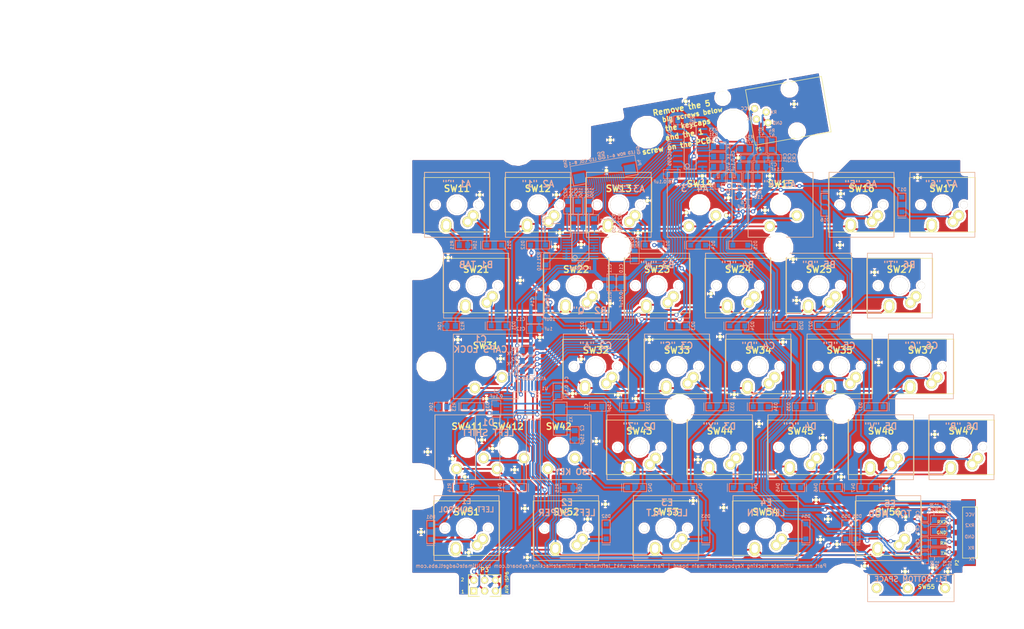
<source format=kicad_pcb>
(kicad_pcb (version 4) (host pcbnew 4.0.1-stable)
  (title_block (title "Ultimate Hacking Keyboard - Left Main Board") (rev 5) (company "Ultimate Gadget Laboratories Kft."))
  (layers (0 F.Cu signal hide) (31 B.Cu signal) (34 B.Paste user) (35 F.Paste user hide) (36 B.SilkS user) (37 F.SilkS user) (38 B.Mask user) (39 F.Mask user) (44 Edge.Cuts user))
  (net 0 "")
  (net 1 /DISPLAY_ENABLE)
  (net 2 /KEYS_COL1)
  (net 3 /KEYS_COL2)
  (net 4 /KEYS_COL3)
  (net 5 /KEYS_COL4)
  (net 6 /KEYS_COL5)
  (net 7 /KEYS_COL6)
  (net 8 /KEYS_COL7)
  (net 9 /KEYS_ROW1)
  (net 10 /KEYS_ROW2)
  (net 11 /KEYS_ROW3)
  (net 12 /KEYS_ROW4)
  (net 13 /KEYS_ROW5)
  (net 14 /LEDS_COL1)
  (net 15 /LEDS_COL2)
  (net 16 /LEDS_COL3)
  (net 17 /LEDS_COL4)
  (net 18 /LEDS_COL5)
  (net 19 /LEDS_COL6)
  (net 20 /LEDS_COL7)
  (net 21 /LEDS_COL8)
  (net 22 /LEDS_R1)
  (net 23 /LEDS_R2)
  (net 24 /LEDS_R3)
  (net 25 /LEDS_R4)
  (net 26 /LEDS_R5)
  (net 27 /LEDS_R6)
  (net 28 /LEDS_R7)
  (net 29 /LEDS_R8)
  (net 30 /LEDS_ROW1)
  (net 31 /LEDS_ROW2)
  (net 32 /LEDS_ROW3)
  (net 33 /LEDS_ROW4)
  (net 34 /LEDS_ROW5)
  (net 35 /LEDS_ROW6)
  (net 36 /MISO)
  (net 37 /MOSI)
  (net 38 /RCK)
  (net 39 /RESET)
  (net 40 /RX)
  (net 41 /SCK)
  (net 42 /SCL)
  (net 43 /SDA)
  (net 44 /TX)
  (net 45 /VCC_PIN)
  (net 46 /XTAL1)
  (net 47 /XTAL2)
  (net 48 GND)
  (net 49 VCC)
  (net 50 "Net-(D11-Pad2)")
  (net 51 "Net-(D12-Pad2)")
  (net 52 "Net-(D13-Pad2)")
  (net 53 "Net-(D14-Pad2)")
  (net 54 "Net-(D15-Pad2)")
  (net 55 "Net-(D16-Pad2)")
  (net 56 "Net-(D17-Pad2)")
  (net 57 "Net-(D21-Pad2)")
  (net 58 "Net-(D22-Pad2)")
  (net 59 "Net-(D23-Pad2)")
  (net 60 "Net-(D24-Pad2)")
  (net 61 "Net-(D25-Pad2)")
  (net 62 "Net-(D31-Pad2)")
  (net 63 "Net-(D32-Pad2)")
  (net 64 "Net-(D33-Pad2)")
  (net 65 "Net-(D34-Pad2)")
  (net 66 "Net-(D35-Pad2)")
  (net 67 "Net-(D41-Pad2)")
  (net 68 "Net-(D42-Pad2)")
  (net 69 "Net-(D43-Pad2)")
  (net 70 "Net-(D44-Pad2)")
  (net 71 "Net-(D45-Pad2)")
  (net 72 "Net-(D46-Pad2)")
  (net 73 "Net-(D51-Pad2)")
  (net 74 "Net-(D52-Pad2)")
  (net 75 "Net-(D53-Pad2)")
  (net 76 "Net-(D54-Pad2)")
  (net 77 "Net-(D55-Pad2)")
  (net 78 "Net-(D56-Pad2)")
  (net 79 "Net-(U1-Pad19)")
  (net 80 "Net-(U1-Pad20)")
  (net 81 "Net-(U1-Pad22)")
  (net 82 "Net-(U3-Pad9)")
  (net 83 /TX_INT)
  (net 84 /RX_SRC1)
  (net 85 /TX_SRC1)
  (net 86 /TX_SRC2)
  (net 87 /RX_SRC2)
  (net 88 /KEYS_COL7_BASE)
  (net 89 /KEYS_COL7_DRAIN)
  (net 90 "Net-(D47-Pad2)")
  (net 91 /RX2)
  (net 92 /KEYS_COL6_BASE)
  (net 93 /KEYS_COL6_DRAIN)
  (net 94 "Net-(D27-Pad2)")
  (net 95 "Net-(D37-Pad2)")
  (net 96 /RX2_SRC)
  (module ugl:Cherry-MX-Matias-Hybrid (layer F.Cu) (at 179.64 122.320221 180)
    (fp_text reference SW43 (at 0 3.81 180) (layer F.SilkS) (effects (font (thickness 0.3048))))
    (fp_text value SPST hide)
    (pad 0 thru_hole circle (at 0 0 180) (size 3.98018 3.98018) (drill 3.98018) (layers *.Cu *.Mask F.SilkS))
    (pad 1 thru_hole circle (at 2.54 -5.08 180) (size 2.6 2.6) (drill 1.5011) (layers *.Cu *.Mask F.SilkS) (net 12 /KEYS_ROW4))
    (pad 2 thru_hole circle (at -3.81 -2.54 180) (size 2.6 2.6) (drill 1.5011) (layers *.Cu *.Mask F.SilkS) (net 69 "Net-(D43-Pad2)"))
    (pad "" thru_hole circle (at -5.08 0 180) (size 1.69926 1.69926) (drill 1.69926) (layers *.Cu *.Mask F.SilkS))
    (pad "" thru_hole circle (at 5.08 0 180) (size 1.69926 1.69926) (drill 1.69926) (layers *.Cu *.Mask F.SilkS))
    (pad 1 thru_hole circle (at 2.5 -4.5 180) (size 2.5 2.5) (drill 1.5) (layers *.Cu *.Mask F.SilkS) (net 12 /KEYS_ROW4))
    (pad 2 thru_hole circle (at -2.5 -4 180) (size 2.5 2.5) (drill 1.5) (layers *.Cu *.Mask F.SilkS) (net 69 "Net-(D43-Pad2)"))
  )
  (module UGL:SM0603 (layer B.Cu) (at 246.761 144.907 270)
    (fp_text reference CR5 (at -0.011 1.704 270) (layer B.SilkS) (effects (font (size 0.75 0.75)) (justify mirror)))
    (fp_text value ESD hide)
    (pad 1 smd rect (at -0.75 0 270) (size 0.8 0.8) (layers B.Cu B.Paste B.Mask) (net 40 /RX))
    (pad 2 smd rect (at 0.75 0 270) (size 0.8 0.8) (layers B.Cu B.Paste B.Mask) (net 48 GND))
  )
  (module UGL:hole_6mm (layer F.Cu) (at 226.920019 113.320221)
    (fp_text reference "hole 6mm" hide)
    (fp_text value VAL** hide)
    (pad "" np_thru_hole circle (at 0 0) (size 6 6) (drill 6) (layers *.Cu *.Mask F.SilkS))
  )
  (module UGL:hole_6mm (layer F.Cu) (at 189.120018 113.320221)
    (fp_text reference "hole 6mm" hide)
    (fp_text value VAL** hide)
    (pad "" np_thru_hole circle (at 0 0) (size 6 6) (drill 6) (layers *.Cu *.Mask F.SilkS))
  )
  (module UGL:SS-5GLD (layer F.Cu) (at 243.170008 155.42022 180)
    (fp_text reference SW55 (at -3.886992 0.32422 180) (layer F.SilkS) (effects (font (thickness 0.2))))
    (fp_text value SPST hide)
    (pad 1 thru_hole circle (at -8.3 0 180) (size 2.35 2.35) (drill 1.35) (layers *.Cu *.Mask F.SilkS) (net 13 /KEYS_ROW5))
    (pad 2 thru_hole circle (at 0.5 0 180) (size 2.35 2.35) (drill 1.35) (layers *.Cu *.Mask F.SilkS) (net 77 "Net-(D55-Pad2)"))
    (pad "" thru_hole circle (at 7.8 0 180) (size 2.35 2.35) (drill 1.35) (layers *.Cu *.Mask F.SilkS))
  )
  (module UGL:0955012641 (layer F.Cu) (at 223.55691 41.672514 100)
    (fp_text reference P1 (at -7.60262 -17.485739 190) (layer F.SilkS) (effects (font (size 0.75 0.75))))
    (fp_text value CONN_4 hide)
    (pad "" np_thru_hole circle (at -5.08 -7.88 100) (size 3.25 3.25) (drill 3.25) (layers *.Cu *.Mask F.SilkS))
    (pad "" np_thru_hole circle (at 5.08 -7.88 100) (size 3.25 3.25) (drill 3.25) (layers *.Cu *.Mask F.SilkS))
    (pad 4 thru_hole circle (at -1.905 -14.23 100) (size 1.7 1.7) (drill 0.9) (layers *.Cu *.Mask F.SilkS) (net 48 GND))
    (pad 2 thru_hole circle (at 0.635 -14.23 100) (size 1.7 1.7) (drill 0.9) (layers *.Cu *.Mask F.SilkS) (net 84 /RX_SRC1))
    (pad 3 thru_hole circle (at -0.635 -16.77 100) (size 1.7 1.7) (drill 0.9) (layers *.Cu *.Mask F.SilkS) (net 85 /TX_SRC1))
    (pad 1 thru_hole circle (at 1.905 -16.77 100) (size 1.7 1.7) (drill 0.9) (layers *.Cu *.Mask F.SilkS) (net 45 /VCC_PIN))
  )
  (module UGL:2-SMD (layer B.Cu) (at 161.057 115.596 90)
    (fp_text reference X1 (at -0.2 2.5 270) (layer B.SilkS) (effects (font (size 0.75 0.75)) (justify mirror)))
    (fp_text value 16Mhz hide)
    (pad 1 smd rect (at -2.25 0 90) (size 2.5 2.4) (layers B.Cu B.Mask) (net 47 /XTAL2))
    (pad 2 smd rect (at 2.25 0 90) (size 2.5 2.4) (layers B.Cu B.Mask) (net 46 /XTAL1))
  )
  (module UGL:Cherry_MX (layer F.Cu) (at 148.77 122.320221 180)
    (fp_text reference SW412 (at 0 4.9 180) (layer F.SilkS) (effects (font (size 1.5 1.5) (thickness 0.3))))
    (fp_text value SPST hide)
    (pad "" np_thru_hole circle (at 0 0 180) (size 4 4) (drill 4) (layers *.Cu *.Mask F.SilkS))
    (pad 2 thru_hole circle (at -3.81 -2.54 180) (size 2.5 2.5) (drill 1.5) (layers *.Cu *.Mask F.SilkS) (net 67 "Net-(D41-Pad2)"))
    (pad 1 thru_hole circle (at 2.54 -5.08 180) (size 2.5 2.5) (drill 1.5) (layers *.Cu *.Mask F.SilkS) (net 12 /KEYS_ROW4))
  )
  (module UGL:isp6pin (layer F.Cu) (at 143.32001 154.820217)
    (fp_text reference P3 (at 0 -3.7) (layer F.SilkS) (effects (font (thickness 0.2))))
    (fp_text value CONN_6 hide)
    (pad 1 thru_hole rect (at -2.54 1.27) (size 1.7 1.7) (drill 0.9) (layers *.Cu *.Mask F.SilkS) (net 36 /MISO))
    (pad 2 thru_hole circle (at -2.54 -1.27) (size 1.7 1.7) (drill 0.9) (layers *.Cu *.Mask F.SilkS) (net 49 VCC))
    (pad 3 thru_hole circle (at 0 1.27) (size 1.7 1.7) (drill 0.9) (layers *.Cu *.Mask F.SilkS) (net 41 /SCK))
    (pad 4 thru_hole circle (at 0 -1.27) (size 1.7 1.7) (drill 0.9) (layers *.Cu *.Mask F.SilkS) (net 37 /MOSI))
    (pad 5 thru_hole circle (at 2.54 1.27) (size 1.7 1.7) (drill 0.9) (layers *.Cu *.Mask F.SilkS) (net 39 /RESET))
    (pad 6 thru_hole circle (at 2.54 -1.27) (size 1.7 1.7) (drill 0.9) (layers *.Cu *.Mask F.SilkS) (net 48 GND))
  )
  (module UGL:SFV18R-2STE1HLF (layer B.Cu) (at 170.99101 55.062533 10.1)
    (fp_text reference P4 (at 8.374765 1.830489 100.1) (layer B.SilkS) (effects (font (size 0.75 0.75)) (justify mirror)))
    (fp_text value CONN_18 hide)
    (pad 18 smd rect (at 4.25 4.3 10.1) (size 0.3 1.4) (layers B.Cu B.Paste B.Mask) (net 48 GND) (clearance 0.1778))
    (pad 17 smd rect (at 3.75 4.3 10.1) (size 0.3 1.4) (layers B.Cu B.Paste B.Mask) (net 35 /LEDS_ROW6) (clearance 0.1778))
    (pad 1 smd rect (at -4.25 4.3 10.1) (size 0.3 1.4) (layers B.Cu B.Paste B.Mask) (net 48 GND) (clearance 0.1778))
    (pad 2 smd rect (at -3.75 4.3 10.1) (size 0.3 1.4) (layers B.Cu B.Paste B.Mask) (net 14 /LEDS_COL1) (clearance 0.1778))
    (pad 6 smd rect (at -1.75 4.3 10.1) (size 0.3 1.4) (layers B.Cu B.Paste B.Mask) (net 18 /LEDS_COL5) (clearance 0.1778))
    (pad 7 smd rect (at -1.25 4.3 10.1) (size 0.3 1.4) (layers B.Cu B.Paste B.Mask) (net 19 /LEDS_COL6) (clearance 0.1778))
    (pad 8 smd rect (at -0.75 4.3 10.1) (size 0.3 1.4) (layers B.Cu B.Paste B.Mask) (net 20 /LEDS_COL7) (clearance 0.1778))
    (pad 9 smd rect (at -0.25 4.3 10.1) (size 0.3 1.4) (layers B.Cu B.Paste B.Mask) (net 21 /LEDS_COL8) (clearance 0.1778))
    (pad 10 smd rect (at 0.25 4.3 10.1) (size 0.3 1.4) (layers B.Cu B.Paste B.Mask) (net 48 GND) (clearance 0.1778))
    (pad 11 smd rect (at 0.75 4.3 10.1) (size 0.3 1.4) (layers B.Cu B.Paste B.Mask) (net 48 GND) (clearance 0.1778))
    (pad 12 smd rect (at 1.25 4.3 10.1) (size 0.3 1.4) (layers B.Cu B.Paste B.Mask) (net 30 /LEDS_ROW1) (clearance 0.1778))
    (pad 13 smd rect (at 1.75 4.3 10.1) (size 0.3 1.4) (layers B.Cu B.Paste B.Mask) (net 31 /LEDS_ROW2) (clearance 0.1778))
    (pad 14 smd rect (at 2.25 4.3 10.1) (size 0.3 1.4) (layers B.Cu B.Paste B.Mask) (net 32 /LEDS_ROW3) (clearance 0.1778))
    (pad 5 smd rect (at -2.25 4.3 10.1) (size 0.3 1.4) (layers B.Cu B.Paste B.Mask) (net 17 /LEDS_COL4) (clearance 0.1778))
    (pad 15 smd rect (at 2.75 4.3 10.1) (size 0.3 1.4) (layers B.Cu B.Paste B.Mask) (net 33 /LEDS_ROW4) (clearance 0.1778))
    (pad 16 smd rect (at 3.25 4.3 10.1) (size 0.3 1.4) (layers B.Cu B.Paste B.Mask) (net 34 /LEDS_ROW5) (clearance 0.1778))
    (pad 4 smd rect (at -2.75 4.3 10.1) (size 0.3 1.4) (layers B.Cu B.Paste B.Mask) (net 16 /LEDS_COL3) (clearance 0.1778))
    (pad 3 smd rect (at -3.25 4.3 10.1) (size 0.3 1.4) (layers B.Cu B.Paste B.Mask) (net 15 /LEDS_COL2) (clearance 0.1778))
    (pad "" smd rect (at -6 3.05 10.1) (size 2.65 2.3) (layers B.Cu B.Paste B.Mask))
    (pad "" smd rect (at 6 3.05 10.1) (size 2.65 2.3) (layers B.Cu B.Paste B.Mask))
  )
  (module UGL:Cherry_MX (layer F.Cu) (at 193.820002 65.320214 180)
    (fp_text reference SW14 (at 0 4.9 180) (layer F.SilkS) (effects (font (size 1.5 1.5) (thickness 0.3))))
    (fp_text value SPST hide)
    (pad "" np_thru_hole circle (at 0 0 180) (size 4 4) (drill 4) (layers *.Cu *.Mask F.SilkS))
    (pad 2 thru_hole circle (at -3.81 -2.54 180) (size 2.5 2.5) (drill 1.5) (layers *.Cu *.Mask F.SilkS) (net 53 "Net-(D14-Pad2)"))
    (pad 1 thru_hole circle (at 2.54 -5.08 180) (size 2.5 2.5) (drill 1.5) (layers *.Cu *.Mask F.SilkS) (net 9 /KEYS_ROW1))
  )
  (module UGL:Cherry_MX (layer F.Cu) (at 212.820002 65.320214 180)
    (fp_text reference SW15 (at 0 4.9 180) (layer F.SilkS) (effects (font (size 1.5 1.5) (thickness 0.3))))
    (fp_text value SPST hide)
    (pad "" np_thru_hole circle (at 0 0 180) (size 4 4) (drill 4) (layers *.Cu *.Mask F.SilkS))
    (pad 2 thru_hole circle (at -3.81 -2.54 180) (size 2.5 2.5) (drill 1.5) (layers *.Cu *.Mask F.SilkS) (net 54 "Net-(D15-Pad2)"))
    (pad 1 thru_hole circle (at 2.54 -5.08 180) (size 2.5 2.5) (drill 1.5) (layers *.Cu *.Mask F.SilkS) (net 9 /KEYS_ROW1))
  )
  (module UGL:Cherry_MX (layer F.Cu) (at 143.57001 103.320221 180)
    (fp_text reference SW31 (at 0 4.9 180) (layer F.SilkS) (effects (font (size 1.5 1.5) (thickness 0.3))))
    (fp_text value SPST hide)
    (pad "" np_thru_hole circle (at 0 0 180) (size 4 4) (drill 4) (layers *.Cu *.Mask F.SilkS))
    (pad 2 thru_hole circle (at -3.81 -2.54 180) (size 2.5 2.5) (drill 1.5) (layers *.Cu *.Mask F.SilkS) (net 62 "Net-(D31-Pad2)"))
    (pad 1 thru_hole circle (at 2.54 -5.08 180) (size 2.5 2.5) (drill 1.5) (layers *.Cu *.Mask F.SilkS) (net 11 /KEYS_ROW3))
  )
  (module UGL:Cherry_MX (layer F.Cu) (at 139.27 122.320221 180)
    (fp_text reference SW411 (at 0 4.9 180) (layer F.SilkS) (effects (font (size 1.5 1.5) (thickness 0.3))))
    (fp_text value SPST hide)
    (pad "" np_thru_hole circle (at 0 0 180) (size 4 4) (drill 4) (layers *.Cu *.Mask F.SilkS))
    (pad 2 thru_hole circle (at -3.81 -2.54 180) (size 2.5 2.5) (drill 1.5) (layers *.Cu *.Mask F.SilkS) (net 67 "Net-(D41-Pad2)"))
    (pad 1 thru_hole circle (at 2.54 -5.08 180) (size 2.5 2.5) (drill 1.5) (layers *.Cu *.Mask F.SilkS) (net 12 /KEYS_ROW4))
  )
  (module UGL:ATMEGA_TQFP32 (layer B.Cu) (at 153.257 112.496 180)
    (fp_text reference U1 (at -4.2 4 180) (layer B.SilkS) (effects (font (size 0.75 0.75)) (justify mirror)))
    (fp_text value ATMEGA88-A (at -0.9 6.3 180) (layer B.SilkS) (effects (font (size 0.75 0.75)) (justify mirror)))
    (pad 8 smd rect (at -4.5 -2.77622 180) (size 1.99898 0.44958) (layers B.Cu B.Mask) (net 47 /XTAL2))
    (pad 7 smd rect (at -4.5 -1.97612 180) (size 1.99898 0.44958) (layers B.Cu B.Mask) (net 46 /XTAL1))
    (pad 6 smd rect (at -4.5 -1.17602 180) (size 1.99898 0.44958) (layers B.Cu B.Mask) (net 49 VCC))
    (pad 5 smd rect (at -4.5 -0.37592 180) (size 1.99898 0.44958) (layers B.Cu B.Mask) (net 48 GND))
    (pad 4 smd rect (at -4.5 0.42418 180) (size 1.99898 0.44958) (layers B.Cu B.Mask) (net 49 VCC))
    (pad 3 smd rect (at -4.5 1.22428 180) (size 1.99898 0.44958) (layers B.Cu B.Mask) (net 48 GND))
    (pad 2 smd rect (at -4.5 2.02438 180) (size 1.99898 0.44958) (layers B.Cu B.Mask) (net 12 /KEYS_ROW4))
    (pad 1 smd rect (at -4.5 2.82448 180) (size 1.99898 0.44958) (layers B.Cu B.Mask) (net 3 /KEYS_COL2))
    (pad 24 smd rect (at 4.5 2.8194 180) (size 1.99898 0.44958) (layers B.Cu B.Mask) (net 9 /KEYS_ROW1))
    (pad 17 smd rect (at 4.5 -2.794 180) (size 1.99898 0.44958) (layers B.Cu B.Mask) (net 41 /SCK))
    (pad 18 smd rect (at 4.5 -1.9812 180) (size 1.99898 0.44958) (layers B.Cu B.Mask) (net 49 VCC))
    (pad 19 smd rect (at 4.5 -1.1684 180) (size 1.99898 0.44958) (layers B.Cu B.Mask) (net 79 "Net-(U1-Pad19)"))
    (pad 20 smd rect (at 4.5 -0.381 180) (size 1.99898 0.44958) (layers B.Cu B.Mask) (net 80 "Net-(U1-Pad20)"))
    (pad 21 smd rect (at 4.5 0.4318 180) (size 1.99898 0.44958) (layers B.Cu B.Mask) (net 48 GND))
    (pad 22 smd rect (at 4.5 1.2192 180) (size 1.99898 0.44958) (layers B.Cu B.Mask) (net 81 "Net-(U1-Pad22)"))
    (pad 23 smd rect (at 4.5 2.032 180) (size 1.99898 0.44958) (layers B.Cu B.Mask) (net 2 /KEYS_COL1))
    (pad 32 smd rect (at -2.82448 4.5 180) (size 0.44958 1.99898) (layers B.Cu B.Mask) (net 10 /KEYS_ROW2))
    (pad 31 smd rect (at -2.02692 4.5 180) (size 0.44958 1.99898) (layers B.Cu B.Mask) (net 44 /TX))
    (pad 30 smd rect (at -1.22428 4.5 180) (size 0.44958 1.99898) (layers B.Cu B.Mask) (net 40 /RX))
    (pad 29 smd rect (at -0.42672 4.5 180) (size 0.44958 1.99898) (layers B.Cu B.Mask) (net 39 /RESET))
    (pad 28 smd rect (at 0.37592 4.5 180) (size 0.44958 1.99898) (layers B.Cu B.Mask) (net 42 /SCL))
    (pad 27 smd rect (at 1.17348 4.5 180) (size 0.44958 1.99898) (layers B.Cu B.Mask) (net 43 /SDA))
    (pad 26 smd rect (at 1.97612 4.5 180) (size 0.44958 1.99898) (layers B.Cu B.Mask) (net 38 /RCK))
    (pad 25 smd rect (at 2.77368 4.5 180) (size 0.44958 1.99898) (layers B.Cu B.Mask) (net 11 /KEYS_ROW3))
    (pad 9 smd rect (at -2.8194 -4.5 180) (size 0.44958 1.99898) (layers B.Cu B.Mask) (net 13 /KEYS_ROW5))
    (pad 10 smd rect (at -2.032 -4.5 180) (size 0.44958 1.99898) (layers B.Cu B.Mask) (net 4 /KEYS_COL3))
    (pad 11 smd rect (at -1.2192 -4.5 180) (size 0.44958 1.99898) (layers B.Cu B.Mask) (net 5 /KEYS_COL4))
    (pad 12 smd rect (at -0.4318 -4.5 180) (size 0.44958 1.99898) (layers B.Cu B.Mask) (net 91 /RX2))
    (pad 13 smd rect (at 0.3556 -4.5 180) (size 0.44958 1.99898) (layers B.Cu B.Mask) (net 6 /KEYS_COL5))
    (pad 14 smd rect (at 1.1684 -4.5 180) (size 0.44958 1.99898) (layers B.Cu B.Mask) (net 1 /DISPLAY_ENABLE))
    (pad 15 smd rect (at 1.9812 -4.5 180) (size 0.44958 1.99898) (layers B.Cu B.Mask) (net 37 /MOSI))
    (pad 16 smd rect (at 2.794 -4.5 180) (size 0.44958 1.99898) (layers B.Cu B.Mask) (net 36 /MISO))
  )
  (module UGL:PCA9634_TSSOP (layer B.Cu) (at 165.8112 75.1984)
    (fp_text reference U2 (at 0.0458 3.9976) (layer B.SilkS) (effects (font (size 0.75 0.75)) (justify mirror)))
    (fp_text value PCA9634 (at 0.0458 5.0976) (layer B.SilkS) (effects (font (size 0.75 0.75)) (justify mirror)))
    (pad 1 smd rect (at -3.3 2.925) (size 1.8 0.3) (layers B.Cu B.Paste B.Mask) (net 48 GND))
    (pad 2 smd rect (at -3.3 2.275) (size 1.8 0.3) (layers B.Cu B.Paste B.Mask) (net 48 GND))
    (pad 3 smd rect (at -3.3 1.625) (size 1.8 0.3) (layers B.Cu B.Paste B.Mask) (net 48 GND))
    (pad 4 smd rect (at -3.3 0.975) (size 1.8 0.3) (layers B.Cu B.Paste B.Mask) (net 48 GND))
    (pad 5 smd rect (at -3.3 0.325) (size 1.8 0.3) (layers B.Cu B.Paste B.Mask) (net 48 GND))
    (pad 6 smd rect (at -3.3 -0.325) (size 1.8 0.3) (layers B.Cu B.Paste B.Mask) (net 25 /LEDS_R4))
    (pad 7 smd rect (at -3.3 -0.975) (size 1.8 0.3) (layers B.Cu B.Paste B.Mask) (net 24 /LEDS_R3))
    (pad 8 smd rect (at -3.3 -1.625) (size 1.8 0.3) (layers B.Cu B.Paste B.Mask) (net 23 /LEDS_R2))
    (pad 9 smd rect (at -3.3 -2.275) (size 1.8 0.3) (layers B.Cu B.Paste B.Mask) (net 22 /LEDS_R1))
    (pad 10 smd rect (at -3.3 -2.925) (size 1.8 0.3) (layers B.Cu B.Paste B.Mask) (net 48 GND))
    (pad 11 smd rect (at 3.3 -2.925) (size 1.8 0.3) (layers B.Cu B.Paste B.Mask) (net 28 /LEDS_R7))
    (pad 12 smd rect (at 3.3 -2.275) (size 1.8 0.3) (layers B.Cu B.Paste B.Mask) (net 29 /LEDS_R8))
    (pad 13 smd rect (at 3.3 -1.625) (size 1.8 0.3) (layers B.Cu B.Paste B.Mask) (net 27 /LEDS_R6))
    (pad 14 smd rect (at 3.3 -0.975) (size 1.8 0.3) (layers B.Cu B.Paste B.Mask) (net 26 /LEDS_R5))
    (pad 15 smd rect (at 3.3 -0.325) (size 1.8 0.3) (layers B.Cu B.Paste B.Mask) (net 48 GND))
    (pad 16 smd rect (at 3.3 0.325) (size 1.8 0.3) (layers B.Cu B.Paste B.Mask) (net 48 GND))
    (pad 17 smd rect (at 3.3 0.975) (size 1.8 0.3) (layers B.Cu B.Paste B.Mask) (net 48 GND))
    (pad 18 smd rect (at 3.3 1.625) (size 1.8 0.3) (layers B.Cu B.Paste B.Mask) (net 42 /SCL))
    (pad 19 smd rect (at 3.3 2.275) (size 1.8 0.3) (layers B.Cu B.Paste B.Mask) (net 43 /SDA))
    (pad 20 smd rect (at 3.3 2.925) (size 1.8 0.3) (layers B.Cu B.Paste B.Mask) (net 49 VCC))
  )
  (module UGL:TPIC6C595_SO16 (layer B.Cu) (at 191.5795 51.943)
    (fp_text reference U3 (at -4.8225 -3.547 90) (layer B.SilkS) (effects (font (size 0.75 0.75)) (justify mirror)))
    (fp_text value TPIC6C595 (at -4.8225 1.253 90) (layer B.SilkS) (effects (font (size 0.75 0.75)) (justify mirror)))
    (pad 1 smd rect (at -2.9 4.445) (size 2.2 0.46) (layers B.Cu B.Paste B.Mask) (net 49 VCC))
    (pad 2 smd rect (at -2.9 3.175) (size 2.2 0.46) (layers B.Cu B.Paste B.Mask) (net 37 /MOSI))
    (pad 3 smd rect (at -2.9 1.905) (size 2.2 0.46) (layers B.Cu B.Paste B.Mask) (net 30 /LEDS_ROW1))
    (pad 4 smd rect (at -2.9 0.635) (size 2.2 0.46) (layers B.Cu B.Paste B.Mask) (net 31 /LEDS_ROW2))
    (pad 5 smd rect (at -2.9 -0.635) (size 2.2 0.46) (layers B.Cu B.Paste B.Mask) (net 33 /LEDS_ROW4))
    (pad 6 smd rect (at -2.9 -1.905) (size 2.2 0.46) (layers B.Cu B.Paste B.Mask) (net 35 /LEDS_ROW6))
    (pad 7 smd rect (at -2.9 -3.175) (size 2.2 0.46) (layers B.Cu B.Paste B.Mask) (net 49 VCC))
    (pad 8 smd rect (at -2.9 -4.445) (size 2.2 0.46) (layers B.Cu B.Paste B.Mask) (net 1 /DISPLAY_ENABLE))
    (pad 9 smd rect (at 2.9 -4.445) (size 2.2 0.46) (layers B.Cu B.Paste B.Mask) (net 82 "Net-(U3-Pad9)"))
    (pad 10 smd rect (at 2.9 -3.175) (size 2.2 0.46) (layers B.Cu B.Paste B.Mask) (net 38 /RCK))
    (pad 11 smd rect (at 2.9 -1.905) (size 2.2 0.46) (layers B.Cu B.Paste B.Mask) (net 34 /LEDS_ROW5))
    (pad 12 smd rect (at 2.9 -0.635) (size 2.2 0.46) (layers B.Cu B.Paste B.Mask) (net 32 /LEDS_ROW3))
    (pad 13 smd rect (at 2.9 0.635) (size 2.2 0.46) (layers B.Cu B.Paste B.Mask) (net 89 /KEYS_COL7_DRAIN))
    (pad 14 smd rect (at 2.9 1.905) (size 2.2 0.46) (layers B.Cu B.Paste B.Mask) (net 93 /KEYS_COL6_DRAIN))
    (pad 15 smd rect (at 2.9 3.175) (size 2.2 0.46) (layers B.Cu B.Paste B.Mask) (net 41 /SCK))
    (pad 16 smd rect (at 2.9 4.445) (size 2.2 0.46) (layers B.Cu B.Paste B.Mask) (net 48 GND))
  )
  (module UGL:via_38_22mil (layer F.Cu) (at 150.357 127.596)
    (fp_text reference "via 35/25mil" hide)
    (fp_text value VAL** hide)
    (pad "" thru_hole circle (at 0 0) (size 0.9652 0.9652) (drill 0.5588) (layers *.Cu *.Mask F.SilkS) (net 48 GND))
  )
  (module UGL:via_38_22mil (layer F.Cu) (at 145.157 122.596)
    (fp_text reference "via 35/25mil" hide)
    (fp_text value VAL** hide)
    (pad "" thru_hole circle (at 0 0) (size 0.9652 0.9652) (drill 0.5588) (layers *.Cu *.Mask F.SilkS) (net 48 GND))
  )
  (module UGL:via_38_22mil (layer F.Cu) (at 159.893 75.184)
    (fp_text reference "via 38/22mil" hide)
    (fp_text value VAL** hide)
    (pad "" thru_hole circle (at 0 0) (size 0.9652 0.9652) (drill 0.5588) (layers *.Cu *.Mask F.SilkS) (net 48 GND))
  )
  (module UGL:via_38_22mil (layer F.Cu) (at 232.582 150.196)
    (fp_text reference "via 38/22mil" hide)
    (fp_text value VAL** hide)
    (pad "" thru_hole circle (at 0 0) (size 0.9652 0.9652) (drill 0.5588) (layers *.Cu *.Mask F.SilkS) (net 48 GND))
  )
  (module UGL:via_38_22mil (layer F.Cu) (at 226.757 74.796)
    (fp_text reference "via 38/22mil" hide)
    (fp_text value VAL** hide)
    (pad "" thru_hole circle (at 0 0) (size 0.9652 0.9652) (drill 0.5588) (layers *.Cu *.Mask F.SilkS) (net 48 GND))
  )
  (module UGL:via_38_22mil (layer F.Cu) (at 171.9072 57.3024)
    (fp_text reference "via 38/22mil" hide)
    (fp_text value VAL** hide)
    (pad "" thru_hole circle (at 0 0) (size 0.9652 0.9652) (drill 0.5588) (layers *.Cu *.Mask F.SilkS) (net 48 GND))
  )
  (module UGL:via_38_22mil (layer F.Cu) (at 235.839 102.362)
    (fp_text reference "via 38/22mil" hide)
    (fp_text value VAL** hide)
    (pad "" thru_hole circle (at 0 0) (size 0.9652 0.9652) (drill 0.5588) (layers *.Cu *.Mask F.SilkS) (net 48 GND))
  )
  (module UGL:via_38_22mil (layer F.Cu) (at 198.628 96.3168)
    (fp_text reference "via 38/22mil" hide)
    (fp_text value VAL** hide)
    (pad "" thru_hole circle (at 0 0) (size 0.9652 0.9652) (drill 0.5588) (layers *.Cu *.Mask F.SilkS) (net 48 GND))
  )
  (module UGL:via_38_22mil (layer F.Cu) (at 215.773 78.105)
    (fp_text reference "via 38/22mil" hide)
    (fp_text value VAL** hide)
    (pad "" thru_hole circle (at 0 0) (size 0.9652 0.9652) (drill 0.5588) (layers *.Cu *.Mask F.SilkS) (net 48 GND))
  )
  (module UGL:via_38_22mil (layer F.Cu) (at 222.757 120.096)
    (fp_text reference "via 38/22mil" hide)
    (fp_text value VAL** hide)
    (pad "" thru_hole circle (at 0 0) (size 0.9652 0.9652) (drill 0.5588) (layers *.Cu *.Mask F.SilkS) (net 48 GND))
  )
  (module UGL:via_38_22mil (layer F.Cu) (at 216.557 87.796)
    (fp_text reference "via 38/22mil" hide)
    (fp_text value VAL** hide)
    (pad "" thru_hole circle (at 0 0) (size 0.9652 0.9652) (drill 0.5588) (layers *.Cu *.Mask F.SilkS) (net 48 GND))
  )
  (module UGL:via_38_22mil (layer F.Cu) (at 160.957 71.896)
    (fp_text reference "via 38/22mil" hide)
    (fp_text value VAL** hide)
    (pad "" thru_hole circle (at 0 0) (size 0.9652 0.9652) (drill 0.5588) (layers *.Cu *.Mask F.SilkS) (net 48 GND))
  )
  (module UGL:via_38_22mil (layer F.Cu) (at 194.437 58.547)
    (fp_text reference "via 38/22mil" hide)
    (fp_text value VAL** hide)
    (pad "" thru_hole circle (at 0 0) (size 0.9652 0.9652) (drill 0.5588) (layers *.Cu *.Mask F.SilkS) (net 48 GND))
  )
  (module UGL:via_38_22mil (layer F.Cu) (at 190.557 40.996)
    (fp_text reference "via 38/22mil" hide)
    (fp_text value VAL** hide)
    (pad "" thru_hole circle (at 0 0) (size 0.9652 0.9652) (drill 0.5588) (layers *.Cu *.Mask F.SilkS) (net 48 GND))
  )
  (module UGL:via_38_22mil (layer F.Cu) (at 200.057 67.796)
    (fp_text reference "via 38/22mil" hide)
    (fp_text value VAL** hide)
    (pad "" thru_hole circle (at 0 0) (size 0.9652 0.9652) (drill 0.5588) (layers *.Cu *.Mask F.SilkS) (net 48 GND))
  )
  (module UGL:via_38_22mil (layer F.Cu) (at 210.312 58.547)
    (fp_text reference "via 38/22mil" hide)
    (fp_text value VAL** hide)
    (pad "" thru_hole circle (at 0 0) (size 0.9652 0.9652) (drill 0.5588) (layers *.Cu *.Mask F.SilkS) (net 48 GND))
  )
  (module UGL:via_38_22mil (layer F.Cu) (at 180.0225 64.77)
    (fp_text reference "via 38/22mil" hide)
    (fp_text value VAL** hide)
    (pad "" thru_hole circle (at 1.53162 -0.4191) (size 0.9652 0.9652) (drill 0.5588) (layers *.Cu *.Mask F.SilkS) (net 48 GND))
  )
  (module UGL:via_38_22mil (layer F.Cu) (at 165.989 74.665)
    (fp_text reference "via 38/22mil" hide)
    (fp_text value VAL** hide)
    (pad "" thru_hole circle (at 0 0) (size 0.9652 0.9652) (drill 0.5588) (layers *.Cu *.Mask F.SilkS) (net 48 GND))
  )
  (module UGL:via_38_22mil (layer F.Cu) (at 172.757 88.496)
    (fp_text reference "via 38/22mil" hide)
    (fp_text value VAL** hide)
    (pad "" thru_hole circle (at 0 0) (size 0.9652 0.9652) (drill 0.5588) (layers *.Cu *.Mask F.SilkS) (net 48 GND))
  )
  (module UGL:via_38_22mil (layer F.Cu) (at 247.757 145.696)
    (fp_text reference "via 38/22mil" hide)
    (fp_text value VAL** hide)
  )
  (module UGL:via_38_22mil (layer F.Cu) (at 202.857 54.296)
    (fp_text reference "via 38/22mil" hide)
    (fp_text value VAL** hide)
    (pad "" thru_hole circle (at 0 0) (size 0.9652 0.9652) (drill 0.5588) (layers *.Cu *.Mask F.SilkS) (net 48 GND))
  )
  (module UGL:via_38_22mil (layer F.Cu) (at 147.057 101.496)
    (fp_text reference "via 38/22mil" hide)
    (fp_text value VAL** hide)
    (pad "" thru_hole circle (at 0 0) (size 0.9652 0.9652) (drill 0.5588) (layers *.Cu *.Mask F.SilkS) (net 48 GND))
  )
  (module UGL:via_38_22mil (layer F.Cu) (at 134.747 77.724)
    (fp_text reference "via 38/22mil" hide)
    (fp_text value VAL** hide)
    (pad "" thru_hole circle (at 0 0) (size 0.9652 0.9652) (drill 0.5588) (layers *.Cu *.Mask F.SilkS) (net 48 GND))
  )
  (module UGL:via_38_22mil (layer F.Cu) (at 137.033 97.028)
    (fp_text reference "via 38/22mil" hide)
    (fp_text value VAL** hide)
    (pad "" thru_hole circle (at 0 0) (size 0.9652 0.9652) (drill 0.5588) (layers *.Cu *.Mask F.SilkS) (net 48 GND))
  )
  (module UGL:via_38_22mil (layer F.Cu) (at 142.657 120.596)
    (fp_text reference "via 38/22mil" hide)
    (fp_text value VAL** hide)
    (pad "" thru_hole circle (at 0 0) (size 0.9652 0.9652) (drill 0.5588) (layers *.Cu *.Mask F.SilkS) (net 48 GND))
  )
  (module UGL:via_38_22mil (layer F.Cu) (at 129.957 123.396)
    (fp_text reference "via 38/22mil" hide)
    (fp_text value VAL** hide)
    (pad "" thru_hole circle (at 0 0) (size 0.9652 0.9652) (drill 0.5588) (layers *.Cu *.Mask F.SilkS) (net 48 GND))
  )
  (module UGL:via_38_22mil (layer F.Cu) (at 139.573 147.066)
    (fp_text reference "via 38/22mil" hide)
    (fp_text value VAL** hide)
    (pad "" thru_hole circle (at 0 0) (size 0.9652 0.9652) (drill 0.5588) (layers *.Cu *.Mask F.SilkS) (net 48 GND))
  )
  (module UGL:via_38_22mil (layer F.Cu) (at 223.957 139.196)
    (fp_text reference "via 38/22mil" hide)
    (fp_text value VAL** hide)
    (pad "" thru_hole circle (at 0 0) (size 0.9652 0.9652) (drill 0.5588) (layers *.Cu *.Mask F.SilkS) (net 48 GND))
  )
  (module UGL:via_38_22mil (layer F.Cu) (at 248.539 150.622)
    (fp_text reference "via 38/22mil" hide)
    (fp_text value VAL** hide)
    (pad "" thru_hole circle (at 0 0) (size 0.9652 0.9652) (drill 0.5588) (layers *.Cu *.Mask F.SilkS) (net 48 GND))
  )
  (module UGL:via_38_22mil (layer F.Cu) (at 142.157 62.996)
    (fp_text reference "via 38/22mil" hide)
    (fp_text value VAL** hide)
    (pad "" thru_hole circle (at 0 0) (size 0.9652 0.9652) (drill 0.5588) (layers *.Cu *.Mask F.SilkS) (net 48 GND))
  )
  (module UGL:via_38_22mil (layer F.Cu) (at 151.657 83.096)
    (fp_text reference "via 38/22mil" hide)
    (fp_text value VAL** hide)
    (pad "" thru_hole circle (at 0 0) (size 0.9652 0.9652) (drill 0.5588) (layers *.Cu *.Mask F.SilkS) (net 48 GND))
  )
  (module UGL:via_38_22mil (layer F.Cu) (at 156.257 96.496)
    (fp_text reference "via 38/22mil" hide)
    (fp_text value VAL** hide)
    (pad "" thru_hole circle (at 0 0) (size 0.9652 0.9652) (drill 0.5588) (layers *.Cu *.Mask F.SilkS) (net 48 GND))
  )
  (module UGL:via_38_22mil (layer F.Cu) (at 178.816 110.871)
    (fp_text reference "via 38/22mil" hide)
    (fp_text value VAL** hide)
    (pad "" thru_hole circle (at 0 0) (size 0.9652 0.9652) (drill 0.5588) (layers *.Cu *.Mask F.SilkS) (net 48 GND))
  )
  (module UGL:via_38_22mil (layer F.Cu) (at 171.657 135.696)
    (fp_text reference "via 38/22mil" hide)
    (fp_text value VAL** hide)
    (pad "" thru_hole circle (at 0 0) (size 0.9652 0.9652) (drill 0.5588) (layers *.Cu *.Mask F.SilkS) (net 48 GND))
  )
  (module UGL:via_38_22mil (layer F.Cu) (at 181.991 97.028)
    (fp_text reference "via 38/22mil" hide)
    (fp_text value VAL** hide)
    (pad "" thru_hole circle (at 0 0) (size 0.9652 0.9652) (drill 0.5588) (layers *.Cu *.Mask F.SilkS) (net 48 GND))
  )
  (module UGL:via_38_22mil (layer F.Cu) (at 193.421 125.222)
    (fp_text reference "via 38/22mil" hide)
    (fp_text value VAL** hide)
    (pad "" thru_hole circle (at 0 0) (size 0.9652 0.9652) (drill 0.5588) (layers *.Cu *.Mask F.SilkS) (net 48 GND))
  )
  (module UGL:via_38_22mil (layer F.Cu) (at 192.278 134.874)
    (fp_text reference "via 38/22mil" hide)
    (fp_text value VAL** hide)
    (pad "" thru_hole circle (at 0 0) (size 0.9652 0.9652) (drill 0.5588) (layers *.Cu *.Mask F.SilkS) (net 48 GND))
  )
  (module UGL:via_38_22mil (layer F.Cu) (at 207.757 116.796)
    (fp_text reference "via 38/22mil" hide)
    (fp_text value VAL** hide)
    (pad "" thru_hole circle (at 0 0) (size 0.9652 0.9652) (drill 0.5588) (layers *.Cu *.Mask F.SilkS) (net 48 GND))
  )
  (module UGL:via_38_22mil (layer F.Cu) (at 226.057 145.096)
    (fp_text reference "via 38/22mil" hide)
    (fp_text value VAL** hide)
    (pad "" thru_hole circle (at 0 0) (size 0.9652 0.9652) (drill 0.5588) (layers *.Cu *.Mask F.SilkS) (net 48 GND))
  )
  (module UGL:via_38_22mil (layer F.Cu) (at 249.0216 119.2784)
    (fp_text reference "via 38/22mil" hide)
    (fp_text value VAL** hide)
    (pad "" thru_hole circle (at 0 0) (size 0.9652 0.9652) (drill 0.5588) (layers *.Cu *.Mask F.SilkS) (net 48 GND))
  )
  (module UGL:via_38_22mil (layer F.Cu) (at 237.617 131.953)
    (fp_text reference "via 38/22mil" hide)
    (fp_text value VAL** hide)
    (pad "" thru_hole circle (at 0 0) (size 0.9652 0.9652) (drill 0.5588) (layers *.Cu *.Mask F.SilkS) (net 48 GND))
  )
  (module UGL:via_38_22mil (layer F.Cu) (at 200.557 63.696)
    (fp_text reference "via 38/22mil" hide)
    (fp_text value VAL** hide)
    (pad "" thru_hole circle (at 0 0) (size 0.9652 0.9652) (drill 0.5588) (layers *.Cu *.Mask F.SilkS) (net 48 GND))
  )
  (module UGL:via_38_22mil (layer F.Cu) (at 172.8216 50.0888)
    (fp_text reference "via 38/22mil" hide)
    (fp_text value VAL** hide)
    (pad "" thru_hole circle (at 0 0) (size 0.9652 0.9652) (drill 0.5588) (layers *.Cu *.Mask F.SilkS) (net 48 GND))
  )
  (module UGL:via_38_22mil (layer F.Cu) (at 179.324 71.94296)
    (fp_text reference "via 38/22mil" hide)
    (fp_text value VAL** hide)
    (pad "" thru_hole circle (at 0 0) (size 0.9652 0.9652) (drill 0.5588) (layers *.Cu *.Mask F.SilkS) (net 48 GND))
  )
  (module UGL:via_38_22mil (layer F.Cu) (at 242.062 151.511)
    (fp_text reference "via 38/22mil" hide)
    (fp_text value VAL** hide)
    (pad "" thru_hole circle (at 0 0) (size 0.9652 0.9652) (drill 0.5588) (layers *.Cu *.Mask F.SilkS) (net 48 GND))
  )
  (module UGL:via_38_22mil (layer F.Cu) (at 234.8992 81.1784)
    (fp_text reference "via 38/22mil" hide)
    (fp_text value VAL** hide)
    (pad "" thru_hole circle (at 0 0) (size 0.9652 0.9652) (drill 0.5588) (layers *.Cu *.Mask F.SilkS) (net 48 GND))
  )
  (module UGL:via_38_22mil (layer F.Cu) (at 213.357 97.596)
    (fp_text reference "via 38/22mil" hide)
    (fp_text value VAL** hide)
    (pad "" thru_hole circle (at 0 0) (size 0.9652 0.9652) (drill 0.5588) (layers *.Cu *.Mask F.SilkS) (net 48 GND))
  )
  (module UGL:via_38_22mil (layer F.Cu) (at 244.983 58.928)
    (fp_text reference "via 38/22mil" hide)
    (fp_text value VAL** hide)
    (pad "" thru_hole circle (at 0 0) (size 0.9652 0.9652) (drill 0.5588) (layers *.Cu *.Mask F.SilkS) (net 48 GND))
  )
  (module UGL:via_38_22mil (layer F.Cu) (at 160.147 62.992)
    (fp_text reference "via 38/22mil" hide)
    (fp_text value VAL** hide)
    (pad "" thru_hole circle (at 0 0) (size 0.9652 0.9652) (drill 0.5588) (layers *.Cu *.Mask F.SilkS) (net 48 GND))
  )
  (module UGL:via_38_22mil (layer F.Cu) (at 190.657 67.196)
    (fp_text reference "via 38/22mil" hide)
    (fp_text value VAL** hide)
    (pad "" thru_hole circle (at 0 0) (size 0.9652 0.9652) (drill 0.5588) (layers *.Cu *.Mask F.SilkS) (net 48 GND))
  )
  (module UGL:via_38_22mil (layer F.Cu) (at 196.469 86.233)
    (fp_text reference "via 38/22mil" hide)
    (fp_text value VAL** hide)
    (pad "" thru_hole circle (at 0 0) (size 0.9652 0.9652) (drill 0.5588) (layers *.Cu *.Mask F.SilkS) (net 48 GND))
  )
  (module UGL:via_38_22mil (layer F.Cu) (at 169.545 120.904)
    (fp_text reference "via 38/22mil" hide)
    (fp_text value VAL** hide)
    (pad "" thru_hole circle (at 0 0) (size 0.9652 0.9652) (drill 0.5588) (layers *.Cu *.Mask F.SilkS) (net 48 GND))
  )
  (module UGL:via_38_22mil (layer F.Cu) (at 199.457 136.496)
    (fp_text reference "via 38/22mil" hide)
    (fp_text value VAL** hide)
    (pad "" thru_hole circle (at 0 0) (size 0.9652 0.9652) (drill 0.5588) (layers *.Cu *.Mask F.SilkS) (net 48 GND))
  )
  (module UGL:via_38_22mil (layer F.Cu) (at 209.157 66.596)
    (fp_text reference "via 38/22mil" hide)
    (fp_text value VAL** hide)
    (pad "" thru_hole circle (at 0 0) (size 0.9652 0.9652) (drill 0.5588) (layers *.Cu *.Mask F.SilkS) (net 48 GND))
  )
  (module UGL:via_38_22mil (layer F.Cu) (at 252.095 151.511)
    (fp_text reference "via 38/22mil" hide)
    (fp_text value VAL** hide)
    (pad "" thru_hole circle (at 0 0) (size 0.9652 0.9652) (drill 0.5588) (layers *.Cu *.Mask F.SilkS) (net 48 GND))
  )
  (module UGL:via_38_22mil (layer F.Cu) (at 128.397 142.24)
    (fp_text reference "via 38/22mil" hide)
    (fp_text value VAL** hide)
    (pad "" thru_hole circle (at 0 0) (size 0.9652 0.9652) (drill 0.5588) (layers *.Cu *.Mask F.SilkS) (net 48 GND))
  )
  (module UGL:via_38_22mil (layer F.Cu) (at 152.757 136.696)
    (fp_text reference "via 38/22mil" hide)
    (fp_text value VAL** hide)
    (pad "" thru_hole circle (at 0 0) (size 0.9652 0.9652) (drill 0.5588) (layers *.Cu *.Mask F.SilkS) (net 48 GND))
  )
  (module UGL:via_38_22mil (layer F.Cu) (at 242.316 89.408)
    (fp_text reference "via 38/22mil" hide)
    (fp_text value VAL** hide)
  )
  (module UGL:via_38_22mil (layer F.Cu) (at 163.957 109.696)
    (fp_text reference "via 38/22mil" hide)
    (fp_text value VAL** hide)
    (pad "" thru_hole circle (at 0 0) (size 0.9652 0.9652) (drill 0.5588) (layers *.Cu *.Mask F.SilkS) (net 48 GND))
  )
  (module UGL:via_38_22mil (layer F.Cu) (at 216.0016 41.656)
    (fp_text reference "via 38/22mil" hide)
    (fp_text value VAL** hide)
    (pad "" thru_hole circle (at 0 0) (size 0.9652 0.9652) (drill 0.5588) (layers *.Cu *.Mask F.SilkS) (net 48 GND))
  )
  (module UGL:via_38_22mil (layer F.Cu) (at 201.957 109.896)
    (fp_text reference "via 38/22mil" hide)
    (fp_text value VAL** hide)
    (pad "" thru_hole circle (at 0 0) (size 0.9652 0.9652) (drill 0.5588) (layers *.Cu *.Mask F.SilkS) (net 48 GND))
  )
  (module UGL:via_38_22mil (layer F.Cu) (at 167.513 139.192)
    (fp_text reference "via 38/22mil" hide)
    (fp_text value VAL** hide)
    (pad "" thru_hole circle (at 0 0) (size 0.9652 0.9652) (drill 0.5588) (layers *.Cu *.Mask F.SilkS) (net 48 GND))
  )
  (module UGL:via_38_22mil (layer F.Cu) (at 226.949 62.738)
    (fp_text reference "via 38/22mil" hide)
    (fp_text value VAL** hide)
    (pad "" thru_hole circle (at 0 0) (size 0.9652 0.9652) (drill 0.5588) (layers *.Cu *.Mask F.SilkS) (net 48 GND))
  )
  (module UGL:via_38_22mil (layer F.Cu) (at 153.357 148.196)
    (fp_text reference "via 38/22mil" hide)
    (fp_text value VAL** hide)
    (pad "" thru_hole circle (at 0 0) (size 0.9652 0.9652) (drill 0.5588) (layers *.Cu *.Mask F.SilkS) (net 48 GND))
  )
  (module UGL:via_38_22mil (layer F.Cu) (at 143.757 110.896)
    (fp_text reference "via 35/25mil" hide)
    (fp_text value VAL** hide)
    (pad "" thru_hole circle (at 0 0) (size 0.9652 0.9652) (drill 0.5588) (layers *.Cu *.Mask F.SilkS) (net 48 GND))
  )
  (module UGL:via_38_22mil (layer F.Cu) (at 242.189 138.684)
    (fp_text reference "via 35/25mil" hide)
    (fp_text value VAL** hide)
    (pad "" thru_hole circle (at 0 0) (size 0.9652 0.9652) (drill 0.5588) (layers *.Cu *.Mask F.SilkS) (net 48 GND))
  )
  (module UGL:via_38_22mil (layer F.Cu) (at 174.657 109.996)
    (fp_text reference "via 35/25mil" hide)
    (fp_text value VAL** hide)
    (pad "" thru_hole circle (at 0 0) (size 0.9652 0.9652) (drill 0.5588) (layers *.Cu *.Mask F.SilkS) (net 48 GND))
  )
  (module UGL:via_38_22mil (layer F.Cu) (at 165.989 101.6)
    (fp_text reference "via 35/25mil" hide)
    (fp_text value VAL** hide)
    (pad "" thru_hole circle (at 0 0) (size 0.9652 0.9652) (drill 0.5588) (layers *.Cu *.Mask F.SilkS) (net 48 GND))
  )
  (module UGL:via_38_22mil (layer F.Cu) (at 135.757 124.996)
    (fp_text reference "via 35/25mil" hide)
    (fp_text value VAL** hide)
    (pad "" thru_hole circle (at 0 0) (size 0.9652 0.9652) (drill 0.5588) (layers *.Cu *.Mask F.SilkS) (net 48 GND))
  )
  (module UGL:via_38_22mil (layer F.Cu) (at 222.157 143.996)
    (fp_text reference "via 35/25mil" hide)
    (fp_text value VAL** hide)
    (pad "" thru_hole circle (at 0 0) (size 0.9652 0.9652) (drill 0.5588) (layers *.Cu *.Mask F.SilkS) (net 48 GND))
  )
  (module UGL:via_38_22mil (layer F.Cu) (at 221.157 134.696)
    (fp_text reference "via 35/25mil" hide)
    (fp_text value VAL** hide)
    (pad "" thru_hole circle (at 0 0) (size 0.9652 0.9652) (drill 0.5588) (layers *.Cu *.Mask F.SilkS) (net 48 GND))
  )
  (module UGL:via_38_22mil (layer F.Cu) (at 227.057 129.296)
    (fp_text reference "via 35/25mil" hide)
    (fp_text value VAL** hide)
    (pad "" thru_hole circle (at 0 0) (size 0.9652 0.9652) (drill 0.5588) (layers *.Cu *.Mask F.SilkS) (net 48 GND))
  )
  (module UGL:SOD-123_Diode (layer B.Cu) (at 230.505 142.113 270)
    (fp_text reference D56 (at -3.6 -0.3 540) (layer B.SilkS) (effects (font (size 0.75 0.75)) (justify mirror)))
    (fp_text value DIODE hide)
    (pad 1 smd rect (at -1.7633 0 270) (size 1.1644 1.2192) (layers B.Cu B.Paste B.Mask) (net 7 /KEYS_COL6))
    (pad 2 smd rect (at 1.7633 0 270) (size 1.1644 1.2192) (layers B.Cu B.Paste B.Mask) (net 78 "Net-(D56-Pad2)"))
  )
  (module UGL:SOD-123_Diode (layer B.Cu) (at 228.157 142.096 270)
    (fp_text reference D55 (at -3.556 0 540) (layer B.SilkS) (effects (font (size 0.75 0.75)) (justify mirror)))
    (fp_text value DIODE hide)
    (pad 1 smd rect (at -1.7633 0 270) (size 1.1644 1.2192) (layers B.Cu B.Paste B.Mask) (net 6 /KEYS_COL5))
    (pad 2 smd rect (at 1.7633 0 270) (size 1.1644 1.2192) (layers B.Cu B.Paste B.Mask) (net 77 "Net-(D55-Pad2)"))
  )
  (module UGL:SOD-123_Diode (layer B.Cu) (at 218.757 142.096 270)
    (fp_text reference D54 (at -3.556 0 540) (layer B.SilkS) (effects (font (size 0.75 0.75)) (justify mirror)))
    (fp_text value DIODE hide)
    (pad 1 smd rect (at -1.7633 0 270) (size 1.1644 1.2192) (layers B.Cu B.Paste B.Mask) (net 5 /KEYS_COL4))
    (pad 2 smd rect (at 1.7633 0 270) (size 1.1644 1.2192) (layers B.Cu B.Paste B.Mask) (net 76 "Net-(D54-Pad2)"))
  )
  (module UGL:SOD-123_Diode (layer B.Cu) (at 195.257 142.096 270)
    (fp_text reference D53 (at -3.556 0 540) (layer B.SilkS) (effects (font (size 0.75 0.75)) (justify mirror)))
    (fp_text value DIODE hide)
    (pad 1 smd rect (at -1.7633 0 270) (size 1.1644 1.2192) (layers B.Cu B.Paste B.Mask) (net 4 /KEYS_COL3))
    (pad 2 smd rect (at 1.7633 0 270) (size 1.1644 1.2192) (layers B.Cu B.Paste B.Mask) (net 75 "Net-(D53-Pad2)"))
  )
  (module UGL:SOD-123_Diode (layer B.Cu) (at 171.857 142.096 270)
    (fp_text reference D52 (at -3.556 0 540) (layer B.SilkS) (effects (font (size 0.75 0.75)) (justify mirror)))
    (fp_text value DIODE hide)
    (pad 1 smd rect (at -1.7633 0 270) (size 1.1644 1.2192) (layers B.Cu B.Paste B.Mask) (net 3 /KEYS_COL2))
    (pad 2 smd rect (at 1.7633 0 270) (size 1.1644 1.2192) (layers B.Cu B.Paste B.Mask) (net 74 "Net-(D52-Pad2)"))
  )
  (module UGL:SOD-123_Diode (layer B.Cu) (at 130.683 142.24 270)
    (fp_text reference D51 (at -3.556 0 540) (layer B.SilkS) (effects (font (size 0.75 0.75)) (justify mirror)))
    (fp_text value DIODE hide)
    (pad 1 smd rect (at -1.7633 0 270) (size 1.1644 1.2192) (layers B.Cu B.Paste B.Mask) (net 2 /KEYS_COL1))
    (pad 2 smd rect (at 1.7633 0 270) (size 1.1644 1.2192) (layers B.Cu B.Paste B.Mask) (net 73 "Net-(D51-Pad2)"))
  )
  (module UGL:SOD-123_Diode (layer B.Cu) (at 233.457 131.796)
    (fp_text reference D47 (at -3.556 0 270) (layer B.SilkS) (effects (font (size 0.75 0.75)) (justify mirror)))
    (fp_text value DIODE hide)
    (pad 1 smd rect (at -1.7633 0) (size 1.1644 1.2192) (layers B.Cu B.Paste B.Mask) (net 8 /KEYS_COL7))
    (pad 2 smd rect (at 1.7633 0) (size 1.1644 1.2192) (layers B.Cu B.Paste B.Mask) (net 90 "Net-(D47-Pad2)"))
  )
  (module UGL:SOD-123_Diode (layer B.Cu) (at 224.657 131.796)
    (fp_text reference D46 (at -3.556 0 270) (layer B.SilkS) (effects (font (size 0.75 0.75)) (justify mirror)))
    (fp_text value DIODE hide)
    (pad 1 smd rect (at -1.7633 0) (size 1.1644 1.2192) (layers B.Cu B.Paste B.Mask) (net 7 /KEYS_COL6))
    (pad 2 smd rect (at 1.7633 0) (size 1.1644 1.2192) (layers B.Cu B.Paste B.Mask) (net 72 "Net-(D46-Pad2)"))
  )
  (module UGL:SOD-123_Diode (layer B.Cu) (at 215.757 131.796)
    (fp_text reference D45 (at -3.556 0 270) (layer B.SilkS) (effects (font (size 0.75 0.75)) (justify mirror)))
    (fp_text value DIODE hide)
    (pad 1 smd rect (at -1.7633 0) (size 1.1644 1.2192) (layers B.Cu B.Paste B.Mask) (net 6 /KEYS_COL5))
    (pad 2 smd rect (at 1.7633 0) (size 1.1644 1.2192) (layers B.Cu B.Paste B.Mask) (net 71 "Net-(D45-Pad2)"))
  )
  (module UGL:SOD-123_Diode (layer B.Cu) (at 203.457 131.796 180)
    (fp_text reference D44 (at -3.556 0 450) (layer B.SilkS) (effects (font (size 0.75 0.75)) (justify mirror)))
    (fp_text value DIODE hide)
    (pad 1 smd rect (at -1.7633 0 180) (size 1.1644 1.2192) (layers B.Cu B.Paste B.Mask) (net 5 /KEYS_COL4))
    (pad 2 smd rect (at 1.7633 0 180) (size 1.1644 1.2192) (layers B.Cu B.Paste B.Mask) (net 70 "Net-(D44-Pad2)"))
  )
  (module UGL:SOD-123_Diode (layer B.Cu) (at 190.457 131.796 180)
    (fp_text reference D43 (at -3.556 0 450) (layer B.SilkS) (effects (font (size 0.75 0.75)) (justify mirror)))
    (fp_text value DIODE hide)
    (pad 1 smd rect (at -1.7633 0 180) (size 1.1644 1.2192) (layers B.Cu B.Paste B.Mask) (net 4 /KEYS_COL3))
    (pad 2 smd rect (at 1.7633 0 180) (size 1.1644 1.2192) (layers B.Cu B.Paste B.Mask) (net 69 "Net-(D43-Pad2)"))
  )
  (module UGL:SOD-123_Diode (layer B.Cu) (at 150.457 131.796)
    (fp_text reference D41 (at -3.556 0 270) (layer B.SilkS) (effects (font (size 0.75 0.75)) (justify mirror)))
    (fp_text value DIODE hide)
    (pad 1 smd rect (at -1.7633 0) (size 1.1644 1.2192) (layers B.Cu B.Paste B.Mask) (net 2 /KEYS_COL1))
    (pad 2 smd rect (at 1.7633 0) (size 1.1644 1.2192) (layers B.Cu B.Paste B.Mask) (net 67 "Net-(D41-Pad2)"))
  )
  (module UGL:SOD-123_Diode (layer B.Cu) (at 235.157 112.796)
    (fp_text reference D37 (at -3.556 0 270) (layer B.SilkS) (effects (font (size 0.75 0.75)) (justify mirror)))
    (fp_text value DIODE hide)
    (pad 1 smd rect (at -1.7633 0) (size 1.1644 1.2192) (layers B.Cu B.Paste B.Mask) (net 8 /KEYS_COL7))
    (pad 2 smd rect (at 1.7633 0) (size 1.1644 1.2192) (layers B.Cu B.Paste B.Mask) (net 95 "Net-(D37-Pad2)"))
  )
  (module UGL:SOD-123_Diode (layer B.Cu) (at 218.257 112.796)
    (fp_text reference D35 (at -3.556 0 270) (layer B.SilkS) (effects (font (size 0.75 0.75)) (justify mirror)))
    (fp_text value DIODE hide)
    (pad 1 smd rect (at -1.7633 0) (size 1.1644 1.2192) (layers B.Cu B.Paste B.Mask) (net 6 /KEYS_COL5))
    (pad 2 smd rect (at 1.7633 0) (size 1.1644 1.2192) (layers B.Cu B.Paste B.Mask) (net 66 "Net-(D35-Pad2)"))
  )
  (module UGL:SOD-123_Diode (layer B.Cu) (at 208.157 112.796 180)
    (fp_text reference D34 (at -3.556 0 450) (layer B.SilkS) (effects (font (size 0.75 0.75)) (justify mirror)))
    (fp_text value DIODE hide)
    (pad 1 smd rect (at -1.7633 0 180) (size 1.1644 1.2192) (layers B.Cu B.Paste B.Mask) (net 5 /KEYS_COL4))
    (pad 2 smd rect (at 1.7633 0 180) (size 1.1644 1.2192) (layers B.Cu B.Paste B.Mask) (net 65 "Net-(D34-Pad2)"))
  )
  (module UGL:SOD-123_Diode (layer B.Cu) (at 197.957 112.796 180)
    (fp_text reference D33 (at -3.556 0 450) (layer B.SilkS) (effects (font (size 0.75 0.75)) (justify mirror)))
    (fp_text value DIODE hide)
    (pad 1 smd rect (at -1.7633 0 180) (size 1.1644 1.2192) (layers B.Cu B.Paste B.Mask) (net 4 /KEYS_COL3))
    (pad 2 smd rect (at 1.7633 0 180) (size 1.1644 1.2192) (layers B.Cu B.Paste B.Mask) (net 64 "Net-(D33-Pad2)"))
  )
  (module UGL:SOD-123_Diode (layer B.Cu) (at 178.157 112.796 180)
    (fp_text reference D32 (at -3.556 0 450) (layer B.SilkS) (effects (font (size 0.75 0.75)) (justify mirror)))
    (fp_text value DIODE hide)
    (pad 1 smd rect (at -1.7633 0 180) (size 1.1644 1.2192) (layers B.Cu B.Paste B.Mask) (net 3 /KEYS_COL2))
    (pad 2 smd rect (at 1.7633 0 180) (size 1.1644 1.2192) (layers B.Cu B.Paste B.Mask) (net 63 "Net-(D32-Pad2)"))
  )
  (module UGL:SOD-123_Diode (layer B.Cu) (at 140.457 112.796 180)
    (fp_text reference D31 (at -3.556 0 450) (layer B.SilkS) (effects (font (size 0.75 0.75)) (justify mirror)))
    (fp_text value DIODE hide)
    (pad 1 smd rect (at -1.7633 0 180) (size 1.1644 1.2192) (layers B.Cu B.Paste B.Mask) (net 2 /KEYS_COL1))
    (pad 2 smd rect (at 1.7633 0 180) (size 1.1644 1.2192) (layers B.Cu B.Paste B.Mask) (net 62 "Net-(D31-Pad2)"))
  )
  (module UGL:SOD-123_Diode (layer B.Cu) (at 223.457 93.696)
    (fp_text reference D27 (at -3.556 0 270) (layer B.SilkS) (effects (font (size 0.75 0.75)) (justify mirror)))
    (fp_text value DIODE hide)
    (pad 1 smd rect (at -1.7633 0) (size 1.1644 1.2192) (layers B.Cu B.Paste B.Mask) (net 8 /KEYS_COL7))
    (pad 2 smd rect (at 1.7633 0) (size 1.1644 1.2192) (layers B.Cu B.Paste B.Mask) (net 94 "Net-(D27-Pad2)"))
  )
  (module UGL:SOD-123_Diode (layer B.Cu) (at 214.157 93.696 180)
    (fp_text reference D25 (at -3.556 0 450) (layer B.SilkS) (effects (font (size 0.75 0.75)) (justify mirror)))
    (fp_text value DIODE hide)
    (pad 1 smd rect (at -1.7633 0 180) (size 1.1644 1.2192) (layers B.Cu B.Paste B.Mask) (net 6 /KEYS_COL5))
    (pad 2 smd rect (at 1.7633 0 180) (size 1.1644 1.2192) (layers B.Cu B.Paste B.Mask) (net 61 "Net-(D25-Pad2)"))
  )
  (module UGL:SOD-123_Diode (layer B.Cu) (at 202.657 93.796 180)
    (fp_text reference D24 (at -3.556 0 450) (layer B.SilkS) (effects (font (size 0.75 0.75)) (justify mirror)))
    (fp_text value DIODE hide)
    (pad 1 smd rect (at -1.7633 0 180) (size 1.1644 1.2192) (layers B.Cu B.Paste B.Mask) (net 5 /KEYS_COL4))
    (pad 2 smd rect (at 1.7633 0 180) (size 1.1644 1.2192) (layers B.Cu B.Paste B.Mask) (net 60 "Net-(D24-Pad2)"))
  )
  (module UGL:SOD-123_Diode (layer B.Cu) (at 188.757 93.796 180)
    (fp_text reference D23 (at -3.556 0 450) (layer B.SilkS) (effects (font (size 0.75 0.75)) (justify mirror)))
    (fp_text value DIODE hide)
    (pad 1 smd rect (at -1.7633 0 180) (size 1.1644 1.2192) (layers B.Cu B.Paste B.Mask) (net 4 /KEYS_COL3))
    (pad 2 smd rect (at 1.7633 0 180) (size 1.1644 1.2192) (layers B.Cu B.Paste B.Mask) (net 59 "Net-(D23-Pad2)"))
  )
  (module UGL:SOD-123_Diode (layer B.Cu) (at 169.7736 93.7768)
    (fp_text reference D22 (at -3.556 0 270) (layer B.SilkS) (effects (font (size 0.75 0.75)) (justify mirror)))
    (fp_text value DIODE hide)
    (pad 1 smd rect (at -1.7633 0) (size 1.1644 1.2192) (layers B.Cu B.Paste B.Mask) (net 3 /KEYS_COL2))
    (pad 2 smd rect (at 1.7633 0) (size 1.1644 1.2192) (layers B.Cu B.Paste B.Mask) (net 58 "Net-(D22-Pad2)"))
  )
  (module UGL:SOD-123_Diode (layer B.Cu) (at 146.6088 93.7768 180)
    (fp_text reference D21 (at -3.556 0 450) (layer B.SilkS) (effects (font (size 0.75 0.75)) (justify mirror)))
    (fp_text value DIODE hide)
    (pad 1 smd rect (at -1.7633 0 180) (size 1.1644 1.2192) (layers B.Cu B.Paste B.Mask) (net 2 /KEYS_COL1))
    (pad 2 smd rect (at 1.7633 0 180) (size 1.1644 1.2192) (layers B.Cu B.Paste B.Mask) (net 57 "Net-(D21-Pad2)"))
  )
  (module UGL:SOD-123_Diode (layer B.Cu) (at 241.3 65.278 270)
    (fp_text reference D17 (at -3.556 0 540) (layer B.SilkS) (effects (font (size 0.75 0.75)) (justify mirror)))
    (fp_text value DIODE hide)
    (pad 1 smd rect (at -1.7633 0 270) (size 1.1644 1.2192) (layers B.Cu B.Paste B.Mask) (net 8 /KEYS_COL7))
    (pad 2 smd rect (at 1.7633 0 270) (size 1.1644 1.2192) (layers B.Cu B.Paste B.Mask) (net 56 "Net-(D17-Pad2)"))
  )
  (module UGL:SOD-123_Diode (layer B.Cu) (at 223.257 65.296 90)
    (fp_text reference D16 (at -3.556 0 360) (layer B.SilkS) (effects (font (size 0.75 0.75)) (justify mirror)))
    (fp_text value DIODE hide)
    (pad 1 smd rect (at -1.7633 0 90) (size 1.1644 1.2192) (layers B.Cu B.Paste B.Mask) (net 7 /KEYS_COL6))
    (pad 2 smd rect (at 1.7633 0 90) (size 1.1644 1.2192) (layers B.Cu B.Paste B.Mask) (net 55 "Net-(D16-Pad2)"))
  )
  (module UGL:SOD-123_Diode (layer B.Cu) (at 203.357 74.796 180)
    (fp_text reference D15 (at -3.556 0 450) (layer B.SilkS) (effects (font (size 0.75 0.75)) (justify mirror)))
    (fp_text value DIODE hide)
    (pad 1 smd rect (at -1.7633 0 180) (size 1.1644 1.2192) (layers B.Cu B.Paste B.Mask) (net 6 /KEYS_COL5))
    (pad 2 smd rect (at 1.7633 0 180) (size 1.1644 1.2192) (layers B.Cu B.Paste B.Mask) (net 54 "Net-(D15-Pad2)"))
  )
  (module UGL:SOD-123_Diode (layer B.Cu) (at 193.457 74.796 180)
    (fp_text reference D14 (at -3.556 0 450) (layer B.SilkS) (effects (font (size 0.75 0.75)) (justify mirror)))
    (fp_text value DIODE hide)
    (pad 1 smd rect (at -1.7633 0 180) (size 1.1644 1.2192) (layers B.Cu B.Paste B.Mask) (net 5 /KEYS_COL4))
    (pad 2 smd rect (at 1.7633 0 180) (size 1.1644 1.2192) (layers B.Cu B.Paste B.Mask) (net 53 "Net-(D14-Pad2)"))
  )
  (module UGL:SOD-123_Diode (layer B.Cu) (at 182.757 74.796 180)
    (fp_text reference D13 (at -3.556 0 450) (layer B.SilkS) (effects (font (size 0.75 0.75)) (justify mirror)))
    (fp_text value DIODE hide)
    (pad 1 smd rect (at -1.7633 0 180) (size 1.1644 1.2192) (layers B.Cu B.Paste B.Mask) (net 4 /KEYS_COL3))
    (pad 2 smd rect (at 1.7633 0 180) (size 1.1644 1.2192) (layers B.Cu B.Paste B.Mask) (net 52 "Net-(D13-Pad2)"))
  )
  (module UGL:SOD-123_Diode (layer B.Cu) (at 155.8544 74.7776)
    (fp_text reference D12 (at -3.556 0 270) (layer B.SilkS) (effects (font (size 0.75 0.75)) (justify mirror)))
    (fp_text value DIODE hide)
    (pad 1 smd rect (at -1.7633 0) (size 1.1644 1.2192) (layers B.Cu B.Paste B.Mask) (net 3 /KEYS_COL2))
    (pad 2 smd rect (at 1.7633 0) (size 1.1644 1.2192) (layers B.Cu B.Paste B.Mask) (net 51 "Net-(D12-Pad2)"))
  )
  (module UGL:SOD-123_Diode (layer B.Cu) (at 145.557 74.796 180)
    (fp_text reference D11 (at -3.556 0 450) (layer B.SilkS) (effects (font (size 0.75 0.75)) (justify mirror)))
    (fp_text value DIODE hide)
    (pad 1 smd rect (at -1.7633 0 180) (size 1.1644 1.2192) (layers B.Cu B.Paste B.Mask) (net 2 /KEYS_COL1))
    (pad 2 smd rect (at 1.7633 0 180) (size 1.1644 1.2192) (layers B.Cu B.Paste B.Mask) (net 50 "Net-(D11-Pad2)"))
  )
  (module UGL:SOD-123_Diode (layer B.Cu) (at 178.657 131.796 180)
    (fp_text reference D42 (at -3.556 0 450) (layer B.SilkS) (effects (font (size 0.75 0.75)) (justify mirror)))
    (fp_text value DIODE hide)
    (pad 1 smd rect (at -1.7633 0 180) (size 1.1644 1.2192) (layers B.Cu B.Paste B.Mask) (net 3 /KEYS_COL2))
    (pad 2 smd rect (at 1.7633 0 180) (size 1.1644 1.2192) (layers B.Cu B.Paste B.Mask) (net 68 "Net-(D42-Pad2)"))
  )
  (module UGL:hole_6mm (layer F.Cu) (at 174.32001 75.320221)
    (fp_text reference "hole 6mm" hide)
    (fp_text value VAL** hide)
    (pad "" np_thru_hole circle (at 0 0) (size 6 6) (drill 6) (layers *.Cu *.Mask F.SilkS))
  )
  (module UGL:hole_6mm (layer F.Cu) (at 212.320002 75.320221)
    (fp_text reference "hole 6mm" hide)
    (fp_text value VAL** hide)
    (pad "" np_thru_hole circle (at 0 0) (size 6 6) (drill 6) (layers *.Cu *.Mask F.SilkS))
  )
  (module UGL:hole_6mm (layer F.Cu) (at 130.82001 103.320221)
    (fp_text reference "hole 6mm" hide)
    (fp_text value VAL** hide)
    (pad "" np_thru_hole circle (at 0 0) (size 6 6) (drill 6) (layers *.Cu *.Mask F.SilkS))
  )
  (module UGL:hole_6.7mm (layer F.Cu) (at 181.470011 48.270226)
    (fp_text reference "hole 5.7mm" hide)
    (fp_text value VAL** hide)
    (pad "" np_thru_hole circle (at 0 0) (size 6.7 6.7) (drill 6.7) (layers *.Cu *.Mask F.SilkS))
  )
  (module UGL:hole_6.7mm (layer F.Cu) (at 201.720011 46.520226)
    (fp_text reference "hole 6.7mm" hide)
    (fp_text value VAL** hide)
    (pad "" np_thru_hole circle (at 0 0) (size 6.7 6.7) (drill 6.7) (layers *.Cu *.Mask F.SilkS))
  )
  (module UGL:hole_3mm (layer F.Cu) (at 199.220011 40.120226)
    (fp_text reference "hole 3mm" hide)
    (fp_text value VAL** hide)
    (pad "" np_thru_hole circle (at 0 0) (size 3 3) (drill 3) (layers *.Cu *.Mask F.SilkS))
  )
  (module UGL:SM0805 (layer B.Cu) (at 153.157 99.596 180)
    (fp_text reference R3 (at 2.9 0.4 180) (layer B.SilkS) (effects (font (size 0.75 0.75)) (justify mirror)))
    (fp_text value 4.7K (at 3.4 -0.7 180) (layer B.SilkS) (effects (font (size 0.75 0.75)) (justify mirror)))
    (pad 1 smd rect (at -1 0 180) (size 1.2 1.4) (layers B.Cu B.Paste B.Mask) (net 49 VCC))
    (pad 2 smd rect (at 1 0 180) (size 1.2 1.4) (layers B.Cu B.Paste B.Mask) (net 43 /SDA))
  )
  (module UGL:SM0805 (layer B.Cu) (at 198.057 56.396)
    (fp_text reference R32 (at -1 -6.5) (layer B.SilkS) (effects (font (size 0.75 0.75)) (justify mirror)))
    (fp_text value 47K (at 2.6 0 270) (layer B.SilkS) (effects (font (size 0.75 0.75)) (justify mirror)))
    (pad 1 smd rect (at -1 0) (size 1.2 1.4) (layers B.Cu B.Paste B.Mask) (net 49 VCC))
    (pad 2 smd rect (at 1 0) (size 1.2 1.4) (layers B.Cu B.Paste B.Mask) (net 92 /KEYS_COL6_BASE))
  )
  (module UGL:SM0805 (layer B.Cu) (at 198.057 53.996 180)
    (fp_text reference R31 (at 1 5.2 180) (layer B.SilkS) (effects (font (size 0.75 0.75)) (justify mirror)))
    (fp_text value 1K (at -2.6 0 450) (layer B.SilkS) (effects (font (size 0.75 0.75)) (justify mirror)))
    (pad 1 smd rect (at -1 0 180) (size 1.2 1.4) (layers B.Cu B.Paste B.Mask) (net 92 /KEYS_COL6_BASE))
    (pad 2 smd rect (at 1 0 180) (size 1.2 1.4) (layers B.Cu B.Paste B.Mask) (net 93 /KEYS_COL6_DRAIN))
  )
  (module UGL:SM0805 (layer B.Cu) (at 169.857 112.796)
    (fp_text reference C1 (at -2.6924 0 270) (layer B.SilkS) (effects (font (size 0.75 0.75)) (justify mirror)))
    (fp_text value 15pF (at 2.6924 0 270) (layer B.SilkS) (effects (font (size 0.75 0.75)) (justify mirror)))
    (pad 1 smd rect (at -1 0) (size 1.2 1.4) (layers B.Cu B.Paste B.Mask) (net 46 /XTAL1))
    (pad 2 smd rect (at 1 0) (size 1.2 1.4) (layers B.Cu B.Paste B.Mask) (net 48 GND))
  )
  (module UGL:SM0805 (layer B.Cu) (at 164.457 119.396 270)
    (fp_text reference C2 (at -1.6 -1.8 270) (layer B.SilkS) (effects (font (size 0.75 0.75)) (justify mirror)))
    (fp_text value 15pF (at 1.1 -1.8 270) (layer B.SilkS) (effects (font (size 0.75 0.75)) (justify mirror)))
    (pad 1 smd rect (at -1 0 270) (size 1.2 1.4) (layers B.Cu B.Paste B.Mask) (net 47 /XTAL2))
    (pad 2 smd rect (at 1 0 270) (size 1.2 1.4) (layers B.Cu B.Paste B.Mask) (net 48 GND))
  )
  (module UGL:SM0805 (layer B.Cu) (at 146.057 113.296 270)
    (fp_text reference C3 (at -4.1 -0.1 540) (layer B.SilkS) (effects (font (size 0.75 0.75)) (justify mirror)))
    (fp_text value 0.1uF (at -3 0 540) (layer B.SilkS) (effects (font (size 0.75 0.75)) (justify mirror)))
    (pad 1 smd rect (at -1 0 270) (size 1.2 1.4) (layers B.Cu B.Paste B.Mask) (net 48 GND))
    (pad 2 smd rect (at 1 0 270) (size 1.2 1.4) (layers B.Cu B.Paste B.Mask) (net 49 VCC))
  )
  (module UGL:SM0805 (layer B.Cu) (at 160.457 109.196 270)
    (fp_text reference C4 (at -2.8 -2.1 270) (layer B.SilkS) (effects (font (size 0.75 0.75)) (justify mirror)))
    (fp_text value 0.1uF (at 0 -2.1 270) (layer B.SilkS) (effects (font (size 0.75 0.75)) (justify mirror)))
    (pad 1 smd rect (at -1 0 270) (size 1.2 1.4) (layers B.Cu B.Paste B.Mask) (net 48 GND))
    (pad 2 smd rect (at 1 0 270) (size 1.2 1.4) (layers B.Cu B.Paste B.Mask) (net 49 VCC))
  )
  (module UGL:SM0805 (layer B.Cu) (at 175.387 83.566 90)
    (fp_text reference C10 (at 3.3 0 90) (layer B.SilkS) (effects (font (size 0.75 0.75)) (justify mirror)))
    (fp_text value 0.01uF (at -4.1 0 90) (layer B.SilkS) (effects (font (size 0.75 0.75)) (justify mirror)))
    (pad 1 smd rect (at -1 0 90) (size 1.2 1.4) (layers B.Cu B.Paste B.Mask) (net 48 GND))
    (pad 2 smd rect (at 1 0 90) (size 1.2 1.4) (layers B.Cu B.Paste B.Mask) (net 49 VCC))
  )
  (module UGL:SM0805 (layer B.Cu) (at 173.101 83.566 90)
    (fp_text reference C11 (at 3.3 -0.4 90) (layer B.SilkS) (effects (font (size 0.75 0.75)) (justify mirror)))
    (fp_text value 0.1uF (at -3.7 -0.4 90) (layer B.SilkS) (effects (font (size 0.75 0.75)) (justify mirror)))
    (pad 1 smd rect (at -1 0 90) (size 1.2 1.4) (layers B.Cu B.Paste B.Mask) (net 48 GND))
    (pad 2 smd rect (at 1 0 90) (size 1.2 1.4) (layers B.Cu B.Paste B.Mask) (net 49 VCC))
  )
  (module UGL:SM0805 (layer B.Cu) (at 155.067 94.488 180)
    (fp_text reference C12 (at 3.3 0 180) (layer B.SilkS) (effects (font (size 0.75 0.75)) (justify mirror)))
    (fp_text value 1uF (at -3.2 0 180) (layer B.SilkS) (effects (font (size 0.75 0.75)) (justify mirror)))
    (pad 1 smd rect (at -1 0 180) (size 1.2 1.4) (layers B.Cu B.Paste B.Mask) (net 48 GND))
    (pad 2 smd rect (at 1 0 180) (size 1.2 1.4) (layers B.Cu B.Paste B.Mask) (net 49 VCC))
  )
  (module UGL:SM0805 (layer B.Cu) (at 155.067 92.202 180)
    (fp_text reference C13 (at 3.3 0 180) (layer B.SilkS) (effects (font (size 0.75 0.75)) (justify mirror)))
    (fp_text value 10uF (at -3.5 0 180) (layer B.SilkS) (effects (font (size 0.75 0.75)) (justify mirror)))
    (pad 1 smd rect (at -1 0 180) (size 1.2 1.4) (layers B.Cu B.Paste B.Mask) (net 48 GND))
    (pad 2 smd rect (at 1 0 180) (size 1.2 1.4) (layers B.Cu B.Paste B.Mask) (net 49 VCC))
  )
  (module UGL:SM0805 (layer B.Cu) (at 187.2615 58.1025)
    (fp_text reference C8 (at -0.1045 1.7935) (layer B.SilkS) (effects (font (size 0.75 0.75)) (justify mirror)))
    (fp_text value 0.1uF (at -2.8045 1.7935 180) (layer B.SilkS) (effects (font (size 0.75 0.75)) (justify mirror)))
    (pad 1 smd rect (at -1 0) (size 1.2 1.4) (layers B.Cu B.Paste B.Mask) (net 48 GND))
    (pad 2 smd rect (at 1 0) (size 1.2 1.4) (layers B.Cu B.Paste B.Mask) (net 49 VCC))
  )
  (module UGL:SM0805 (layer B.Cu) (at 205.057 59.696 270)
    (fp_text reference L1 (at 1.4 1.7 270) (layer B.SilkS) (effects (font (size 0.75 0.75)) (justify mirror)))
    (fp_text value INDUCTOR hide)
    (pad 1 smd rect (at -1 0 270) (size 1.2 1.4) (layers B.Cu B.Paste B.Mask) (net 45 /VCC_PIN))
    (pad 2 smd rect (at 1 0 270) (size 1.2 1.4) (layers B.Cu B.Paste B.Mask) (net 49 VCC))
  )
  (module UGL:SM0805 (layer B.Cu) (at 153.157 104.396)
    (fp_text reference R1 (at -2.9 -0.4) (layer B.SilkS) (effects (font (size 0.75 0.75)) (justify mirror)))
    (fp_text value 47K (at -3.2 0.7) (layer B.SilkS) (effects (font (size 0.75 0.75)) (justify mirror)))
    (pad 1 smd rect (at -1 0) (size 1.2 1.4) (layers B.Cu B.Paste B.Mask) (net 49 VCC))
    (pad 2 smd rect (at 1 0) (size 1.2 1.4) (layers B.Cu B.Paste B.Mask) (net 39 /RESET))
  )
  (module UGL:SM0805 (layer B.Cu) (at 153.157 101.996 180)
    (fp_text reference R2 (at 2.9 0.4 180) (layer B.SilkS) (effects (font (size 0.75 0.75)) (justify mirror)))
    (fp_text value 4.7K (at 3.4 -0.7 180) (layer B.SilkS) (effects (font (size 0.75 0.75)) (justify mirror)))
    (pad 1 smd rect (at -1 0 180) (size 1.2 1.4) (layers B.Cu B.Paste B.Mask) (net 49 VCC))
    (pad 2 smd rect (at 1 0 180) (size 1.2 1.4) (layers B.Cu B.Paste B.Mask) (net 42 /SCL))
  )
  (module UGL:SM0805 (layer B.Cu) (at 189.6745 45.466 180)
    (fp_text reference R30 (at -2.6924 0 450) (layer B.SilkS) (effects (font (size 0.75 0.75)) (justify mirror)))
    (fp_text value 10K (at 2.6924 0 450) (layer B.SilkS) (effects (font (size 0.75 0.75)) (justify mirror)))
    (pad 1 smd rect (at -1 0 180) (size 1.2 1.4) (layers B.Cu B.Paste B.Mask) (net 49 VCC))
    (pad 2 smd rect (at 1 0 180) (size 1.2 1.4) (layers B.Cu B.Paste B.Mask) (net 1 /DISPLAY_ENABLE))
  )
  (module UGL:SM0805 (layer B.Cu) (at 207.457 59.696 90)
    (fp_text reference R6 (at -2.7 0.2 360) (layer B.SilkS) (effects (font (size 0.75 0.75)) (justify mirror)))
    (fp_text value 110 (at -3.8 0.2 360) (layer B.SilkS) (effects (font (size 0.75 0.75)) (justify mirror)))
    (pad 1 smd rect (at -1 0 90) (size 1.2 1.4) (layers B.Cu B.Paste B.Mask) (net 44 /TX))
    (pad 2 smd rect (at 1 0 90) (size 1.2 1.4) (layers B.Cu B.Paste B.Mask) (net 83 /TX_INT))
  )
  (module UGL:SM0805 (layer B.Cu) (at 138.357 74.796)
    (fp_text reference R11 (at -2.6924 0 270) (layer B.SilkS) (effects (font (size 0.75 0.75)) (justify mirror)))
    (fp_text value 10K (at 2.6924 0 270) (layer B.SilkS) (effects (font (size 0.75 0.75)) (justify mirror)))
    (pad 1 smd rect (at -1 0) (size 1.2 1.4) (layers B.Cu B.Paste B.Mask) (net 9 /KEYS_ROW1))
    (pad 2 smd rect (at 1 0) (size 1.2 1.4) (layers B.Cu B.Paste B.Mask) (net 48 GND))
  )
  (module UGL:SM0805 (layer B.Cu) (at 135.457 93.796 180)
    (fp_text reference R12 (at -2.6924 0 450) (layer B.SilkS) (effects (font (size 0.75 0.75)) (justify mirror)))
    (fp_text value 10K (at 2.6924 0 450) (layer B.SilkS) (effects (font (size 0.75 0.75)) (justify mirror)))
    (pad 1 smd rect (at -1 0 180) (size 1.2 1.4) (layers B.Cu B.Paste B.Mask) (net 10 /KEYS_ROW2))
    (pad 2 smd rect (at 1 0 180) (size 1.2 1.4) (layers B.Cu B.Paste B.Mask) (net 48 GND))
  )
  (module UGL:SM0805 (layer B.Cu) (at 133.457 112.796 180)
    (fp_text reference R13 (at -2.6924 0 450) (layer B.SilkS) (effects (font (size 0.75 0.75)) (justify mirror)))
    (fp_text value 10K (at 2.6924 0 450) (layer B.SilkS) (effects (font (size 0.75 0.75)) (justify mirror)))
    (pad 1 smd rect (at -1 0 180) (size 1.2 1.4) (layers B.Cu B.Paste B.Mask) (net 11 /KEYS_ROW3))
    (pad 2 smd rect (at 1 0 180) (size 1.2 1.4) (layers B.Cu B.Paste B.Mask) (net 48 GND))
  )
  (module UGL:SM0805 (layer B.Cu) (at 137.757 131.796)
    (fp_text reference R14 (at -2.6924 0 270) (layer B.SilkS) (effects (font (size 0.75 0.75)) (justify mirror)))
    (fp_text value 10K (at 2.6924 0 270) (layer B.SilkS) (effects (font (size 0.75 0.75)) (justify mirror)))
    (pad 1 smd rect (at -1 0) (size 1.2 1.4) (layers B.Cu B.Paste B.Mask) (net 12 /KEYS_ROW4))
    (pad 2 smd rect (at 1 0) (size 1.2 1.4) (layers B.Cu B.Paste B.Mask) (net 48 GND))
  )
  (module UGL:SM0805 (layer B.Cu) (at 163.057 131.896)
    (fp_text reference R15 (at -2.6924 0 270) (layer B.SilkS) (effects (font (size 0.75 0.75)) (justify mirror)))
    (fp_text value 10K (at 2.6924 0 270) (layer B.SilkS) (effects (font (size 0.75 0.75)) (justify mirror)))
    (pad 1 smd rect (at -1 0) (size 1.2 1.4) (layers B.Cu B.Paste B.Mask) (net 13 /KEYS_ROW5))
    (pad 2 smd rect (at 1 0) (size 1.2 1.4) (layers B.Cu B.Paste B.Mask) (net 48 GND))
  )
  (module UGL:SM0805 (layer B.Cu) (at 157.607 78.486 270)
    (fp_text reference R21 (at -1.016 1.524 270) (layer B.SilkS) (effects (font (size 0.75 0.75)) (justify mirror)))
    (fp_text value 110 (at 1.27 1.524 450) (layer B.SilkS) (effects (font (size 0.75 0.75)) (justify mirror)))
    (pad 1 smd rect (at -1 0 270) (size 1.2 1.4) (layers B.Cu B.Paste B.Mask) (net 14 /LEDS_COL1))
    (pad 2 smd rect (at 1 0 270) (size 1.2 1.4) (layers B.Cu B.Paste B.Mask) (net 22 /LEDS_R1))
  )
  (module UGL:SM0805 (layer B.Cu) (at 162.941 65.532 270)
    (fp_text reference R22 (at -3.1552 0.6158 270) (layer B.SilkS) (effects (font (size 0.75 0.75)) (justify mirror)))
    (fp_text value 150 (at -3.1552 -0.6842 270) (layer B.SilkS) (effects (font (size 0.75 0.75)) (justify mirror)))
    (pad 1 smd rect (at -1 0 270) (size 1.2 1.4) (layers B.Cu B.Paste B.Mask) (net 15 /LEDS_COL2))
    (pad 2 smd rect (at 1 0 270) (size 1.2 1.4) (layers B.Cu B.Paste B.Mask) (net 23 /LEDS_R2))
  )
  (module UGL:SM0805 (layer B.Cu) (at 164.084 69.596 270)
    (fp_text reference R23 (at -1.132 6.858 270) (layer B.SilkS) (effects (font (size 0.75 0.75)) (justify mirror)))
    (fp_text value 150 (at 1.281 6.858 270) (layer B.SilkS) (effects (font (size 0.75 0.75)) (justify mirror)))
    (pad 1 smd rect (at -1 0 270) (size 1.2 1.4) (layers B.Cu B.Paste B.Mask) (net 16 /LEDS_COL3))
    (pad 2 smd rect (at 1 0 270) (size 1.2 1.4) (layers B.Cu B.Paste B.Mask) (net 24 /LEDS_R3))
  )
  (module UGL:SM0805 (layer B.Cu) (at 165.227 65.532 270)
    (fp_text reference R24 (at -3.1552 0.4542 270) (layer B.SilkS) (effects (font (size 0.75 0.75)) (justify mirror)))
    (fp_text value 150 (at -3.1552 -0.6458 270) (layer B.SilkS) (effects (font (size 0.75 0.75)) (justify mirror)))
    (pad 1 smd rect (at -1 0 270) (size 1.2 1.4) (layers B.Cu B.Paste B.Mask) (net 17 /LEDS_COL4))
    (pad 2 smd rect (at 1 0 270) (size 1.2 1.4) (layers B.Cu B.Paste B.Mask) (net 25 /LEDS_R4))
  )
  (module UGL:SM0805 (layer B.Cu) (at 166.497 69.596 270)
    (fp_text reference R25 (at -1.132 -7.2136 270) (layer B.SilkS) (effects (font (size 0.75 0.75)) (justify mirror)))
    (fp_text value 150 (at 1.281 -7.2136 270) (layer B.SilkS) (effects (font (size 0.75 0.75)) (justify mirror)))
    (pad 1 smd rect (at -1 0 270) (size 1.2 1.4) (layers B.Cu B.Paste B.Mask) (net 18 /LEDS_COL5))
    (pad 2 smd rect (at 1 0 270) (size 1.2 1.4) (layers B.Cu B.Paste B.Mask) (net 26 /LEDS_R5))
  )
  (module UGL:SM0805 (layer B.Cu) (at 167.767 65.532 270)
    (fp_text reference R26 (at -3.1552 0.3926 270) (layer B.SilkS) (effects (font (size 0.75 0.75)) (justify mirror)))
    (fp_text value 150 (at -3.1552 -0.7074 270) (layer B.SilkS) (effects (font (size 0.75 0.75)) (justify mirror)))
    (pad 1 smd rect (at -1 0 270) (size 1.2 1.4) (layers B.Cu B.Paste B.Mask) (net 19 /LEDS_COL6))
    (pad 2 smd rect (at 1 0 270) (size 1.2 1.4) (layers B.Cu B.Paste B.Mask) (net 27 /LEDS_R6))
  )
  (module UGL:SM0805 (layer B.Cu) (at 169.037 69.596 270)
    (fp_text reference R27 (at -1.132 -6.0452 270) (layer B.SilkS) (effects (font (size 0.75 0.75)) (justify mirror)))
    (fp_text value 150 (at 1.281 -6.0452 450) (layer B.SilkS) (effects (font (size 0.75 0.75)) (justify mirror)))
    (pad 1 smd rect (at -1 0 270) (size 1.2 1.4) (layers B.Cu B.Paste B.Mask) (net 20 /LEDS_COL7))
    (pad 2 smd rect (at 1 0 270) (size 1.2 1.4) (layers B.Cu B.Paste B.Mask) (net 28 /LEDS_R7))
  )
  (module UGL:SM0805 (layer B.Cu) (at 178.562 77.216 270)
    (fp_text reference R28 (at -3.1552 0.531 270) (layer B.SilkS) (effects (font (size 0.75 0.75)) (justify mirror)))
    (fp_text value 150 (at -3.1552 -0.569 270) (layer B.SilkS) (effects (font (size 0.75 0.75)) (justify mirror)))
    (pad 1 smd rect (at -1 0 270) (size 1.2 1.4) (layers B.Cu B.Paste B.Mask) (net 21 /LEDS_COL8))
    (pad 2 smd rect (at 1 0 270) (size 1.2 1.4) (layers B.Cu B.Paste B.Mask) (net 29 /LEDS_R8))
  )
  (module UGL:SM0805 (layer B.Cu) (at 204.157 56.396)
    (fp_text reference C5 (at -2.5 -3.1 270) (layer B.SilkS) (effects (font (size 0.75 0.75)) (justify mirror)))
    (fp_text value 0.1uF (at -2.5 -0.4 270) (layer B.SilkS) (effects (font (size 0.75 0.75)) (justify mirror)))
    (pad 1 smd rect (at -1 0) (size 1.2 1.4) (layers B.Cu B.Paste B.Mask) (net 48 GND))
    (pad 2 smd rect (at 1 0) (size 1.2 1.4) (layers B.Cu B.Paste B.Mask) (net 45 /VCC_PIN))
  )
  (module UGL:SM0805 (layer B.Cu) (at 204.157 62.996)
    (fp_text reference C6 (at 0 1.8) (layer B.SilkS) (effects (font (size 0.75 0.75)) (justify mirror)))
    (fp_text value 0.1uF (at 0 2.8) (layer B.SilkS) (effects (font (size 0.75 0.75)) (justify mirror)))
    (pad 1 smd rect (at -1 0) (size 1.2 1.4) (layers B.Cu B.Paste B.Mask) (net 48 GND))
    (pad 2 smd rect (at 1 0) (size 1.2 1.4) (layers B.Cu B.Paste B.Mask) (net 49 VCC))
  )
  (module UGL:SM0805 (layer B.Cu) (at 208.357 56.396 180)
    (fp_text reference C7 (at -2.9 0.5 180) (layer B.SilkS) (effects (font (size 0.75 0.75)) (justify mirror)))
    (fp_text value 0.1nF (at -3.7 -0.6 180) (layer B.SilkS) (effects (font (size 0.75 0.75)) (justify mirror)))
    (pad 1 smd rect (at -1 0 180) (size 1.2 1.4) (layers B.Cu B.Paste B.Mask) (net 48 GND))
    (pad 2 smd rect (at 1 0 180) (size 1.2 1.4) (layers B.Cu B.Paste B.Mask) (net 83 /TX_INT))
  )
  (module UGL:SM0805 (layer B.Cu) (at 249.936 144.526)
    (fp_text reference R7 (at 1.521 5.07 90) (layer B.SilkS) (effects (font (size 0.75 0.75)) (justify mirror)))
    (fp_text value 10K (at 2.621 5.47 90) (layer B.SilkS) (effects (font (size 0.75 0.75)) (justify mirror)))
    (pad 1 smd rect (at -1 0) (size 1.2 1.4) (layers B.Cu B.Paste B.Mask) (net 40 /RX))
    (pad 2 smd rect (at 1 0) (size 1.2 1.4) (layers B.Cu B.Paste B.Mask) (net 87 /RX_SRC2))
  )
  (module UGL:SM0805 (layer B.Cu) (at 249.957 146.996)
    (fp_text reference R8 (at -1.479 2.657 90) (layer B.SilkS) (effects (font (size 0.75 0.75)) (justify mirror)))
    (fp_text value 10K (at -0.379 3.057 90) (layer B.SilkS) (effects (font (size 0.75 0.75)) (justify mirror)))
    (pad 1 smd rect (at -1 0) (size 1.2 1.4) (layers B.Cu B.Paste B.Mask) (net 44 /TX))
    (pad 2 smd rect (at 1 0) (size 1.2 1.4) (layers B.Cu B.Paste B.Mask) (net 86 /TX_SRC2))
  )
  (module UGL:SM0805 (layer B.Cu) (at 210.757 51.296 90)
    (fp_text reference R4 (at 3.4 0 360) (layer B.SilkS) (effects (font (size 0.75 0.75)) (justify mirror)))
    (fp_text value 47 (at 2.4 0 360) (layer B.SilkS) (effects (font (size 0.75 0.75)) (justify mirror)))
    (pad 1 smd rect (at -1 0 90) (size 1.2 1.4) (layers B.Cu B.Paste B.Mask) (net 40 /RX))
    (pad 2 smd rect (at 1 0 90) (size 1.2 1.4) (layers B.Cu B.Paste B.Mask) (net 84 /RX_SRC1))
  )
  (module UGL:SM0805 (layer B.Cu) (at 208.357 51.296 90)
    (fp_text reference R5 (at 3.7 -0.1 360) (layer B.SilkS) (effects (font (size 0.75 0.75)) (justify mirror)))
    (fp_text value 47 (at 2.6 0 360) (layer B.SilkS) (effects (font (size 0.75 0.75)) (justify mirror)))
    (pad 1 smd rect (at -1 0 90) (size 1.2 1.4) (layers B.Cu B.Paste B.Mask) (net 83 /TX_INT))
    (pad 2 smd rect (at 1 0 90) (size 1.2 1.4) (layers B.Cu B.Paste B.Mask) (net 85 /TX_SRC1))
  )
  (module UGL:SM0805 (layer B.Cu) (at 249.936 141.986)
    (fp_text reference R9 (at 1.321 -5.19 90) (layer B.SilkS) (effects (font (size 0.75 0.75)) (justify mirror)))
    (fp_text value 100K (at 2.421 -5.89 90) (layer B.SilkS) (effects (font (size 0.75 0.75)) (justify mirror)))
    (pad 1 smd rect (at -1 0) (size 1.2 1.4) (layers B.Cu B.Paste B.Mask) (net 96 /RX2_SRC))
    (pad 2 smd rect (at 1 0) (size 1.2 1.4) (layers B.Cu B.Paste B.Mask) (net 48 GND))
  )
  (module UGL:SM0805 (layer B.Cu) (at 249.936 139.446)
    (fp_text reference R10 (at -1.579 -2.95 90) (layer B.SilkS) (effects (font (size 0.75 0.75)) (justify mirror)))
    (fp_text value 10K (at -0.479 -2.95 90) (layer B.SilkS) (effects (font (size 0.75 0.75)) (justify mirror)))
    (pad 1 smd rect (at -1 0) (size 1.2 1.4) (layers B.Cu B.Paste B.Mask) (net 91 /RX2))
    (pad 2 smd rect (at 1 0) (size 1.2 1.4) (layers B.Cu B.Paste B.Mask) (net 96 /RX2_SRC))
  )
  (module UGL:SM0805 (layer B.Cu) (at 198.057 51.596 180)
    (fp_text reference R33 (at 1 3.9 180) (layer B.SilkS) (effects (font (size 0.75 0.75)) (justify mirror)))
    (fp_text value 1K (at -2.6 0 450) (layer B.SilkS) (effects (font (size 0.75 0.75)) (justify mirror)))
    (pad 1 smd rect (at -1 0 180) (size 1.2 1.4) (layers B.Cu B.Paste B.Mask) (net 88 /KEYS_COL7_BASE))
    (pad 2 smd rect (at 1 0 180) (size 1.2 1.4) (layers B.Cu B.Paste B.Mask) (net 89 /KEYS_COL7_DRAIN))
  )
  (module UGL:SM0805 (layer B.Cu) (at 204.457 52.196)
    (fp_text reference R34 (at 1 -2.8) (layer B.SilkS) (effects (font (size 0.75 0.75)) (justify mirror)))
    (fp_text value 47K (at 1 -1.7) (layer B.SilkS) (effects (font (size 0.75 0.75)) (justify mirror)))
    (pad 1 smd rect (at -1 0) (size 1.2 1.4) (layers B.Cu B.Paste B.Mask) (net 49 VCC))
    (pad 2 smd rect (at 1 0) (size 1.2 1.4) (layers B.Cu B.Paste B.Mask) (net 88 /KEYS_COL7_BASE))
  )
  (module UGL:SM0603 (layer B.Cu) (at 246.761 141.605 270)
    (fp_text reference CR7 (at -0.009 1.704 270) (layer B.SilkS) (effects (font (size 0.75 0.75)) (justify mirror)))
    (fp_text value ESD hide)
    (pad 1 smd rect (at -0.75 0 270) (size 0.8 0.8) (layers B.Cu B.Paste B.Mask) (net 91 /RX2))
    (pad 2 smd rect (at 0.75 0 270) (size 0.8 0.8) (layers B.Cu B.Paste B.Mask) (net 48 GND))
  )
  (module UGL:SM0603 (layer B.Cu) (at 246.761 148.209 270)
    (fp_text reference CR4 (at -0.613 1.704 270) (layer B.SilkS) (effects (font (size 0.75 0.75)) (justify mirror)))
    (fp_text value ESD hide)
    (pad 1 smd rect (at -0.75 0 270) (size 0.8 0.8) (layers B.Cu B.Paste B.Mask) (net 44 /TX))
    (pad 2 smd rect (at 0.75 0 270) (size 0.8 0.8) (layers B.Cu B.Paste B.Mask) (net 48 GND))
  )
  (module UGL:SM0603 (layer B.Cu) (at 211.557 54.296 180)
    (fp_text reference CR3 (at -4.5 0 270) (layer B.SilkS) (effects (font (size 0.75 0.75)) (justify mirror)))
    (fp_text value ESD hide)
    (pad 1 smd rect (at -0.75 0 180) (size 0.8 0.8) (layers B.Cu B.Paste B.Mask) (net 40 /RX))
    (pad 2 smd rect (at 0.75 0 180) (size 0.8 0.8) (layers B.Cu B.Paste B.Mask) (net 48 GND))
  )
  (module UGL:SM0603 (layer B.Cu) (at 208.257 54.296)
    (fp_text reference CR2 (at 6.7 0 90) (layer B.SilkS) (effects (font (size 0.75 0.75)) (justify mirror)))
    (fp_text value ESD hide)
    (pad 1 smd rect (at -0.75 0) (size 0.8 0.8) (layers B.Cu B.Paste B.Mask) (net 83 /TX_INT))
    (pad 2 smd rect (at 0.75 0) (size 0.8 0.8) (layers B.Cu B.Paste B.Mask) (net 48 GND))
  )
  (module UGL:SM0603 (layer B.Cu) (at 246.761 138.303 270)
    (fp_text reference CR6 (at -0.007 1.704 270) (layer B.SilkS) (effects (font (size 0.75 0.75)) (justify mirror)))
    (fp_text value ESD hide)
    (pad 1 smd rect (at -0.75 0 270) (size 0.8 0.8) (layers B.Cu B.Paste B.Mask) (net 49 VCC))
    (pad 2 smd rect (at 0.75 0 270) (size 0.8 0.8) (layers B.Cu B.Paste B.Mask) (net 48 GND))
  )
  (module UGL:SM0603 (layer B.Cu) (at 204.957 54.296 180)
    (fp_text reference CR1 (at -8.9 0 270) (layer B.SilkS) (effects (font (size 0.75 0.75)) (justify mirror)))
    (fp_text value ESD hide)
    (pad 1 smd rect (at -0.75 0 180) (size 0.8 0.8) (layers B.Cu B.Paste B.Mask) (net 45 /VCC_PIN))
    (pad 2 smd rect (at 0.75 0 180) (size 0.8 0.8) (layers B.Cu B.Paste B.Mask) (net 48 GND))
  )
  (module UGL:via_38_22mil (layer F.Cu) (at 138.657 129.296)
    (fp_text reference "via 38/22mil" hide)
    (fp_text value VAL** hide)
    (pad "" thru_hole circle (at 0 0) (size 0.9652 0.9652) (drill 0.5588) (layers *.Cu *.Mask F.SilkS) (net 48 GND))
  )
  (module UGL:SM1206_Tantalum (layer B.Cu) (at 156.337 88.138 270)
    (fp_text reference C14 (at 0 1.8 270) (layer B.SilkS) (effects (font (size 0.75 0.75)) (justify mirror)))
    (fp_text value 100uF (at 0 -1.8 270) (layer B.SilkS) (effects (font (size 0.75 0.75)) (justify mirror)))
    (pad 1 smd rect (at -1.41 0 270) (size 2.2 1.35) (layers B.Cu B.Mask) (net 49 VCC))
    (pad 2 smd rect (at 1.41 0 270) (size 2.2 1.35) (layers B.Cu B.Mask) (net 48 GND))
  )
  (module UGL:SOT-23 (layer B.Cu) (at 198.157 59.696)
    (fp_text reference Q1 (at -1.5 1.6 90) (layer B.SilkS) (effects (font (size 0.75 0.75)) (justify mirror)))
    (fp_text value PNP hide)
    (pad 3 smd rect (at 0 1.09982) (size 0.8001 1.00076) (layers B.Cu B.Mask) (net 7 /KEYS_COL6))
    (pad 2 smd rect (at 0.9525 -1.09982) (size 0.8001 1.00076) (layers B.Cu B.Mask) (net 49 VCC))
    (pad 1 smd rect (at -0.9525 -1.09982) (size 0.8001 1.00076) (layers B.Cu B.Mask) (net 92 /KEYS_COL6_BASE))
  )
  (module UGL:SOT-23 (layer B.Cu) (at 201.957 59.696)
    (fp_text reference Q2 (at -1.4 2.5 270) (layer B.SilkS) (effects (font (size 0.75 0.75)) (justify mirror)))
    (fp_text value PNP hide)
    (pad 3 smd rect (at 0 1.09982) (size 0.8001 1.00076) (layers B.Cu B.Mask) (net 8 /KEYS_COL7))
    (pad 2 smd rect (at 0.9525 -1.09982) (size 0.8001 1.00076) (layers B.Cu B.Mask) (net 49 VCC))
    (pad 1 smd rect (at -0.9525 -1.09982) (size 0.8001 1.00076) (layers B.Cu B.Mask) (net 88 /KEYS_COL7_BASE))
  )
  (module UGL:009155005541006_uhk (layer F.Cu) (at 259.019999 142.370221 90)
    (fp_text reference P2 (at -7.108779 -4.765999 90) (layer F.SilkS) (effects (font (size 0.75 0.75))))
    (fp_text value CONN_5 hide)
    (pad 5 smd rect (at -5 -4.65 90) (size 1.3 2) (layers F.Cu F.Paste F.Mask) (net 86 /TX_SRC2))
    (pad 4 smd rect (at -2.5 -4.65 90) (size 1.3 2) (layers F.Cu F.Paste F.Mask) (net 87 /RX_SRC2))
    (pad 3 smd rect (at 0 -4.65 90) (size 1.3 2) (layers F.Cu F.Paste F.Mask) (net 48 GND))
    (pad 2 smd rect (at 2.5 -4.65 90) (size 1.3 2) (layers F.Cu F.Paste F.Mask) (net 96 /RX2_SRC))
    (pad 1 smd rect (at 5 -4.65 90) (size 1.3 2) (layers F.Cu F.Paste F.Mask) (net 49 VCC))
    (pad "" smd rect (at 7.05 -2.05 90) (size 1.6 3.45) (layers F.Cu F.Paste F.Mask))
    (pad "" smd rect (at -7.05 -2.05 90) (size 1.6 3.45) (layers F.Cu F.Paste F.Mask))
  )
  (module ugl:Cherry-MX-Matias-Hybrid (layer F.Cu) (at 136.82001 65.320214 180)
    (fp_text reference SW11 (at 0 3.81 180) (layer F.SilkS) (effects (font (thickness 0.3048))))
    (fp_text value SPST hide)
    (pad 0 thru_hole circle (at 0 0 180) (size 3.98018 3.98018) (drill 3.98018) (layers *.Cu *.Mask F.SilkS))
    (pad 1 thru_hole circle (at 2.54 -5.08 180) (size 2.6 2.6) (drill 1.5011) (layers *.Cu *.Mask F.SilkS) (net 9 /KEYS_ROW1))
    (pad 2 thru_hole circle (at -3.81 -2.54 180) (size 2.6 2.6) (drill 1.5011) (layers *.Cu *.Mask F.SilkS) (net 50 "Net-(D11-Pad2)"))
    (pad "" thru_hole circle (at -5.08 0 180) (size 1.69926 1.69926) (drill 1.69926) (layers *.Cu *.Mask F.SilkS))
    (pad "" thru_hole circle (at 5.08 0 180) (size 1.69926 1.69926) (drill 1.69926) (layers *.Cu *.Mask F.SilkS))
    (pad 1 thru_hole circle (at 2.5 -4.5 180) (size 2.5 2.5) (drill 1.5) (layers *.Cu *.Mask F.SilkS) (net 9 /KEYS_ROW1))
    (pad 2 thru_hole circle (at -2.5 -4 180) (size 2.5 2.5) (drill 1.5) (layers *.Cu *.Mask F.SilkS) (net 50 "Net-(D11-Pad2)"))
  )
  (module ugl:Cherry-MX-Matias-Hybrid (layer F.Cu) (at 155.82001 65.320214 180)
    (fp_text reference SW12 (at 0 3.81 180) (layer F.SilkS) (effects (font (thickness 0.3048))))
    (fp_text value SPST hide)
    (pad 0 thru_hole circle (at 0 0 180) (size 3.98018 3.98018) (drill 3.98018) (layers *.Cu *.Mask F.SilkS))
    (pad 1 thru_hole circle (at 2.54 -5.08 180) (size 2.6 2.6) (drill 1.5011) (layers *.Cu *.Mask F.SilkS) (net 9 /KEYS_ROW1))
    (pad 2 thru_hole circle (at -3.81 -2.54 180) (size 2.6 2.6) (drill 1.5011) (layers *.Cu *.Mask F.SilkS) (net 51 "Net-(D12-Pad2)"))
    (pad "" thru_hole circle (at -5.08 0 180) (size 1.69926 1.69926) (drill 1.69926) (layers *.Cu *.Mask F.SilkS))
    (pad "" thru_hole circle (at 5.08 0 180) (size 1.69926 1.69926) (drill 1.69926) (layers *.Cu *.Mask F.SilkS))
    (pad 1 thru_hole circle (at 2.5 -4.5 180) (size 2.5 2.5) (drill 1.5) (layers *.Cu *.Mask F.SilkS) (net 9 /KEYS_ROW1))
    (pad 2 thru_hole circle (at -2.5 -4 180) (size 2.5 2.5) (drill 1.5) (layers *.Cu *.Mask F.SilkS) (net 51 "Net-(D12-Pad2)"))
  )
  (module ugl:Cherry-MX-Matias-Hybrid (layer F.Cu) (at 141.32001 84.320221 180)
    (fp_text reference SW21 (at 0 3.81 180) (layer F.SilkS) (effects (font (thickness 0.3048))))
    (fp_text value SPST hide)
    (pad 0 thru_hole circle (at 0 0 180) (size 3.98018 3.98018) (drill 3.98018) (layers *.Cu *.Mask F.SilkS))
    (pad 1 thru_hole circle (at 2.54 -5.08 180) (size 2.6 2.6) (drill 1.5011) (layers *.Cu *.Mask F.SilkS) (net 10 /KEYS_ROW2))
    (pad 2 thru_hole circle (at -3.81 -2.54 180) (size 2.6 2.6) (drill 1.5011) (layers *.Cu *.Mask F.SilkS) (net 57 "Net-(D21-Pad2)"))
    (pad "" thru_hole circle (at -5.08 0 180) (size 1.69926 1.69926) (drill 1.69926) (layers *.Cu *.Mask F.SilkS))
    (pad "" thru_hole circle (at 5.08 0 180) (size 1.69926 1.69926) (drill 1.69926) (layers *.Cu *.Mask F.SilkS))
    (pad 1 thru_hole circle (at 2.5 -4.5 180) (size 2.5 2.5) (drill 1.5) (layers *.Cu *.Mask F.SilkS) (net 10 /KEYS_ROW2))
    (pad 2 thru_hole circle (at -2.5 -4 180) (size 2.5 2.5) (drill 1.5) (layers *.Cu *.Mask F.SilkS) (net 57 "Net-(D21-Pad2)"))
  )
  (module ugl:Cherry-MX-Matias-Hybrid (layer F.Cu) (at 139.07001 141.320217 180)
    (fp_text reference SW51 (at 0 3.81 180) (layer F.SilkS) (effects (font (thickness 0.3048))))
    (fp_text value SPST hide)
    (pad 0 thru_hole circle (at 0 0 180) (size 3.98018 3.98018) (drill 3.98018) (layers *.Cu *.Mask F.SilkS))
    (pad 1 thru_hole circle (at 2.54 -5.08 180) (size 2.6 2.6) (drill 1.5011) (layers *.Cu *.Mask F.SilkS) (net 13 /KEYS_ROW5))
    (pad 2 thru_hole circle (at -3.81 -2.54 180) (size 2.6 2.6) (drill 1.5011) (layers *.Cu *.Mask F.SilkS) (net 73 "Net-(D51-Pad2)"))
    (pad "" thru_hole circle (at -5.08 0 180) (size 1.69926 1.69926) (drill 1.69926) (layers *.Cu *.Mask F.SilkS))
    (pad "" thru_hole circle (at 5.08 0 180) (size 1.69926 1.69926) (drill 1.69926) (layers *.Cu *.Mask F.SilkS))
    (pad 1 thru_hole circle (at 2.5 -4.5 180) (size 2.5 2.5) (drill 1.5) (layers *.Cu *.Mask F.SilkS) (net 13 /KEYS_ROW5))
    (pad 2 thru_hole circle (at -2.5 -4 180) (size 2.5 2.5) (drill 1.5) (layers *.Cu *.Mask F.SilkS) (net 73 "Net-(D51-Pad2)"))
  )
  (module ugl:Cherry-MX-Matias-Hybrid (layer F.Cu) (at 231.820002 65.320214 180)
    (fp_text reference SW16 (at 0 3.81 180) (layer F.SilkS) (effects (font (thickness 0.3048))))
    (fp_text value SPST hide)
    (pad 0 thru_hole circle (at 0 0 180) (size 3.98018 3.98018) (drill 3.98018) (layers *.Cu *.Mask F.SilkS))
    (pad 1 thru_hole circle (at 2.54 -5.08 180) (size 2.6 2.6) (drill 1.5011) (layers *.Cu *.Mask F.SilkS) (net 9 /KEYS_ROW1))
    (pad 2 thru_hole circle (at -3.81 -2.54 180) (size 2.6 2.6) (drill 1.5011) (layers *.Cu *.Mask F.SilkS) (net 55 "Net-(D16-Pad2)"))
    (pad "" thru_hole circle (at -5.08 0 180) (size 1.69926 1.69926) (drill 1.69926) (layers *.Cu *.Mask F.SilkS))
    (pad "" thru_hole circle (at 5.08 0 180) (size 1.69926 1.69926) (drill 1.69926) (layers *.Cu *.Mask F.SilkS))
    (pad 1 thru_hole circle (at 2.5 -4.5 180) (size 2.5 2.5) (drill 1.5) (layers *.Cu *.Mask F.SilkS) (net 9 /KEYS_ROW1))
    (pad 2 thru_hole circle (at -2.5 -4 180) (size 2.5 2.5) (drill 1.5) (layers *.Cu *.Mask F.SilkS) (net 55 "Net-(D16-Pad2)"))
  )
  (module ugl:Cherry-MX-Matias-Hybrid (layer F.Cu) (at 250.820002 65.320214 180)
    (fp_text reference SW17 (at 0 3.81 180) (layer F.SilkS) (effects (font (thickness 0.3048))))
    (fp_text value SPST hide)
    (pad 0 thru_hole circle (at 0 0 180) (size 3.98018 3.98018) (drill 3.98018) (layers *.Cu *.Mask F.SilkS))
    (pad 1 thru_hole circle (at 2.54 -5.08 180) (size 2.6 2.6) (drill 1.5011) (layers *.Cu *.Mask F.SilkS) (net 9 /KEYS_ROW1))
    (pad 2 thru_hole circle (at -3.81 -2.54 180) (size 2.6 2.6) (drill 1.5011) (layers *.Cu *.Mask F.SilkS) (net 56 "Net-(D17-Pad2)"))
    (pad "" thru_hole circle (at -5.08 0 180) (size 1.69926 1.69926) (drill 1.69926) (layers *.Cu *.Mask F.SilkS))
    (pad "" thru_hole circle (at 5.08 0 180) (size 1.69926 1.69926) (drill 1.69926) (layers *.Cu *.Mask F.SilkS))
    (pad 1 thru_hole circle (at 2.5 -4.5 180) (size 2.5 2.5) (drill 1.5) (layers *.Cu *.Mask F.SilkS) (net 9 /KEYS_ROW1))
    (pad 2 thru_hole circle (at -2.5 -4 180) (size 2.5 2.5) (drill 1.5) (layers *.Cu *.Mask F.SilkS) (net 56 "Net-(D17-Pad2)"))
  )
  (module ugl:Cherry-MX-Matias-Hybrid (layer F.Cu) (at 240.820002 84.320221 180)
    (fp_text reference SW27 (at 0 3.81 180) (layer F.SilkS) (effects (font (thickness 0.3048))))
    (fp_text value SPST hide)
    (pad 0 thru_hole circle (at 0 0 180) (size 3.98018 3.98018) (drill 3.98018) (layers *.Cu *.Mask F.SilkS))
    (pad 1 thru_hole circle (at 2.54 -5.08 180) (size 2.6 2.6) (drill 1.5011) (layers *.Cu *.Mask F.SilkS) (net 10 /KEYS_ROW2))
    (pad 2 thru_hole circle (at -3.81 -2.54 180) (size 2.6 2.6) (drill 1.5011) (layers *.Cu *.Mask F.SilkS) (net 94 "Net-(D27-Pad2)"))
    (pad "" thru_hole circle (at -5.08 0 180) (size 1.69926 1.69926) (drill 1.69926) (layers *.Cu *.Mask F.SilkS))
    (pad "" thru_hole circle (at 5.08 0 180) (size 1.69926 1.69926) (drill 1.69926) (layers *.Cu *.Mask F.SilkS))
    (pad 1 thru_hole circle (at 2.5 -4.5 180) (size 2.5 2.5) (drill 1.5) (layers *.Cu *.Mask F.SilkS) (net 10 /KEYS_ROW2))
    (pad 2 thru_hole circle (at -2.5 -4 180) (size 2.5 2.5) (drill 1.5) (layers *.Cu *.Mask F.SilkS) (net 94 "Net-(D27-Pad2)"))
  )
  (module ugl:Cherry-MX-Matias-Hybrid (layer F.Cu) (at 245.769999 103.320221 180)
    (fp_text reference SW37 (at 0 3.81 180) (layer F.SilkS) (effects (font (thickness 0.3048))))
    (fp_text value SPST hide)
    (pad 0 thru_hole circle (at 0 0 180) (size 3.98018 3.98018) (drill 3.98018) (layers *.Cu *.Mask F.SilkS))
    (pad 1 thru_hole circle (at 2.54 -5.08 180) (size 2.6 2.6) (drill 1.5011) (layers *.Cu *.Mask F.SilkS) (net 11 /KEYS_ROW3))
    (pad 2 thru_hole circle (at -3.81 -2.54 180) (size 2.6 2.6) (drill 1.5011) (layers *.Cu *.Mask F.SilkS) (net 95 "Net-(D37-Pad2)"))
    (pad "" thru_hole circle (at -5.08 0 180) (size 1.69926 1.69926) (drill 1.69926) (layers *.Cu *.Mask F.SilkS))
    (pad "" thru_hole circle (at 5.08 0 180) (size 1.69926 1.69926) (drill 1.69926) (layers *.Cu *.Mask F.SilkS))
    (pad 1 thru_hole circle (at 2.5 -4.5 180) (size 2.5 2.5) (drill 1.5) (layers *.Cu *.Mask F.SilkS) (net 11 /KEYS_ROW3))
    (pad 2 thru_hole circle (at -2.5 -4 180) (size 2.5 2.5) (drill 1.5) (layers *.Cu *.Mask F.SilkS) (net 95 "Net-(D37-Pad2)"))
  )
  (module ugl:Cherry-MX-Matias-Hybrid (layer F.Cu) (at 255.32 122.320222 180)
    (fp_text reference SW47 (at 0 3.81 180) (layer F.SilkS) (effects (font (thickness 0.3048))))
    (fp_text value SPST hide)
    (pad 0 thru_hole circle (at 0 0 180) (size 3.98018 3.98018) (drill 3.98018) (layers *.Cu *.Mask F.SilkS))
    (pad 1 thru_hole circle (at 2.54 -5.08 180) (size 2.6 2.6) (drill 1.5011) (layers *.Cu *.Mask F.SilkS) (net 12 /KEYS_ROW4))
    (pad 2 thru_hole circle (at -3.81 -2.54 180) (size 2.6 2.6) (drill 1.5011) (layers *.Cu *.Mask F.SilkS) (net 90 "Net-(D47-Pad2)"))
    (pad "" thru_hole circle (at -5.08 0 180) (size 1.69926 1.69926) (drill 1.69926) (layers *.Cu *.Mask F.SilkS))
    (pad "" thru_hole circle (at 5.08 0 180) (size 1.69926 1.69926) (drill 1.69926) (layers *.Cu *.Mask F.SilkS))
    (pad 1 thru_hole circle (at 2.5 -4.5 180) (size 2.5 2.5) (drill 1.5) (layers *.Cu *.Mask F.SilkS) (net 12 /KEYS_ROW4))
    (pad 2 thru_hole circle (at -2.5 -4 180) (size 2.5 2.5) (drill 1.5) (layers *.Cu *.Mask F.SilkS) (net 90 "Net-(D47-Pad2)"))
  )
  (module ugl:Cherry-MX-Matias-Hybrid (layer F.Cu) (at 236.4 122.320221 180)
    (fp_text reference SW46 (at 0 3.81 180) (layer F.SilkS) (effects (font (thickness 0.3048))))
    (fp_text value SPST hide)
    (pad 0 thru_hole circle (at 0 0 180) (size 3.98018 3.98018) (drill 3.98018) (layers *.Cu *.Mask F.SilkS))
    (pad 1 thru_hole circle (at 2.54 -5.08 180) (size 2.6 2.6) (drill 1.5011) (layers *.Cu *.Mask F.SilkS) (net 12 /KEYS_ROW4))
    (pad 2 thru_hole circle (at -3.81 -2.54 180) (size 2.6 2.6) (drill 1.5011) (layers *.Cu *.Mask F.SilkS) (net 72 "Net-(D46-Pad2)"))
    (pad "" thru_hole circle (at -5.08 0 180) (size 1.69926 1.69926) (drill 1.69926) (layers *.Cu *.Mask F.SilkS))
    (pad "" thru_hole circle (at 5.08 0 180) (size 1.69926 1.69926) (drill 1.69926) (layers *.Cu *.Mask F.SilkS))
    (pad 1 thru_hole circle (at 2.5 -4.5 180) (size 2.5 2.5) (drill 1.5) (layers *.Cu *.Mask F.SilkS) (net 12 /KEYS_ROW4))
    (pad 2 thru_hole circle (at -2.5 -4 180) (size 2.5 2.5) (drill 1.5) (layers *.Cu *.Mask F.SilkS) (net 72 "Net-(D46-Pad2)"))
  )
  (module ugl:Cherry-MX-Matias-Hybrid (layer F.Cu) (at 185.870005 141.320217 180)
    (fp_text reference SW53 (at 0 3.81 180) (layer F.SilkS) (effects (font (thickness 0.3048))))
    (fp_text value SPST hide)
    (pad 0 thru_hole circle (at 0 0 180) (size 3.98018 3.98018) (drill 3.98018) (layers *.Cu *.Mask F.SilkS))
    (pad 1 thru_hole circle (at 2.54 -5.08 180) (size 2.6 2.6) (drill 1.5011) (layers *.Cu *.Mask F.SilkS) (net 13 /KEYS_ROW5))
    (pad 2 thru_hole circle (at -3.81 -2.54 180) (size 2.6 2.6) (drill 1.5011) (layers *.Cu *.Mask F.SilkS) (net 75 "Net-(D53-Pad2)"))
    (pad "" thru_hole circle (at -5.08 0 180) (size 1.69926 1.69926) (drill 1.69926) (layers *.Cu *.Mask F.SilkS))
    (pad "" thru_hole circle (at 5.08 0 180) (size 1.69926 1.69926) (drill 1.69926) (layers *.Cu *.Mask F.SilkS))
    (pad 1 thru_hole circle (at 2.5 -4.5 180) (size 2.5 2.5) (drill 1.5) (layers *.Cu *.Mask F.SilkS) (net 13 /KEYS_ROW5))
    (pad 2 thru_hole circle (at -2.5 -4 180) (size 2.5 2.5) (drill 1.5) (layers *.Cu *.Mask F.SilkS) (net 75 "Net-(D53-Pad2)"))
  )
  (module ugl:Cherry-MX-Matias-Hybrid (layer F.Cu) (at 209.269999 141.320217 180)
    (fp_text reference SW54 (at 0 3.81 180) (layer F.SilkS) (effects (font (thickness 0.3048))))
    (fp_text value SPST hide)
    (pad 0 thru_hole circle (at 0 0 180) (size 3.98018 3.98018) (drill 3.98018) (layers *.Cu *.Mask F.SilkS))
    (pad 1 thru_hole circle (at 2.54 -5.08 180) (size 2.6 2.6) (drill 1.5011) (layers *.Cu *.Mask F.SilkS) (net 13 /KEYS_ROW5))
    (pad 2 thru_hole circle (at -3.81 -2.54 180) (size 2.6 2.6) (drill 1.5011) (layers *.Cu *.Mask F.SilkS) (net 76 "Net-(D54-Pad2)"))
    (pad "" thru_hole circle (at -5.08 0 180) (size 1.69926 1.69926) (drill 1.69926) (layers *.Cu *.Mask F.SilkS))
    (pad "" thru_hole circle (at 5.08 0 180) (size 1.69926 1.69926) (drill 1.69926) (layers *.Cu *.Mask F.SilkS))
    (pad 1 thru_hole circle (at 2.5 -4.5 180) (size 2.5 2.5) (drill 1.5) (layers *.Cu *.Mask F.SilkS) (net 13 /KEYS_ROW5))
    (pad 2 thru_hole circle (at -2.5 -4 180) (size 2.5 2.5) (drill 1.5) (layers *.Cu *.Mask F.SilkS) (net 76 "Net-(D54-Pad2)"))
  )
  (module ugl:Cherry-MX-Matias-Hybrid (layer F.Cu) (at 162.470004 141.320217 180)
    (fp_text reference SW52 (at 0 3.81 180) (layer F.SilkS) (effects (font (thickness 0.3048))))
    (fp_text value SPST hide)
    (pad 0 thru_hole circle (at 0 0 180) (size 3.98018 3.98018) (drill 3.98018) (layers *.Cu *.Mask F.SilkS))
    (pad 1 thru_hole circle (at 2.54 -5.08 180) (size 2.6 2.6) (drill 1.5011) (layers *.Cu *.Mask F.SilkS) (net 13 /KEYS_ROW5))
    (pad 2 thru_hole circle (at -3.81 -2.54 180) (size 2.6 2.6) (drill 1.5011) (layers *.Cu *.Mask F.SilkS) (net 74 "Net-(D52-Pad2)"))
    (pad "" thru_hole circle (at -5.08 0 180) (size 1.69926 1.69926) (drill 1.69926) (layers *.Cu *.Mask F.SilkS))
    (pad "" thru_hole circle (at 5.08 0 180) (size 1.69926 1.69926) (drill 1.69926) (layers *.Cu *.Mask F.SilkS))
    (pad 1 thru_hole circle (at 2.5 -4.5 180) (size 2.5 2.5) (drill 1.5) (layers *.Cu *.Mask F.SilkS) (net 13 /KEYS_ROW5))
    (pad 2 thru_hole circle (at -2.5 -4 180) (size 2.5 2.5) (drill 1.5) (layers *.Cu *.Mask F.SilkS) (net 74 "Net-(D52-Pad2)"))
  )
  (module ugl:Cherry-MX-Matias-Hybrid (layer F.Cu) (at 238.120003 141.320218 180)
    (fp_text reference SW56 (at 0 3.81 180) (layer F.SilkS) (effects (font (thickness 0.3048))))
    (fp_text value SPST hide)
    (pad 0 thru_hole circle (at 0 0 180) (size 3.98018 3.98018) (drill 3.98018) (layers *.Cu *.Mask F.SilkS))
    (pad 1 thru_hole circle (at 2.54 -5.08 180) (size 2.6 2.6) (drill 1.5011) (layers *.Cu *.Mask F.SilkS) (net 13 /KEYS_ROW5))
    (pad 2 thru_hole circle (at -3.81 -2.54 180) (size 2.6 2.6) (drill 1.5011) (layers *.Cu *.Mask F.SilkS) (net 78 "Net-(D56-Pad2)"))
    (pad "" thru_hole circle (at -5.08 0 180) (size 1.69926 1.69926) (drill 1.69926) (layers *.Cu *.Mask F.SilkS))
    (pad "" thru_hole circle (at 5.08 0 180) (size 1.69926 1.69926) (drill 1.69926) (layers *.Cu *.Mask F.SilkS))
    (pad 1 thru_hole circle (at 2.5 -4.5 180) (size 2.5 2.5) (drill 1.5) (layers *.Cu *.Mask F.SilkS) (net 13 /KEYS_ROW5))
    (pad 2 thru_hole circle (at -2.5 -4 180) (size 2.5 2.5) (drill 1.5) (layers *.Cu *.Mask F.SilkS) (net 78 "Net-(D56-Pad2)"))
  )
  (module ugl:Cherry-MX-Matias-Hybrid (layer F.Cu) (at 217.48 122.320221 180)
    (fp_text reference SW45 (at 0 3.81 180) (layer F.SilkS) (effects (font (thickness 0.3048))))
    (fp_text value SPST hide)
    (pad 0 thru_hole circle (at 0 0 180) (size 3.98018 3.98018) (drill 3.98018) (layers *.Cu *.Mask F.SilkS))
    (pad 1 thru_hole circle (at 2.54 -5.08 180) (size 2.6 2.6) (drill 1.5011) (layers *.Cu *.Mask F.SilkS) (net 12 /KEYS_ROW4))
    (pad 2 thru_hole circle (at -3.81 -2.54 180) (size 2.6 2.6) (drill 1.5011) (layers *.Cu *.Mask F.SilkS) (net 71 "Net-(D45-Pad2)"))
    (pad "" thru_hole circle (at -5.08 0 180) (size 1.69926 1.69926) (drill 1.69926) (layers *.Cu *.Mask F.SilkS))
    (pad "" thru_hole circle (at 5.08 0 180) (size 1.69926 1.69926) (drill 1.69926) (layers *.Cu *.Mask F.SilkS))
    (pad 1 thru_hole circle (at 2.5 -4.5 180) (size 2.5 2.5) (drill 1.5) (layers *.Cu *.Mask F.SilkS) (net 12 /KEYS_ROW4))
    (pad 2 thru_hole circle (at -2.5 -4 180) (size 2.5 2.5) (drill 1.5) (layers *.Cu *.Mask F.SilkS) (net 71 "Net-(D45-Pad2)"))
  )
  (module ugl:Cherry-MX-Matias-Hybrid (layer F.Cu) (at 198.56 122.320221 180)
    (fp_text reference SW44 (at 0 3.81 180) (layer F.SilkS) (effects (font (thickness 0.3048))))
    (fp_text value SPST hide)
    (pad 0 thru_hole circle (at 0 0 180) (size 3.98018 3.98018) (drill 3.98018) (layers *.Cu *.Mask F.SilkS))
    (pad 1 thru_hole circle (at 2.54 -5.08 180) (size 2.6 2.6) (drill 1.5011) (layers *.Cu *.Mask F.SilkS) (net 12 /KEYS_ROW4))
    (pad 2 thru_hole circle (at -3.81 -2.54 180) (size 2.6 2.6) (drill 1.5011) (layers *.Cu *.Mask F.SilkS) (net 70 "Net-(D44-Pad2)"))
    (pad "" thru_hole circle (at -5.08 0 180) (size 1.69926 1.69926) (drill 1.69926) (layers *.Cu *.Mask F.SilkS))
    (pad "" thru_hole circle (at 5.08 0 180) (size 1.69926 1.69926) (drill 1.69926) (layers *.Cu *.Mask F.SilkS))
    (pad 1 thru_hole circle (at 2.5 -4.5 180) (size 2.5 2.5) (drill 1.5) (layers *.Cu *.Mask F.SilkS) (net 12 /KEYS_ROW4))
    (pad 2 thru_hole circle (at -2.5 -4 180) (size 2.5 2.5) (drill 1.5) (layers *.Cu *.Mask F.SilkS) (net 70 "Net-(D44-Pad2)"))
  )
  (module ugl:Cherry_MX (layer F.Cu) (at 160.72 122.320221 180)
    (fp_text reference SW42 (at 0 4.9 180) (layer F.SilkS) (effects (font (size 1.5 1.5) (thickness 0.3))))
    (fp_text value SPST hide)
    (pad "" np_thru_hole circle (at 0 0 180) (size 4 4) (drill 4) (layers *.Cu *.Mask F.SilkS))
    (pad 2 thru_hole circle (at -3.81 -2.54 180) (size 2.5 2.5) (drill 1.5) (layers *.Cu *.Mask F.SilkS) (net 68 "Net-(D42-Pad2)"))
    (pad 1 thru_hole circle (at 2.54 -5.08 180) (size 2.5 2.5) (drill 1.5) (layers *.Cu *.Mask F.SilkS) (net 12 /KEYS_ROW4))
  )
  (module ugl:Cherry-MX-Matias-Hybrid (layer F.Cu) (at 221.820002 84.320221 180)
    (fp_text reference SW25 (at 0 3.81 180) (layer F.SilkS) (effects (font (thickness 0.3048))))
    (fp_text value SPST hide)
    (pad 0 thru_hole circle (at 0 0 180) (size 3.98018 3.98018) (drill 3.98018) (layers *.Cu *.Mask F.SilkS))
    (pad 1 thru_hole circle (at 2.54 -5.08 180) (size 2.6 2.6) (drill 1.5011) (layers *.Cu *.Mask F.SilkS) (net 10 /KEYS_ROW2))
    (pad 2 thru_hole circle (at -3.81 -2.54 180) (size 2.6 2.6) (drill 1.5011) (layers *.Cu *.Mask F.SilkS) (net 61 "Net-(D25-Pad2)"))
    (pad "" thru_hole circle (at -5.08 0 180) (size 1.69926 1.69926) (drill 1.69926) (layers *.Cu *.Mask F.SilkS))
    (pad "" thru_hole circle (at 5.08 0 180) (size 1.69926 1.69926) (drill 1.69926) (layers *.Cu *.Mask F.SilkS))
    (pad 1 thru_hole circle (at 2.5 -4.5 180) (size 2.5 2.5) (drill 1.5) (layers *.Cu *.Mask F.SilkS) (net 10 /KEYS_ROW2))
    (pad 2 thru_hole circle (at -2.5 -4 180) (size 2.5 2.5) (drill 1.5) (layers *.Cu *.Mask F.SilkS) (net 61 "Net-(D25-Pad2)"))
  )
  (module ugl:Cherry-MX-Matias-Hybrid (layer F.Cu) (at 226.680003 103.320221 180)
    (fp_text reference SW35 (at 0 3.81 180) (layer F.SilkS) (effects (font (thickness 0.3048))))
    (fp_text value SPST hide)
    (pad 0 thru_hole circle (at 0 0 180) (size 3.98018 3.98018) (drill 3.98018) (layers *.Cu *.Mask F.SilkS))
    (pad 1 thru_hole circle (at 2.54 -5.08 180) (size 2.6 2.6) (drill 1.5011) (layers *.Cu *.Mask F.SilkS) (net 11 /KEYS_ROW3))
    (pad 2 thru_hole circle (at -3.81 -2.54 180) (size 2.6 2.6) (drill 1.5011) (layers *.Cu *.Mask F.SilkS) (net 66 "Net-(D35-Pad2)"))
    (pad "" thru_hole circle (at -5.08 0 180) (size 1.69926 1.69926) (drill 1.69926) (layers *.Cu *.Mask F.SilkS))
    (pad "" thru_hole circle (at 5.08 0 180) (size 1.69926 1.69926) (drill 1.69926) (layers *.Cu *.Mask F.SilkS))
    (pad 1 thru_hole circle (at 2.5 -4.5 180) (size 2.5 2.5) (drill 1.5) (layers *.Cu *.Mask F.SilkS) (net 11 /KEYS_ROW3))
    (pad 2 thru_hole circle (at -2.5 -4 180) (size 2.5 2.5) (drill 1.5) (layers *.Cu *.Mask F.SilkS) (net 66 "Net-(D35-Pad2)"))
  )
  (module ugl:Cherry-MX-Matias-Hybrid (layer F.Cu) (at 188.50001 103.320221 180)
    (fp_text reference SW33 (at 0 3.81 180) (layer F.SilkS) (effects (font (thickness 0.3048))))
    (fp_text value SPST hide)
    (pad 0 thru_hole circle (at 0 0 180) (size 3.98018 3.98018) (drill 3.98018) (layers *.Cu *.Mask F.SilkS))
    (pad 1 thru_hole circle (at 2.54 -5.08 180) (size 2.6 2.6) (drill 1.5011) (layers *.Cu *.Mask F.SilkS) (net 11 /KEYS_ROW3))
    (pad 2 thru_hole circle (at -3.81 -2.54 180) (size 2.6 2.6) (drill 1.5011) (layers *.Cu *.Mask F.SilkS) (net 64 "Net-(D33-Pad2)"))
    (pad "" thru_hole circle (at -5.08 0 180) (size 1.69926 1.69926) (drill 1.69926) (layers *.Cu *.Mask F.SilkS))
    (pad "" thru_hole circle (at 5.08 0 180) (size 1.69926 1.69926) (drill 1.69926) (layers *.Cu *.Mask F.SilkS))
    (pad 1 thru_hole circle (at 2.5 -4.5 180) (size 2.5 2.5) (drill 1.5) (layers *.Cu *.Mask F.SilkS) (net 11 /KEYS_ROW3))
    (pad 2 thru_hole circle (at -2.5 -4 180) (size 2.5 2.5) (drill 1.5) (layers *.Cu *.Mask F.SilkS) (net 64 "Net-(D33-Pad2)"))
  )
  (module ugl:Cherry-MX-Matias-Hybrid (layer F.Cu) (at 169.410006 103.320221 180)
    (fp_text reference SW32 (at 0 3.81 180) (layer F.SilkS) (effects (font (thickness 0.3048))))
    (fp_text value SPST hide)
    (pad 0 thru_hole circle (at 0 0 180) (size 3.98018 3.98018) (drill 3.98018) (layers *.Cu *.Mask F.SilkS))
    (pad 1 thru_hole circle (at 2.54 -5.08 180) (size 2.6 2.6) (drill 1.5011) (layers *.Cu *.Mask F.SilkS) (net 11 /KEYS_ROW3))
    (pad 2 thru_hole circle (at -3.81 -2.54 180) (size 2.6 2.6) (drill 1.5011) (layers *.Cu *.Mask F.SilkS) (net 63 "Net-(D32-Pad2)"))
    (pad "" thru_hole circle (at -5.08 0 180) (size 1.69926 1.69926) (drill 1.69926) (layers *.Cu *.Mask F.SilkS))
    (pad "" thru_hole circle (at 5.08 0 180) (size 1.69926 1.69926) (drill 1.69926) (layers *.Cu *.Mask F.SilkS))
    (pad 1 thru_hole circle (at 2.5 -4.5 180) (size 2.5 2.5) (drill 1.5) (layers *.Cu *.Mask F.SilkS) (net 11 /KEYS_ROW3))
    (pad 2 thru_hole circle (at -2.5 -4 180) (size 2.5 2.5) (drill 1.5) (layers *.Cu *.Mask F.SilkS) (net 63 "Net-(D32-Pad2)"))
  )
  (module ugl:Cherry-MX-Matias-Hybrid (layer F.Cu) (at 202.820002 84.320221 180)
    (fp_text reference SW24 (at 0 3.81 180) (layer F.SilkS) (effects (font (thickness 0.3048))))
    (fp_text value SPST hide)
    (pad 0 thru_hole circle (at 0 0 180) (size 3.98018 3.98018) (drill 3.98018) (layers *.Cu *.Mask F.SilkS))
    (pad 1 thru_hole circle (at 2.54 -5.08 180) (size 2.6 2.6) (drill 1.5011) (layers *.Cu *.Mask F.SilkS) (net 10 /KEYS_ROW2))
    (pad 2 thru_hole circle (at -3.81 -2.54 180) (size 2.6 2.6) (drill 1.5011) (layers *.Cu *.Mask F.SilkS) (net 60 "Net-(D24-Pad2)"))
    (pad "" thru_hole circle (at -5.08 0 180) (size 1.69926 1.69926) (drill 1.69926) (layers *.Cu *.Mask F.SilkS))
    (pad "" thru_hole circle (at 5.08 0 180) (size 1.69926 1.69926) (drill 1.69926) (layers *.Cu *.Mask F.SilkS))
    (pad 1 thru_hole circle (at 2.5 -4.5 180) (size 2.5 2.5) (drill 1.5) (layers *.Cu *.Mask F.SilkS) (net 10 /KEYS_ROW2))
    (pad 2 thru_hole circle (at -2.5 -4 180) (size 2.5 2.5) (drill 1.5) (layers *.Cu *.Mask F.SilkS) (net 60 "Net-(D24-Pad2)"))
  )
  (module ugl:Cherry-MX-Matias-Hybrid (layer F.Cu) (at 207.590006 103.320221 180)
    (fp_text reference SW34 (at 0 3.81 180) (layer F.SilkS) (effects (font (thickness 0.3048))))
    (fp_text value SPST hide)
    (pad 0 thru_hole circle (at 0 0 180) (size 3.98018 3.98018) (drill 3.98018) (layers *.Cu *.Mask F.SilkS))
    (pad 1 thru_hole circle (at 2.54 -5.08 180) (size 2.6 2.6) (drill 1.5011) (layers *.Cu *.Mask F.SilkS) (net 11 /KEYS_ROW3))
    (pad 2 thru_hole circle (at -3.81 -2.54 180) (size 2.6 2.6) (drill 1.5011) (layers *.Cu *.Mask F.SilkS) (net 65 "Net-(D34-Pad2)"))
    (pad "" thru_hole circle (at -5.08 0 180) (size 1.69926 1.69926) (drill 1.69926) (layers *.Cu *.Mask F.SilkS))
    (pad "" thru_hole circle (at 5.08 0 180) (size 1.69926 1.69926) (drill 1.69926) (layers *.Cu *.Mask F.SilkS))
    (pad 1 thru_hole circle (at 2.5 -4.5 180) (size 2.5 2.5) (drill 1.5) (layers *.Cu *.Mask F.SilkS) (net 11 /KEYS_ROW3))
    (pad 2 thru_hole circle (at -2.5 -4 180) (size 2.5 2.5) (drill 1.5) (layers *.Cu *.Mask F.SilkS) (net 65 "Net-(D34-Pad2)"))
  )
  (module ugl:Cherry-MX-Matias-Hybrid (layer F.Cu) (at 164.82001 84.320221 180)
    (fp_text reference SW22 (at 0 3.81 180) (layer F.SilkS) (effects (font (thickness 0.3048))))
    (fp_text value SPST hide)
    (pad 0 thru_hole circle (at 0 0 180) (size 3.98018 3.98018) (drill 3.98018) (layers *.Cu *.Mask F.SilkS))
    (pad 1 thru_hole circle (at 2.54 -5.08 180) (size 2.6 2.6) (drill 1.5011) (layers *.Cu *.Mask F.SilkS) (net 10 /KEYS_ROW2))
    (pad 2 thru_hole circle (at -3.81 -2.54 180) (size 2.6 2.6) (drill 1.5011) (layers *.Cu *.Mask F.SilkS) (net 58 "Net-(D22-Pad2)"))
    (pad "" thru_hole circle (at -5.08 0 180) (size 1.69926 1.69926) (drill 1.69926) (layers *.Cu *.Mask F.SilkS))
    (pad "" thru_hole circle (at 5.08 0 180) (size 1.69926 1.69926) (drill 1.69926) (layers *.Cu *.Mask F.SilkS))
    (pad 1 thru_hole circle (at 2.5 -4.5 180) (size 2.5 2.5) (drill 1.5) (layers *.Cu *.Mask F.SilkS) (net 10 /KEYS_ROW2))
    (pad 2 thru_hole circle (at -2.5 -4 180) (size 2.5 2.5) (drill 1.5) (layers *.Cu *.Mask F.SilkS) (net 58 "Net-(D22-Pad2)"))
  )
  (module ugl:Cherry-MX-Matias-Hybrid (layer F.Cu) (at 183.820002 84.320221 180)
    (fp_text reference SW23 (at 0 3.81 180) (layer F.SilkS) (effects (font (thickness 0.3048))))
    (fp_text value SPST hide)
    (pad 0 thru_hole circle (at 0 0 180) (size 3.98018 3.98018) (drill 3.98018) (layers *.Cu *.Mask F.SilkS))
    (pad 1 thru_hole circle (at 2.54 -5.08 180) (size 2.6 2.6) (drill 1.5011) (layers *.Cu *.Mask F.SilkS) (net 10 /KEYS_ROW2))
    (pad 2 thru_hole circle (at -3.81 -2.54 180) (size 2.6 2.6) (drill 1.5011) (layers *.Cu *.Mask F.SilkS) (net 59 "Net-(D23-Pad2)"))
    (pad "" thru_hole circle (at -5.08 0 180) (size 1.69926 1.69926) (drill 1.69926) (layers *.Cu *.Mask F.SilkS))
    (pad "" thru_hole circle (at 5.08 0 180) (size 1.69926 1.69926) (drill 1.69926) (layers *.Cu *.Mask F.SilkS))
    (pad 1 thru_hole circle (at 2.5 -4.5 180) (size 2.5 2.5) (drill 1.5) (layers *.Cu *.Mask F.SilkS) (net 10 /KEYS_ROW2))
    (pad 2 thru_hole circle (at -2.5 -4 180) (size 2.5 2.5) (drill 1.5) (layers *.Cu *.Mask F.SilkS) (net 59 "Net-(D23-Pad2)"))
  )
  (module ugl:Cherry-MX-Matias-Hybrid (layer F.Cu) (at 174.82001 65.320214 180)
    (fp_text reference SW13 (at 0 3.81 180) (layer F.SilkS) (effects (font (thickness 0.3048))))
    (fp_text value SPST hide)
    (pad 0 thru_hole circle (at 0 0 180) (size 3.98018 3.98018) (drill 3.98018) (layers *.Cu *.Mask F.SilkS))
    (pad 1 thru_hole circle (at 2.54 -5.08 180) (size 2.6 2.6) (drill 1.5011) (layers *.Cu *.Mask F.SilkS) (net 9 /KEYS_ROW1))
    (pad 2 thru_hole circle (at -3.81 -2.54 180) (size 2.6 2.6) (drill 1.5011) (layers *.Cu *.Mask F.SilkS) (net 52 "Net-(D13-Pad2)"))
    (pad "" thru_hole circle (at -5.08 0 180) (size 1.69926 1.69926) (drill 1.69926) (layers *.Cu *.Mask F.SilkS))
    (pad "" thru_hole circle (at 5.08 0 180) (size 1.69926 1.69926) (drill 1.69926) (layers *.Cu *.Mask F.SilkS))
    (pad 1 thru_hole circle (at 2.5 -4.5 180) (size 2.5 2.5) (drill 1.5) (layers *.Cu *.Mask F.SilkS) (net 9 /KEYS_ROW1))
    (pad 2 thru_hole circle (at -2.5 -4 180) (size 2.5 2.5) (drill 1.5) (layers *.Cu *.Mask F.SilkS) (net 52 "Net-(D13-Pad2)"))
  )
  (gr_line (start 173.482 68.707) (end 170.561 68.707) (angle 90) (layer B.SilkS) (width 0.2))
  (gr_line (start 158.369 69.723) (end 161.036 69.723) (angle 90) (layer B.SilkS) (width 0.2))
  (gr_text GND (at 179.407 52.496 100.1) (layer B.SilkS) (effects (font (size 0.65 0.65)) (justify mirror)))
  (gr_text GND (at 171.207 53.646 100.1) (layer B.SilkS) (effects (font (size 0.65 0.65)) (justify mirror)))
  (gr_text GND (at 170.307 53.796 100.1) (layer B.SilkS) (effects (font (size 0.65 0.65)) (justify mirror)))
  (gr_text GND (at 162.307 55.646 100.1) (layer B.SilkS) (effects (font (size 0.65 0.65)) (justify mirror)))
  (gr_text "LED ROW 6-1" (at 175.307 53.496 10.1) (layer B.SilkS) (effects (font (size 0.65 0.65)) (justify mirror)))
  (gr_text "LED COL 8-1" (at 166.307 55.146 10.1) (layer B.SilkS) (effects (font (size 0.65 0.65)) (justify mirror)))
  (gr_text "and the 1" (at 185.557 49.696 10) (layer F.SilkS) (effects (font (size 1.2 1.2) (thickness 0.3)) (justify left)))
  (gr_text "the keycaps\n" (at 185.557 47.496 10) (layer F.SilkS) (effects (font (size 1.2 1.2) (thickness 0.3)) (justify left)))
  (gr_line (start 248.957 148.796) (end 248.957 148.096) (angle 90) (layer B.SilkS) (width 0.2))
  (gr_line (start 252.557 148.096) (end 251.957 148.696) (angle 90) (layer B.SilkS) (width 0.2))
  (gr_line (start 252.557 146.196) (end 252.557 148.096) (angle 90) (layer B.SilkS) (width 0.2))
  (gr_line (start 251.957 145.596) (end 252.557 146.196) (angle 90) (layer B.SilkS) (width 0.2))
  (gr_line (start 252.557 140.296) (end 251.957 140.896) (angle 90) (layer B.SilkS) (width 0.2))
  (gr_line (start 252.557 138.496) (end 252.557 140.296) (angle 90) (layer B.SilkS) (width 0.2))
  (gr_line (start 251.757 137.696) (end 252.557 138.496) (angle 90) (layer B.SilkS) (width 0.2))
  (gr_line (start 248.857 138.296) (end 248.857 137.696) (angle 90) (layer B.SilkS) (width 0.2))
  (gr_line (start 259.020014 134.320224) (end 240.720013 134.320224) (angle 90) (layer Edge.Cuts) (width 0.01))
  (gr_text GND (at 251.857 142.396) (layer F.SilkS) (effects (font (size 0.75 0.75)) (justify right)))
  (gr_text TX (at 251.857 147.296) (layer F.SilkS) (effects (font (size 0.75 0.75)) (justify right)))
  (gr_text TX (at 258.457 148.596) (layer B.SilkS) (effects (font (size 0.75 0.75)) (justify left mirror)))
  (gr_text "ISO KEY" (at 163.957 128.096) (layer B.SilkS) (effects (font (size 1.4 1.4) (thickness 0.3)) (justify mirror)))
  (gr_text "AVR ISP6" (at 148.557 154.096 90) (layer F.SilkS) (effects (font (size 0.75 0.75))))
  (gr_text "screw on the PCB." (at 180.157 52.996 10) (layer F.SilkS) (effects (font (size 1.2 1.2) (thickness 0.3)) (justify left)))
  (gr_text "Part name: Ultimate Hacking Keyboard left main board | Part number: uhk1_leftmain5 | UltimateHackingKeyboard.com by UltimateGadgetLabs.com\n" (at 175.357 150.196) (layer B.SilkS) (effects (font (size 0.85 0.85)) (justify mirror)))
  (gr_text "F1: BOTTOM SPACE" (at 243.4 153.3) (layer B.SilkS) (effects (font (size 1.2 1.2) (thickness 0.24)) (justify mirror)))
  (gr_text "E5\nTOP MOD" (at 238.506 136.779) (layer B.SilkS) (effects (font (size 1.5 1.5) (thickness 0.3)) (justify mirror)))
  (gr_text "E4\nLEFT FN" (at 209.423 136.525) (layer B.SilkS) (effects (font (size 1.5 1.5) (thickness 0.3)) (justify mirror)))
  (gr_text "E3\nLEFT ALT" (at 186.182 136.525) (layer B.SilkS) (effects (font (size 1.5 1.5) (thickness 0.3)) (justify mirror)))
  (gr_text "E1\nLEFT CONTROL" (at 139.057 135.996) (layer B.SilkS) (effects (font (size 1.2 1.2) (thickness 0.24)) (justify mirror)))
  (gr_text "E2\nLEFT SUPER" (at 162.657 136.496) (layer B.SilkS) (effects (font (size 1.5 1.5) (thickness 0.3)) (justify mirror)))
  (gr_text "D6 \"B\"" (at 255.375 117.425) (layer B.SilkS) (effects (font (size 1.5 1.5) (thickness 0.3)) (justify mirror)))
  (gr_text "D5 \"V\"" (at 236.357 117.396) (layer B.SilkS) (effects (font (size 1.5 1.5) (thickness 0.3)) (justify mirror)))
  (gr_text "D4 \"C\"" (at 217.357 117.396) (layer B.SilkS) (effects (font (size 1.5 1.5) (thickness 0.3)) (justify mirror)))
  (gr_text "D3 \"X\"" (at 198.457 117.396) (layer B.SilkS) (effects (font (size 1.5 1.5) (thickness 0.3)) (justify mirror)))
  (gr_text "D2 \"Z\"" (at 179.657 117.396) (layer B.SilkS) (effects (font (size 1.5 1.5) (thickness 0.3)) (justify mirror)))
  (gr_text "D1\nLEFT SHIFT" (at 144.157 117.696) (layer B.SilkS) (effects (font (size 1.5 1.5) (thickness 0.3)) (justify mirror)))
  (gr_text "C6 \"G\"" (at 245.9 98.425) (layer B.SilkS) (effects (font (size 1.5 1.5) (thickness 0.3)) (justify mirror)))
  (gr_text "C5 \"F\"" (at 226.575 98.45) (layer B.SilkS) (effects (font (size 1.5 1.5) (thickness 0.3)) (justify mirror)))
  (gr_text "C4 \"D\"" (at 207.6 98.45) (layer B.SilkS) (effects (font (size 1.5 1.5) (thickness 0.3)) (justify mirror)))
  (gr_text "C3 \"S\"" (at 188.375 98.425) (layer B.SilkS) (effects (font (size 1.5 1.5) (thickness 0.3)) (justify mirror)))
  (gr_text "C2 \"A\"" (at 169.4 98.425) (layer B.SilkS) (effects (font (size 1.5 1.5) (thickness 0.3)) (justify mirror)))
  (gr_text "C1\nCAPS LOCK" (at 142.357 98.096) (layer B.SilkS) (effects (font (size 1.5 1.5) (thickness 0.3)) (justify mirror)))
  (gr_text "B6 \"T\"" (at 240.75 79.425) (layer B.SilkS) (effects (font (size 1.5 1.5) (thickness 0.3)) (justify mirror)))
  (gr_text "B5 \"R\"" (at 221.85 79.425) (layer B.SilkS) (effects (font (size 1.5 1.5) (thickness 0.3)) (justify mirror)))
  (gr_text "B4 \"E\"" (at 202.75 79.425) (layer B.SilkS) (effects (font (size 1.5 1.5) (thickness 0.3)) (justify mirror)))
  (gr_text "B3 \"W\"" (at 183.875 79.425) (layer B.SilkS) (effects (font (size 1.5 1.5) (thickness 0.3)) (justify mirror)))
  (gr_text "B2 \"Q\"" (at 168.021 90.17) (layer B.SilkS) (effects (font (size 1.5 1.5) (thickness 0.3)) (justify mirror)))
  (gr_text "B1 TAB" (at 141.3 79.425) (layer B.SilkS) (effects (font (size 1.5 1.5) (thickness 0.3)) (justify mirror)))
  (gr_text "A7 \"6\"" (at 250.575 60.425) (layer B.SilkS) (effects (font (size 1.5 1.5) (thickness 0.3)) (justify mirror)))
  (gr_text "A6 \"5\"" (at 231.648 60.452) (layer B.SilkS) (effects (font (size 1.5 1.5) (thickness 0.3)) (justify mirror)))
  (gr_text "A5 \"4\"" (at 212.598 60.452) (layer B.SilkS) (effects (font (size 1.5 1.5) (thickness 0.3)) (justify mirror)))
  (gr_text "A4 \"3\"" (at 192.057 61.496) (layer B.SilkS) (effects (font (size 1.5 1.5) (thickness 0.3)) (justify mirror)))
  (gr_text "A3 \"2\"" (at 177.157 61.596) (layer B.SilkS) (effects (font (size 1.5 1.5) (thickness 0.3)) (justify mirror)))
  (gr_text "A2 \"1\"" (at 155.85 60.425) (layer B.SilkS) (effects (font (size 1.5 1.5) (thickness 0.3)) (justify mirror)))
  (gr_text "A1 \"`\"" (at 136.75 60.425) (layer B.SilkS) (effects (font (size 1.5 1.5) (thickness 0.3)) (justify mirror)))
  (gr_text VCC (at 204.557 42.696) (layer B.SilkS) (effects (font (size 0.75 0.75)) (justify mirror)))
  (gr_text TX (at 205.557 45.096) (layer B.SilkS) (effects (font (size 0.75 0.75)) (justify mirror)))
  (gr_text GND (at 212.09 46.101) (layer B.SilkS) (effects (font (size 0.75 0.75)) (justify mirror)))
  (gr_text RX (at 211.201 43.561) (layer B.SilkS) (effects (font (size 0.75 0.75)) (justify mirror)))
  (gr_text RX (at 251.857 144.896) (layer F.SilkS) (effects (font (size 0.75 0.75)) (justify right)))
  (gr_text RX2 (at 251.857 139.896) (layer F.SilkS) (effects (font (size 0.75 0.75)) (justify right)))
  (gr_text VCC (at 251.857 137.396) (layer F.SilkS) (effects (font (size 0.75 0.75)) (justify right)))
  (gr_text RX (at 258.446 146) (layer B.SilkS) (effects (font (size 0.75 0.75)) (justify left mirror)))
  (gr_text GND (at 258.446 143.35) (layer B.SilkS) (effects (font (size 0.75 0.75)) (justify left mirror)))
  (gr_text RX2 (at 258.446 140.685) (layer B.SilkS) (effects (font (size 0.75 0.75)) (justify left mirror)))
  (gr_text VCC (at 258.446 138.145) (layer B.SilkS) (effects (font (size 0.75 0.75)) (justify left mirror)))
  (gr_text 2 (at 138.10996 153.43632) (layer F.SilkS) (effects (font (size 0.75 0.75))))
  (gr_text 1 (at 138.17854 156.2608) (layer F.SilkS) (effects (font (size 0.75 0.75))))
  (gr_text "big screws below" (at 184.857 45.396 10) (layer F.SilkS) (effects (font (size 1.1 1.1) (thickness 0.275)) (justify left)))
  (gr_text "Remove the 5" (at 189.557 42.596 10) (layer F.SilkS) (effects (font (size 1.3 1.3) (thickness 0.3))))
  (gr_arc (start 128.219997 131.520221) (end 132.006724 134.785312) (angle -15.51987053) (layer Edge.Cuts) (width 0.01))
  (gr_line (start 125.82001 110.909366) (end 125.82001 112.632053) (angle 90) (layer Edge.Cuts) (width 0.01))
  (gr_arc (start 128.219997 77.520221) (end 132.006724 80.785312) (angle -15.51987053) (layer Edge.Cuts) (width 0.01))
  (gr_line (start 143.02508 54.320224) (end 141.810382 54.320224) (angle 90) (layer Edge.Cuts) (width 0.01))
  (gr_arc (start 175.114206 44.593082) (end 175.3161 45.05051) (angle -76.34466488) (layer Edge.Cuts) (width 0.01))
  (gr_line (start 175.200652 42.240955) (end 175.606368 44.504886) (angle 90) (layer Edge.Cuts) (width 0.01))
  (gr_line (start 221.691307 33.909473) (end 175.200652 42.240955) (angle 90) (layer Edge.Cuts) (width 0.01))
  (gr_arc (start 221.779507 34.401633) (end 222.27191 34.314808) (angle -90.15838284) (layer Edge.Cuts) (width 0.01))
  (gr_line (start 224.771928 48.493122) (end 222.27191 34.314808) (angle 90) (layer Edge.Cuts) (width 0.01))
  (gr_line (start 223.787247 48.666736) (end 224.771928 48.493122) (angle 90) (layer Edge.Cuts) (width 0.01))
  (gr_line (start 246.220013 80.785312) (end 246.220013 79.655124) (angle 90) (layer Edge.Cuts) (width 0.01))
  (gr_line (start 234.209225 91.320224) (end 235.379273 91.320224) (angle 90) (layer Edge.Cuts) (width 0.01))
  (gr_line (start 240.220013 133.820224) (end 240.220013 133.655124) (angle 90) (layer Edge.Cuts) (width 0.01))
  (gr_arc (start 240.720016 133.820217) (end 240.220013 133.820224) (angle -89.99168981) (layer Edge.Cuts) (width 0.01))
  (gr_line (start 259.020014 150.320221) (end 259.020014 134.320224) (angle 90) (layer Edge.Cuts) (width 0.01))
  (gr_line (start 257.016522 150.320221) (end 259.020014 150.320221) (angle 90) (layer Edge.Cuts) (width 0.01))
  (gr_arc (start 228.220025 155.020216) (end 225.785103 150.653156) (angle -16.34593217) (layer Edge.Cuts) (width 0.01))
  (gr_line (start 160.320414 152.320217) (end 161.817916 152.320217) (angle 90) (layer Edge.Cuts) (width 0.01))
  (gr_arc (start 240.720016 110.820235) (end 240.485901 110.378422) (angle -62.09123116) (layer Edge.Cuts) (width 0.01))
  (gr_line (start 240.220013 113.752781) (end 240.220013 110.820224) (angle 90) (layer Edge.Cuts) (width 0.01))
  (gr_line (start 236.71902 96.320224) (end 235.548971 96.320224) (angle 90) (layer Edge.Cuts) (width 0.01))
  (gr_line (start 244.391295 129.320224) (end 245.561343 129.320224) (angle 90) (layer Edge.Cuts) (width 0.01))
  (gr_arc (start 240.720046 114.820236) (end 240.6382 115.31348) (angle -9.472096026) (layer Edge.Cuts) (width 0.01))
  (gr_line (start 241.810053 115.320224) (end 240.720013 115.320224) (angle 90) (layer Edge.Cuts) (width 0.01))
  (gr_line (start 161.728366 54.320224) (end 160.711665 54.320224) (angle 90) (layer Edge.Cuts) (width 0.01))
  (gr_line (start 247.320014 72.320224) (end 250.320014 72.320224) (angle 90) (layer Edge.Cuts) (width 0.01))
  (gr_line (start 250.320014 96.320224) (end 247.320014 96.320224) (angle 90) (layer Edge.Cuts) (width 0.01))
  (gr_line (start 185.568743 152.320217) (end 161.817916 152.320217) (angle 90) (layer Edge.Cuts) (width 0.01))
  (gr_line (start 160.320414 152.320217) (end 150.32001 152.320217) (angle 90) (layer Edge.Cuts) (width 0.01))
  (gr_line (start 240.220013 129.820224) (end 240.220013 133.655124) (angle 90) (layer Edge.Cuts) (width 0.01))
  (gr_line (start 246.220013 91.320224) (end 235.379273 91.320224) (angle 90) (layer Edge.Cuts) (width 0.01))
  (gr_line (start 234.209225 91.320224) (end 230.220013 91.320224) (angle 90) (layer Edge.Cuts) (width 0.01))
  (gr_line (start 246.220013 77.320224) (end 246.220013 79.655124) (angle 90) (layer Edge.Cuts) (width 0.01))
  (gr_line (start 246.220013 80.785312) (end 246.220013 91.320224) (angle 90) (layer Edge.Cuts) (width 0.01))
  (gr_line (start 241.810053 115.320224) (end 261.820014 115.320224) (angle 90) (layer Edge.Cuts) (width 0.01))
  (gr_line (start 257.320014 72.320224) (end 250.320014 72.320224) (angle 90) (layer Edge.Cuts) (width 0.01))
  (gr_line (start 247.320014 72.320224) (end 230.220013 72.320224) (angle 90) (layer Edge.Cuts) (width 0.01))
  (gr_line (start 230.220013 96.320224) (end 235.548971 96.320224) (angle 90) (layer Edge.Cuts) (width 0.01))
  (gr_line (start 250.320014 96.320224) (end 252.320014 96.320224) (angle 90) (layer Edge.Cuts) (width 0.01))
  (gr_line (start 236.71902 96.320224) (end 247.320014 96.320224) (angle 90) (layer Edge.Cuts) (width 0.01))
  (gr_line (start 261.820014 115.320224) (end 261.820014 129.320224) (angle 90) (layer Edge.Cuts) (width 0.01))
  (gr_line (start 261.820014 129.320224) (end 245.561343 129.320224) (angle 90) (layer Edge.Cuts) (width 0.01))
  (gr_line (start 252.320014 96.320224) (end 252.320014 110.320224) (angle 90) (layer Edge.Cuts) (width 0.01))
  (gr_line (start 252.320014 110.320224) (end 240.720013 110.320224) (angle 90) (layer Edge.Cuts) (width 0.01))
  (gr_line (start 228.991081 54.320224) (end 255.520012 54.320224) (angle 90) (layer Edge.Cuts) (width 0.01))
  (gr_line (start 255.520012 54.320224) (end 255.520012 57.620212) (angle 90) (layer Edge.Cuts) (width 0.01))
  (gr_line (start 256.020012 58.120212) (end 257.320014 58.120212) (angle 90) (layer Edge.Cuts) (width 0.01))
  (gr_line (start 257.320014 58.120212) (end 257.320014 72.320224) (angle 90) (layer Edge.Cuts) (width 0.01))
  (gr_line (start 229.720013 72.820224) (end 229.720013 76.820224) (angle 90) (layer Edge.Cuts) (width 0.01))
  (gr_line (start 230.220013 77.320224) (end 246.220013 77.320224) (angle 90) (layer Edge.Cuts) (width 0.01))
  (gr_line (start 229.720013 91.820224) (end 229.720013 95.820224) (angle 90) (layer Edge.Cuts) (width 0.01))
  (gr_line (start 240.220013 113.752781) (end 240.220013 114.820224) (angle 90) (layer Edge.Cuts) (width 0.01))
  (gr_line (start 244.391295 129.320224) (end 240.720013 129.320224) (angle 90) (layer Edge.Cuts) (width 0.01))
  (gr_line (start 256.020012 152.320217) (end 254.020012 152.320217) (angle 90) (layer Edge.Cuts) (width 0.01))
  (gr_line (start 232.820013 152.320217) (end 232.428338 152.320217) (angle 90) (layer Edge.Cuts) (width 0.01))
  (gr_line (start 224.011688 152.320217) (end 191.471285 152.320217) (angle 90) (layer Edge.Cuts) (width 0.01))
  (gr_line (start 136.32001 152.320217) (end 125.82001 152.320217) (angle 90) (layer Edge.Cuts) (width 0.01))
  (gr_arc (start 228.220011 155.020218) (end 232.428338 152.320217) (angle -86.45882815) (layer Edge.Cuts) (width 0.01))
  (gr_arc (start 228.220007 155.020227) (end 224.654923 151.514492) (angle -11.82749581) (layer Edge.Cuts) (width 0.01))
  (gr_line (start 125.82001 82.520221) (end 128.220011 82.520221) (angle 90) (layer Edge.Cuts) (width 0.01))
  (gr_arc (start 128.220011 77.520202) (end 128.220011 82.520221) (angle -49.23164302) (layer Edge.Cuts) (width 0.01))
  (gr_arc (start 151.020007 51.720218) (end 147.980273 54.320224) (angle -98.91587647) (layer Edge.Cuts) (width 0.01))
  (gr_line (start 223.787247 48.666736) (end 221.351772 49.09618) (angle 90) (layer Edge.Cuts) (width 0.01))
  (gr_arc (start 222.220025 54.020211) (end 221.351772 49.09618) (angle -214.9996266) (layer Edge.Cuts) (width 0.01))
  (gr_line (start 225.755547 57.555759) (end 228.991081 54.320224) (angle 90) (layer Edge.Cuts) (width 0.01))
  (gr_arc (start 128.220012 77.520205) (end 132.741313 79.655124) (angle -115.2775008) (layer Edge.Cuts) (width 0.01))
  (gr_line (start 128.220011 72.520221) (end 125.82001 72.520221) (angle 90) (layer Edge.Cuts) (width 0.01))
  (gr_arc (start 188.520014 155.020214) (end 191.471285 152.320217) (angle -95.09189393) (layer Edge.Cuts) (width 0.01))
  (gr_line (start 125.82001 136.520221) (end 128.220011 136.520221) (angle 90) (layer Edge.Cuts) (width 0.01))
  (gr_arc (start 128.220011 131.520218) (end 128.220011 136.520221) (angle -49.23004012) (layer Edge.Cuts) (width 0.01))
  (gr_arc (start 128.219997 131.52022) (end 132.741313 133.655124) (angle -115.2762663) (layer Edge.Cuts) (width 0.01))
  (gr_line (start 128.220011 126.520221) (end 125.82001 126.520221) (angle 90) (layer Edge.Cuts) (width 0.01))
  (gr_arc (start 240.720011 114.820219) (end 240.220013 114.820224) (angle -80.58089027) (layer Edge.Cuts) (width 0.01))
  (gr_arc (start 240.720018 110.820227) (end 240.720013 110.320224) (angle -27.91732324) (layer Edge.Cuts) (width 0.01))
  (gr_arc (start 256.020016 57.620205) (end 255.520012 57.620212) (angle -89.99221755) (layer Edge.Cuts) (width 0.01))
  (gr_arc (start 230.220017 72.820232) (end 230.220013 72.320224) (angle -89.99942428) (layer Edge.Cuts) (width 0.01))
  (gr_arc (start 230.220016 76.820217) (end 229.720013 76.820224) (angle -89.99195368) (layer Edge.Cuts) (width 0.01))
  (gr_arc (start 230.220017 91.820232) (end 230.220013 91.320224) (angle -89.99942428) (layer Edge.Cuts) (width 0.01))
  (gr_arc (start 230.220016 95.820217) (end 229.720013 95.820224) (angle -89.99195368) (layer Edge.Cuts) (width 0.01))
  (gr_arc (start 240.720016 129.820232) (end 240.720013 129.320224) (angle -90.00069816) (layer Edge.Cuts) (width 0.01))
  (gr_arc (start 254.020014 152.820216) (end 254.020012 152.320217) (angle -89.99775059) (layer Edge.Cuts) (width 0.01))
  (gr_arc (start 232.820012 152.820217) (end 233.320014 152.820217) (angle -90.00108991) (layer Edge.Cuts) (width 0.01))
  (gr_line (start 125.82001 110.909366) (end 125.82001 82.520221) (angle 90) (layer Edge.Cuts) (width 0.01))
  (gr_line (start 125.82001 72.520221) (end 125.82001 54.320224) (angle 90) (layer Edge.Cuts) (width 0.01))
  (gr_line (start 125.82001 152.320217) (end 125.82001 136.520221) (angle 90) (layer Edge.Cuts) (width 0.01))
  (gr_line (start 125.82001 126.520221) (end 125.82001 112.632053) (angle 90) (layer Edge.Cuts) (width 0.01))
  (gr_line (start 143.02508 54.320224) (end 147.980273 54.320224) (angle 90) (layer Edge.Cuts) (width 0.01))
  (gr_line (start 154.059748 54.320224) (end 160.711665 54.320224) (angle 90) (layer Edge.Cuts) (width 0.01))
  (gr_line (start 161.728366 54.320224) (end 167.320014 54.320224) (angle 90) (layer Edge.Cuts) (width 0.01))
  (gr_line (start 167.820014 53.820224) (end 167.820014 46.408237) (angle 90) (layer Edge.Cuts) (width 0.01))
  (gr_line (start 167.820014 46.408237) (end 175.202407 45.085254) (angle 90) (layer Edge.Cuts) (width 0.01))
  (gr_line (start 257.016522 150.320221) (end 256.520012 150.320221) (angle 90) (layer Edge.Cuts) (width 0.01))
  (gr_line (start 256.020012 150.820221) (end 256.020012 152.320217) (angle 90) (layer Edge.Cuts) (width 0.01))
  (gr_line (start 125.82001 54.320224) (end 141.810382 54.320224) (angle 90) (layer Edge.Cuts) (width 0.01))
  (gr_arc (start 167.32001 53.820217) (end 167.320014 54.320224) (angle -89.99942428) (layer Edge.Cuts) (width 0.01))
  (gr_arc (start 175.114156 44.593092) (end 175.202407 45.085254) (angle -13.42676902) (layer Edge.Cuts) (width 0.01))
  (gr_arc (start 256.52001 150.820213) (end 256.520012 150.320221) (angle -89.9) (layer Edge.Cuts) (width 0.01))
  (gr_line (start 253.520012 157.720218) (end 253.520012 152.820217) (angle 90) (layer Edge.Cuts) (width 0.01))
  (gr_line (start 233.320014 157.720218) (end 253.520012 157.720218) (angle 90) (layer Edge.Cuts) (width 0.01))
  (gr_line (start 233.320014 157.720218) (end 233.320014 152.820217) (angle 90) (layer Edge.Cuts) (width 0.01))
  (gr_arc (start 150.320009 152.820216) (end 150.32001 152.320217) (angle -90.00029842) (layer Edge.Cuts) (width 0.01))
  (gr_arc (start 136.32001 152.820216) (end 136.82001 152.820217) (angle -90.00029842) (layer Edge.Cuts) (width 0.01))
  (gr_line (start 149.82001 157.420215) (end 149.82001 152.820217) (angle 90) (layer Edge.Cuts) (width 0.01))
  (gr_line (start 136.82001 157.420215) (end 149.82001 157.420215) (angle 90) (layer Edge.Cuts) (width 0.01))
  (gr_line (start 136.82001 152.820217) (end 136.82001 157.420215) (angle 90) (layer Edge.Cuts) (width 0.01))
  (segment (start 187.579022 64.188742) (end 187.579029 64.188735) (width 0.4064) (layer B.Cu) (net 1))
  (segment (start 191.92239 59.845374) (end 187.579022 64.188742) (width 0.4064) (layer B.Cu) (net 1))
  (segment (start 191.92239 54.435028) (end 192.457 53.900418) (width 0.4064) (layer B.Cu) (net 1))
  (segment (start 191.92239 54.435028) (end 191.92239 59.845374) (width 0.4064) (layer B.Cu) (net 1))
  (segment (start 192.457 53.900418) (end 192.457 53.896) (width 0.4064) (layer B.Cu) (net 1))
  (segment (start 188.6795 47.498) (end 190.159 47.498) (width 0.4064) (layer B.Cu) (net 1))
  (segment (start 192.457 49.796) (end 190.159 47.498) (width 0.4064) (layer B.Cu) (net 1))
  (via (at 192.457 49.796) (size 0.9652) (drill 0.5588) (layers F.Cu B.Cu) (net 1))
  (segment (start 192.457 53.896) (end 192.457 49.796) (width 0.4064) (layer F.Cu) (net 1))
  (via (at 192.457 53.896) (size 0.9652) (drill 0.5588) (layers F.Cu B.Cu) (net 1))
  (segment (start 188.6745 45.466) (end 188.6745 47.493) (width 0.4064) (layer B.Cu) (net 1))
  (segment (start 188.6745 47.493) (end 188.6795 47.498) (width 0.4064) (layer B.Cu) (net 1))
  (segment (start 177.368176 93.08805) (end 177.368171 93.088055) (width 0.4064) (layer B.Cu) (net 1))
  (segment (start 161.892348 97.61222) (end 172.844006 97.61222) (width 0.4064) (layer B.Cu) (net 1))
  (segment (start 156.708568 102.796) (end 161.892348 97.61222) (width 0.4064) (layer B.Cu) (net 1))
  (segment (start 172.844006 97.61222) (end 177.368176 93.08805) (width 0.4064) (layer B.Cu) (net 1))
  (segment (start 152.86661 105.58639) (end 152.86661 115.18639) (width 0.4064) (layer F.Cu) (net 1))
  (via (at 155.657 102.796) (size 0.9652) (drill 0.5588) (layers F.Cu B.Cu) (net 1))
  (segment (start 155.657 102.796) (end 152.86661 105.58639) (width 0.4064) (layer F.Cu) (net 1))
  (segment (start 152.0886 116.996) (end 152.0886 115.8644) (width 0.4064) (layer B.Cu) (net 1))
  (segment (start 152.757 115.196) (end 152.0886 115.8644) (width 0.4064) (layer B.Cu) (net 1))
  (segment (start 152.857 115.196) (end 152.757 115.196) (width 0.4064) (layer B.Cu) (net 1))
  (via (at 152.857 115.196) (size 0.9652) (drill 0.5588) (layers F.Cu B.Cu) (net 1))
  (segment (start 152.86661 115.18639) (end 152.857 115.196) (width 0.4064) (layer F.Cu) (net 1))
  (segment (start 155.657 102.796) (end 156.708568 102.796) (width 0.4064) (layer B.Cu) (net 1))
  (segment (start 187.579022 64.188742) (end 187.579022 71.904346) (width 0.4064) (layer B.Cu) (net 1))
  (segment (start 187.579022 71.904346) (end 188.628194 72.953518) (width 0.4064) (layer B.Cu) (net 1))
  (segment (start 188.628194 72.953518) (end 188.628194 77.124806) (width 0.4064) (layer B.Cu) (net 1))
  (segment (start 188.628194 77.124806) (end 185.476204 80.276796) (width 0.4064) (layer B.Cu) (net 1))
  (segment (start 185.476204 80.276796) (end 182.251988 80.276796) (width 0.4064) (layer B.Cu) (net 1))
  (segment (start 177.368176 93.08806) (end 177.368176 93.08805) (width 0.4064) (layer B.Cu) (net 1))
  (segment (start 182.251988 80.276796) (end 180.681019 81.847765) (width 0.3048) (layer B.Cu) (net 1))
  (segment (start 180.681019 81.847765) (end 180.681018 85.50885) (width 0.3048) (layer B.Cu) (net 1))
  (segment (start 180.681018 85.50885) (end 177.368176 88.821692) (width 0.3048) (layer B.Cu) (net 1))
  (segment (start 177.368176 88.821692) (end 177.368176 93.08806) (width 0.3048) (layer B.Cu) (net 1))
  (segment (start 148.6937 131.796) (end 141.1473 131.796) (width 0.4064) (layer B.Cu) (net 2))
  (segment (start 141.1473 131.796) (end 132.4666 140.4767) (width 0.4064) (layer B.Cu) (net 2))
  (segment (start 132.4666 140.4767) (end 131.699 140.4767) (width 0.4064) (layer B.Cu) (net 2))
  (segment (start 131.699 140.4767) (end 130.683 140.4767) (width 0.4064) (layer B.Cu) (net 2))
  (segment (start 149.057 106.796) (end 149.057 94.5867) (width 0.4064) (layer B.Cu) (net 2))
  (segment (start 146.407 109.446) (end 149.057 106.796) (width 0.4064) (layer B.Cu) (net 2))
  (segment (start 149.057 94.5867) (end 148.2471 93.7768) (width 0.4064) (layer B.Cu) (net 2))
  (segment (start 148.757 110.464) (end 147.425 110.464) (width 0.4064) (layer B.Cu) (net 2))
  (segment (start 147.425 110.464) (end 146.407 109.446) (width 0.4064) (layer B.Cu) (net 2))
  (segment (start 142.72535 130.06435) (end 142.757 130.096) (width 0.4064) (layer B.Cu) (net 2))
  (segment (start 144.457 131.796) (end 148.6937 131.796) (width 0.4064) (layer B.Cu) (net 2))
  (segment (start 142.757 130.096) (end 144.457 131.796) (width 0.4064) (layer B.Cu) (net 2))
  (segment (start 148.757 76.2327) (end 147.3203 74.796) (width 0.4064) (layer B.Cu) (net 2))
  (segment (start 148.757 93.3919) (end 148.757 76.2327) (width 0.4064) (layer B.Cu) (net 2))
  (segment (start 148.3721 93.7768) (end 148.757 93.3919) (width 0.4064) (layer B.Cu) (net 2))
  (segment (start 136.357 118.6593) (end 136.357 123.696) (width 0.4064) (layer B.Cu) (net 2))
  (segment (start 136.357 123.696) (end 142.757 130.096) (width 0.4064) (layer B.Cu) (net 2))
  (segment (start 142.2203 112.796) (end 136.357 118.6593) (width 0.4064) (layer B.Cu) (net 2))
  (segment (start 142.2203 110.6327) (end 142.2203 112.796) (width 0.4064) (layer B.Cu) (net 2))
  (segment (start 143.407 109.446) (end 142.2203 110.6327) (width 0.4064) (layer B.Cu) (net 2))
  (segment (start 146.407 109.446) (end 143.407 109.446) (width 0.4064) (layer B.Cu) (net 2))
  (segment (start 179.9203 112.796) (end 179.9203 105.8793) (width 0.4064) (layer B.Cu) (net 3))
  (segment (start 179.9203 105.8793) (end 175.137 101.096) (width 0.4064) (layer B.Cu) (net 3))
  (segment (start 175.137 101.096) (end 174.057 101.096) (width 0.4064) (layer B.Cu) (net 3))
  (via (at 174.057 101.096) (size 0.9652) (drill 0.5588) (layers F.Cu B.Cu) (net 3))
  (segment (start 168.0845 95.123) (end 174.057 101.0955) (width 0.4064) (layer F.Cu) (net 3))
  (segment (start 168.0845 93.8276) (end 168.0845 95.123) (width 0.4064) (layer B.Cu) (net 3))
  (via (at 168.0845 95.123) (size 0.9652) (drill 0.5588) (layers F.Cu B.Cu) (net 3))
  (segment (start 174.057 101.0955) (end 174.057 101.096) (width 0.4064) (layer F.Cu) (net 3))
  (segment (start 171.357 110.296) (end 166.240311 110.296) (width 0.4064) (layer B.Cu) (net 3))
  (segment (start 166.240311 110.296) (end 162.957 107.012689) (width 0.4064) (layer B.Cu) (net 3))
  (segment (start 162.957 107.012689) (end 162.957 106.996) (width 0.4064) (layer B.Cu) (net 3))
  (segment (start 154.2161 74.7161) (end 154.2161 74.7776) (width 0.4064) (layer B.Cu) (net 3))
  (segment (start 168.1353 93.7768) (end 168.0845 93.8276) (width 0.4064) (layer B.Cu) (net 3))
  (segment (start 154.2161 76.4921) (end 154.305 76.581) (width 0.4064) (layer B.Cu) (net 3))
  (via (at 154.305 76.581) (size 0.9652) (drill 0.5588) (layers F.Cu B.Cu) (net 3))
  (segment (start 154.305 76.581) (end 154.305 83.82) (width 0.4064) (layer F.Cu) (net 3))
  (segment (start 154.305 83.82) (end 158.75 88.265) (width 0.4064) (layer F.Cu) (net 3))
  (via (at 158.75 88.265) (size 0.9652) (drill 0.5588) (layers F.Cu B.Cu) (net 3))
  (segment (start 158.75 88.265) (end 158.75 90.551) (width 0.4064) (layer B.Cu) (net 3))
  (segment (start 158.75 90.551) (end 161.9758 93.7768) (width 0.4064) (layer B.Cu) (net 3))
  (segment (start 161.9758 93.7768) (end 168.1353 93.7768) (width 0.4064) (layer B.Cu) (net 3))
  (segment (start 154.2161 74.7776) (end 154.2161 76.4921) (width 0.4064) (layer B.Cu) (net 3))
  (segment (start 171.8836 140.3327) (end 171.857 140.3327) (width 0.4064) (layer B.Cu) (net 3))
  (segment (start 180.4203 131.796) (end 171.8836 140.3327) (width 0.4064) (layer B.Cu) (net 3))
  (segment (start 178.757 113.996) (end 176.357 113.996) (width 0.4064) (layer B.Cu) (net 3))
  (segment (start 179.9203 112.8327) (end 178.757 113.996) (width 0.4064) (layer B.Cu) (net 3))
  (segment (start 179.9203 112.796) (end 179.9203 112.8327) (width 0.4064) (layer B.Cu) (net 3))
  (segment (start 176.3903 113.996) (end 176.357 114.0293) (width 0.4064) (layer B.Cu) (net 3))
  (segment (start 176.357 114.0293) (end 176.357 114.096) (width 0.4064) (layer B.Cu) (net 3))
  (segment (start 176.357 114.096) (end 176.357 113.996) (width 0.4064) (layer B.Cu) (net 3))
  (segment (start 176.3903 123.1773) (end 180.4203 127.2073) (width 0.4064) (layer B.Cu) (net 3))
  (segment (start 180.4203 131.796) (end 180.4203 127.2073) (width 0.4064) (layer B.Cu) (net 3))
  (segment (start 176.3903 123.1773) (end 176.3903 113.996) (width 0.4064) (layer B.Cu) (net 3))
  (segment (start 171.357 110.296) (end 175.057 113.996) (width 0.4064) (layer B.Cu) (net 3))
  (segment (start 159.357 106.996) (end 162.957 106.996) (width 0.4064) (layer B.Cu) (net 3))
  (segment (start 175.057 113.996) (end 176.357 113.996) (width 0.4064) (layer B.Cu) (net 3))
  (segment (start 157.757 108.596) (end 159.357 106.996) (width 0.4064) (layer B.Cu) (net 3))
  (segment (start 157.757 109.67152) (end 157.757 108.596) (width 0.4064) (layer B.Cu) (net 3))
  (segment (start 191.5089 92.78) (end 190.5203 93.7686) (width 0.4064) (layer B.Cu) (net 4))
  (segment (start 191.5089 82.165181) (end 191.5089 92.78) (width 0.4064) (layer B.Cu) (net 4))
  (segment (start 189.602992 80.259273) (end 191.5089 82.165181) (width 0.4064) (layer B.Cu) (net 4))
  (segment (start 190.5203 93.7686) (end 190.5203 93.796) (width 0.4064) (layer B.Cu) (net 4))
  (segment (start 189.120393 79.776674) (end 189.602992 80.259273) (width 0.4064) (layer F.Cu) (net 4))
  (segment (start 184.139719 74.796) (end 189.120393 79.776674) (width 0.4064) (layer F.Cu) (net 4))
  (segment (start 183.157 74.796) (end 184.139719 74.796) (width 0.4064) (layer F.Cu) (net 4))
  (segment (start 189.543 80.199281) (end 189.602992 80.259273) (width 0.4064) (layer F.Cu) (net 4))
  (segment (start 189.543 80.196) (end 189.543 80.199281) (width 0.4064) (layer F.Cu) (net 4))
  (via (at 189.602992 80.259273) (size 0.9652) (drill 0.5588) (layers F.Cu B.Cu) (net 4))
  (segment (start 195.257 141.3213) (end 195.257 140.3327) (width 0.4064) (layer B.Cu) (net 4))
  (segment (start 155.289 116.996) (end 155.289 118.789312) (width 0.4064) (layer B.Cu) (net 4))
  (segment (start 196.977 146.1389) (end 196.977 143.0413) (width 0.4064) (layer B.Cu) (net 4))
  (segment (start 182.510932 148.106618) (end 184.149078 148.106618) (width 0.4064) (layer B.Cu) (net 4))
  (segment (start 182.460932 148.056618) (end 182.510932 148.106618) (width 0.4064) (layer B.Cu) (net 4))
  (segment (start 159.110931 148.106618) (end 160.749077 148.106618) (width 0.4064) (layer B.Cu) (net 4))
  (segment (start 158.223603 147.21929) (end 159.110931 148.106618) (width 0.4064) (layer B.Cu) (net 4))
  (segment (start 160.14739 126.8864) (end 160.14739 139.233905) (width 0.4064) (layer B.Cu) (net 4))
  (segment (start 159.360394 143.978353) (end 158.223603 145.115144) (width 0.4064) (layer B.Cu) (net 4))
  (segment (start 159.360394 140.020901) (end 159.360394 143.978353) (width 0.4064) (layer B.Cu) (net 4))
  (segment (start 157.366595 124.105605) (end 160.14739 126.8864) (width 0.4064) (layer B.Cu) (net 4))
  (segment (start 160.799077 148.056618) (end 182.460932 148.056618) (width 0.4064) (layer B.Cu) (net 4))
  (segment (start 155.289 118.789312) (end 157.366594 120.866906) (width 0.4064) (layer B.Cu) (net 4))
  (segment (start 195.03913 148.07677) (end 196.977 146.1389) (width 0.4064) (layer B.Cu) (net 4))
  (segment (start 160.14739 139.233905) (end 159.360394 140.020901) (width 0.4064) (layer B.Cu) (net 4))
  (segment (start 158.223603 145.115144) (end 158.223603 147.21929) (width 0.4064) (layer B.Cu) (net 4))
  (segment (start 184.149078 148.106618) (end 184.178926 148.07677) (width 0.4064) (layer B.Cu) (net 4))
  (segment (start 157.366594 120.866906) (end 157.366595 124.105605) (width 0.4064) (layer B.Cu) (net 4))
  (segment (start 196.977 143.0413) (end 195.257 141.3213) (width 0.4064) (layer B.Cu) (net 4))
  (segment (start 184.178926 148.07677) (end 195.03913 148.07677) (width 0.4064) (layer B.Cu) (net 4))
  (segment (start 160.749077 148.106618) (end 160.799077 148.056618) (width 0.4064) (layer B.Cu) (net 4))
  (segment (start 190.9425 93.7768) (end 199.7203 102.5546) (width 0.4064) (layer B.Cu) (net 4))
  (segment (start 199.7203 102.5546) (end 199.7203 112.796) (width 0.4064) (layer B.Cu) (net 4))
  (segment (start 191.7123 120.804) (end 191.7123 131.288) (width 0.4064) (layer B.Cu) (net 4))
  (segment (start 199.7203 112.796) (end 191.7123 120.804) (width 0.4064) (layer B.Cu) (net 4))
  (segment (start 195.257 134.8327) (end 195.257 140.3327) (width 0.4064) (layer B.Cu) (net 4))
  (segment (start 191.7123 131.288) (end 195.257 134.8327) (width 0.4064) (layer B.Cu) (net 4))
  (segment (start 183.557 74.796) (end 183.157 74.796) (width 0.4064) (layer F.Cu) (net 4))
  (segment (start 183.157 74.796) (end 184.5203 74.796) (width 0.4064) (layer B.Cu) (net 4))
  (via (at 183.157 74.796) (size 0.9652) (drill 0.5588) (layers F.Cu B.Cu) (net 4))
  (segment (start 213.926037 102.717325) (end 213.926036 110.200855) (width 0.4064) (layer B.Cu) (net 5))
  (segment (start 213.269867 112.633133) (end 213.107 112.796) (width 0.4064) (layer B.Cu) (net 5))
  (segment (start 204.4203 95.1593) (end 206.368012 95.1593) (width 0.4064) (layer B.Cu) (net 5))
  (segment (start 206.368012 95.1593) (end 213.926037 102.717325) (width 0.4064) (layer B.Cu) (net 5))
  (segment (start 213.926036 110.200855) (end 213.269868 110.857026) (width 0.4064) (layer B.Cu) (net 5))
  (segment (start 213.269868 110.857026) (end 213.269867 112.633133) (width 0.4064) (layer B.Cu) (net 5))
  (segment (start 204.4203 95.1593) (end 204.4203 93.796) (width 0.4064) (layer B.Cu) (net 5))
  (segment (start 209.156033 89.032867) (end 204.4203 93.7686) (width 0.4064) (layer B.Cu) (net 5))
  (segment (start 195.2203 74.796) (end 196.157 74.796) (width 0.4064) (layer B.Cu) (net 5))
  (segment (start 196.157 74.796) (end 199.757 78.396) (width 0.4064) (layer B.Cu) (net 5))
  (segment (start 199.757 78.396) (end 203.834708 78.396) (width 0.4064) (layer B.Cu) (net 5))
  (segment (start 203.834708 78.396) (end 209.156033 83.717325) (width 0.4064) (layer B.Cu) (net 5))
  (segment (start 209.156033 83.717325) (end 209.156033 89.032867) (width 0.4064) (layer B.Cu) (net 5))
  (segment (start 204.4203 93.7686) (end 204.4203 93.796) (width 0.4064) (layer B.Cu) (net 5))
  (segment (start 207.461395 120.467972) (end 207.461395 130.739605) (width 0.4064) (layer B.Cu) (net 5))
  (segment (start 206.405 131.796) (end 205.2203 131.796) (width 0.4064) (layer B.Cu) (net 5))
  (segment (start 207.461395 130.739605) (end 206.405 131.796) (width 0.4064) (layer B.Cu) (net 5))
  (segment (start 157.613992 144.862636) (end 157.613993 147.4718) (width 0.4064) (layer B.Cu) (net 5))
  (segment (start 158.750783 143.725844) (end 157.613992 144.862636) (width 0.4064) (layer B.Cu) (net 5))
  (segment (start 159.53778 138.981395) (end 158.750783 139.768392) (width 0.4064) (layer B.Cu) (net 5))
  (segment (start 159.53778 138.290984) (end 159.53778 138.981395) (width 0.4064) (layer B.Cu) (net 5))
  (segment (start 158.750783 139.768392) (end 158.750783 143.725844) (width 0.4064) (layer B.Cu) (net 5))
  (segment (start 158.858422 148.716229) (end 161.001587 148.716228) (width 0.4064) (layer B.Cu) (net 5))
  (segment (start 161.051586 148.666229) (end 182.208423 148.666229) (width 0.4064) (layer B.Cu) (net 5))
  (segment (start 158.750783 143.725844) (end 157.613992 144.862635) (width 0.4064) (layer B.Cu) (net 5))
  (segment (start 157.613992 144.862635) (end 157.613993 147.4718) (width 0.4064) (layer B.Cu) (net 5))
  (segment (start 157.613993 147.4718) (end 158.858422 148.716229) (width 0.4064) (layer B.Cu) (net 5))
  (segment (start 161.001587 148.716228) (end 161.051586 148.666229) (width 0.4064) (layer B.Cu) (net 5))
  (segment (start 216.266619 148.686381) (end 216.617 148.336) (width 0.4064) (layer B.Cu) (net 5))
  (segment (start 184.431435 148.686381) (end 216.266619 148.686381) (width 0.4064) (layer B.Cu) (net 5))
  (segment (start 184.401588 148.716228) (end 184.431435 148.686381) (width 0.4064) (layer B.Cu) (net 5))
  (segment (start 182.258423 148.716229) (end 184.401588 148.716228) (width 0.4064) (layer B.Cu) (net 5))
  (segment (start 182.208423 148.666229) (end 182.258423 148.716229) (width 0.4064) (layer B.Cu) (net 5))
  (segment (start 154.4762 116.996) (end 154.4762 118.83863) (width 0.4064) (layer B.Cu) (net 5))
  (segment (start 156.457 126.696) (end 156.457 128.096) (width 0.4064) (layer B.Cu) (net 5))
  (segment (start 156.457 128.096) (end 159.53778 131.17678) (width 0.4064) (layer B.Cu) (net 5))
  (segment (start 156.757 126.396) (end 156.457 126.696) (width 0.4064) (layer B.Cu) (net 5))
  (segment (start 156.757 124.358128) (end 156.757 126.396) (width 0.4064) (layer B.Cu) (net 5))
  (segment (start 156.756986 124.358114) (end 156.757 124.358128) (width 0.4064) (layer B.Cu) (net 5))
  (segment (start 159.53778 131.17678) (end 159.53778 138.290984) (width 0.4064) (layer B.Cu) (net 5))
  (segment (start 154.4762 118.83863) (end 156.756986 121.119416) (width 0.4064) (layer B.Cu) (net 5))
  (segment (start 156.756986 121.119416) (end 156.756986 124.358114) (width 0.4064) (layer B.Cu) (net 5))
  (segment (start 220.157 144.796) (end 216.617 148.336) (width 0.4064) (layer B.Cu) (net 5))
  (segment (start 216.617 148.336) (end 216.286772 148.666228) (width 0.4064) (layer B.Cu) (net 5))
  (segment (start 206.383288 131.796) (end 213.741 139.192) (width 0.4064) (layer B.Cu) (net 5))
  (segment (start 205.2203 131.796) (end 206.383288 131.796) (width 0.4064) (layer B.Cu) (net 5))
  (segment (start 217.297 139.192) (end 218.757 140.3327) (width 0.4064) (layer B.Cu) (net 5))
  (segment (start 213.741 139.192) (end 217.297 139.192) (width 0.4064) (layer B.Cu) (net 5))
  (segment (start 220.157 141.7327) (end 220.157 144.796) (width 0.4064) (layer B.Cu) (net 5))
  (segment (start 218.757 140.3327) (end 220.157 141.7327) (width 0.4064) (layer B.Cu) (net 5))
  (segment (start 213.107 114.946) (end 207.461395 120.467972) (width 0.4064) (layer B.Cu) (net 5))
  (segment (start 207.461395 120.467972) (end 207.391 120.536825) (width 0.4064) (layer B.Cu) (net 5))
  (segment (start 213.107 112.796) (end 213.107 114.946) (width 0.4064) (layer B.Cu) (net 5))
  (segment (start 209.9203 112.796) (end 213.107 112.796) (width 0.4064) (layer B.Cu) (net 5))
  (segment (start 217.601841 110.671859) (end 216.4937 111.78) (width 0.4064) (layer B.Cu) (net 6))
  (segment (start 215.9203 94.712) (end 217.601841 96.393541) (width 0.4064) (layer B.Cu) (net 6))
  (segment (start 215.9203 93.696) (end 215.9203 94.712) (width 0.4064) (layer B.Cu) (net 6))
  (segment (start 217.601841 96.393541) (end 217.601841 110.671859) (width 0.4064) (layer B.Cu) (net 6))
  (segment (start 216.4937 111.78) (end 216.4937 112.796) (width 0.4064) (layer B.Cu) (net 6))
  (segment (start 213.6617 94.966) (end 214.9317 93.696) (width 0.4064) (layer B.Cu) (net 6))
  (segment (start 211.627 94.966) (end 213.6617 94.966) (width 0.4064) (layer B.Cu) (net 6))
  (segment (start 212.013841 90.225674) (end 211.391266 90.848249) (width 0.4064) (layer B.Cu) (net 6))
  (segment (start 211.391266 94.730266) (end 211.627 94.966) (width 0.4064) (layer B.Cu) (net 6))
  (segment (start 212.013841 80.700941) (end 212.013841 90.225674) (width 0.4064) (layer B.Cu) (net 6))
  (segment (start 211.391266 90.848249) (end 211.391266 94.730266) (width 0.4064) (layer B.Cu) (net 6))
  (segment (start 214.9317 93.696) (end 215.9203 93.696) (width 0.4064) (layer B.Cu) (net 6))
  (segment (start 205.1203 74.796) (end 206.1089 74.796) (width 0.4064) (layer B.Cu) (net 6))
  (segment (start 206.1089 74.796) (end 212.013841 80.700941) (width 0.4064) (layer B.Cu) (net 6))
  (segment (start 210.693 121.412) (end 210.693 127.4793) (width 0.4064) (layer B.Cu) (net 6))
  (segment (start 210.693 127.4793) (end 213.9937 130.78) (width 0.4064) (layer B.Cu) (net 6))
  (segment (start 213.9937 130.78) (end 213.9937 131.796) (width 0.4064) (layer B.Cu) (net 6))
  (segment (start 213.0051 119.0999) (end 210.693 121.412) (width 0.4064) (layer B.Cu) (net 6))
  (segment (start 213.0051 119.097388) (end 213.0051 119.0999) (width 0.4064) (layer B.Cu) (net 6))
  (segment (start 216.4937 115.608788) (end 213.0051 119.097388) (width 0.4064) (layer B.Cu) (net 6))
  (segment (start 213.9937 131.7686) (end 213.9937 131.796) (width 0.4064) (layer B.Cu) (net 6))
  (segment (start 216.4937 112.796) (end 216.4937 115.608788) (width 0.4064) (layer B.Cu) (net 6))
  (segment (start 243.651534 157.099) (end 253.507 147.243534) (width 0.4064) (layer B.Cu) (net 6))
  (segment (start 253.507 139.096) (end 250.407 135.996) (width 0.4064) (layer B.Cu) (net 6))
  (segment (start 253.507 147.243534) (end 253.507 139.096) (width 0.4064) (layer B.Cu) (net 6))
  (segment (start 229.487916 141.376796) (end 228.44382 140.3327) (width 0.4064) (layer B.Cu) (net 6))
  (segment (start 228.44382 140.3327) (end 228.157 140.3327) (width 0.4064) (layer B.Cu) (net 6))
  (segment (start 220.455108 149.86) (end 222.669108 147.646) (width 0.4064) (layer B.Cu) (net 6))
  (segment (start 231.783972 140.717322) (end 231.783972 141.376796) (width 0.4064) (layer B.Cu) (net 6))
  (segment (start 250.407 135.996) (end 236.505294 135.996) (width 0.4064) (layer B.Cu) (net 6))
  (segment (start 231.783972 141.376796) (end 229.487916 141.376796) (width 0.4064) (layer B.Cu) (net 6))
  (segment (start 236.505294 135.996) (end 231.783972 140.717322) (width 0.4064) (layer B.Cu) (net 6))
  (segment (start 222.669108 147.646) (end 232.228 147.646) (width 0.4064) (layer B.Cu) (net 6))
  (segment (start 232.228 147.646) (end 241.681 157.099) (width 0.4064) (layer B.Cu) (net 6))
  (segment (start 241.681 157.099) (end 243.651534 157.099) (width 0.4064) (layer B.Cu) (net 6))
  (segment (start 158.318559 137.670615) (end 154.920769 141.068405) (width 0.4064) (layer B.Cu) (net 6))
  (segment (start 158.318559 131.681798) (end 158.318559 137.670615) (width 0.4064) (layer B.Cu) (net 6))
  (segment (start 154.920769 141.068405) (end 154.920769 146.936812) (width 0.4064) (layer B.Cu) (net 6))
  (segment (start 155.237781 128.601019) (end 158.318559 131.681798) (width 0.4064) (layer B.Cu) (net 6))
  (segment (start 220.379659 149.935449) (end 220.455108 149.86) (width 0.4064) (layer B.Cu) (net 6))
  (segment (start 155.537767 121.624435) (end 155.537767 125.890995) (width 0.4064) (layer B.Cu) (net 6))
  (segment (start 152.9014 118.988068) (end 155.537767 121.624435) (width 0.4064) (layer B.Cu) (net 6))
  (segment (start 155.23778 126.190984) (end 155.237781 128.601019) (width 0.4064) (layer B.Cu) (net 6))
  (segment (start 152.9014 116.996) (end 152.9014 118.988068) (width 0.4064) (layer B.Cu) (net 6))
  (segment (start 155.537767 125.890995) (end 155.23778 126.190984) (width 0.4064) (layer B.Cu) (net 6))
  (segment (start 154.920769 146.936812) (end 157.919406 149.935449) (width 0.4064) (layer B.Cu) (net 6))
  (segment (start 157.919406 149.935449) (end 220.379659 149.935449) (width 0.4064) (layer B.Cu) (net 6))
  (segment (start 220.409506 149.905602) (end 220.455108 149.86) (width 0.4064) (layer B.Cu) (net 6))
  (segment (start 218.2937 136.096) (end 223.9203 136.096) (width 0.4064) (layer B.Cu) (net 6))
  (segment (start 223.9203 136.096) (end 228.157 140.3327) (width 0.4064) (layer B.Cu) (net 6))
  (segment (start 213.9937 131.796) (end 218.2937 136.096) (width 0.4064) (layer B.Cu) (net 6))
  (segment (start 232.357 112.970592) (end 232.357 104.582151) (width 0.4064) (layer B.Cu) (net 7))
  (segment (start 232.357 104.582151) (end 233.016034 103.923117) (width 0.4064) (layer B.Cu) (net 7))
  (segment (start 220.557 92.796) (end 220.857 92.496) (width 0.4064) (layer B.Cu) (net 7))
  (segment (start 229.235 119.634) (end 230.505 118.364) (width 0.4064) (layer B.Cu) (net 7))
  (segment (start 222.8937 131.796) (end 222.8937 130.2933) (width 0.4064) (layer B.Cu) (net 7))
  (segment (start 222.8937 130.2933) (end 229.235 123.952) (width 0.4064) (layer B.Cu) (net 7))
  (segment (start 228.519 86.634) (end 228.519 81.895892) (width 0.4064) (layer B.Cu) (net 7))
  (segment (start 230.505 118.364) (end 230.505 114.822592) (width 0.4064) (layer B.Cu) (net 7))
  (segment (start 229.235 123.952) (end 229.235 119.634) (width 0.4064) (layer B.Cu) (net 7))
  (segment (start 223.657 67.4593) (end 223.257 67.0593) (width 0.4064) (layer B.Cu) (net 7))
  (segment (start 230.505 114.822592) (end 232.357 112.970592) (width 0.4064) (layer B.Cu) (net 7))
  (segment (start 233.016034 103.923117) (end 233.016034 102.717325) (width 0.4064) (layer B.Cu) (net 7))
  (segment (start 233.016034 102.717325) (end 229.685107 99.386398) (width 0.4064) (layer B.Cu) (net 7))
  (segment (start 229.685107 99.386398) (end 225.447398 99.386398) (width 0.4064) (layer B.Cu) (net 7))
  (segment (start 225.447398 99.386398) (end 220.557 94.496) (width 0.4064) (layer B.Cu) (net 7))
  (segment (start 220.557 94.496) (end 220.557 92.796) (width 0.4064) (layer B.Cu) (net 7))
  (segment (start 220.857 92.496) (end 222.657 92.496) (width 0.4064) (layer B.Cu) (net 7))
  (segment (start 222.657 92.496) (end 228.519 86.634) (width 0.4064) (layer B.Cu) (net 7))
  (segment (start 228.519 81.895892) (end 223.657 77.033892) (width 0.4064) (layer B.Cu) (net 7))
  (segment (start 223.657 77.033892) (end 223.657 67.4593) (width 0.4064) (layer B.Cu) (net 7))
  (segment (start 217.9937 61.796) (end 223.257 67.0593) (width 0.4064) (layer B.Cu) (net 7))
  (via (at 212.857 61.796) (size 0.9652) (drill 0.5588) (layers F.Cu B.Cu) (net 7))
  (segment (start 199.157 61.796) (end 212.857 61.796) (width 0.4064) (layer F.Cu) (net 7))
  (via (at 199.157 61.796) (size 0.9652) (drill 0.5588) (layers F.Cu B.Cu) (net 7))
  (segment (start 199.157 61.76332) (end 199.157 61.796) (width 0.4064) (layer B.Cu) (net 7))
  (segment (start 198.3105 60.91682) (end 199.157 61.76332) (width 0.4064) (layer B.Cu) (net 7))
  (segment (start 212.857 61.796) (end 217.9937 61.796) (width 0.4064) (layer B.Cu) (net 7))
  (segment (start 222.757 131.796) (end 222.957 131.796) (width 0.4064) (layer B.Cu) (net 7))
  (segment (start 222.957 131.796) (end 222.757 131.796) (width 0.4064) (layer B.Cu) (net 7))
  (segment (start 222.9203 131.796) (end 230.505 140.3497) (width 0.4064) (layer B.Cu) (net 7))
  (segment (start 222.8937 131.796) (end 222.9203 131.796) (width 0.4064) (layer B.Cu) (net 7))
  (segment (start 233.625645 111.548055) (end 233.3937 111.78) (width 0.4064) (layer B.Cu) (net 8))
  (segment (start 233.625645 102.464816) (end 233.625645 111.548055) (width 0.4064) (layer B.Cu) (net 8))
  (segment (start 229.937616 98.776787) (end 233.625645 102.464816) (width 0.4064) (layer B.Cu) (net 8))
  (segment (start 227.763087 98.776787) (end 229.937616 98.776787) (width 0.4064) (layer B.Cu) (net 8))
  (segment (start 221.6937 93.696) (end 222.6823 93.696) (width 0.4064) (layer B.Cu) (net 8))
  (segment (start 222.6823 93.696) (end 227.763087 98.776787) (width 0.4064) (layer B.Cu) (net 8))
  (segment (start 233.3937 111.78) (end 233.3937 112.796) (width 0.4064) (layer B.Cu) (net 8))
  (segment (start 233.299 123.698) (end 231.6937 125.3033) (width 0.4064) (layer B.Cu) (net 8))
  (segment (start 231.6937 125.3033) (end 231.6937 131.796) (width 0.4064) (layer B.Cu) (net 8))
  (segment (start 233.299 121.158) (end 233.299 123.698) (width 0.4064) (layer B.Cu) (net 8))
  (segment (start 231.6937 119.5527) (end 233.299 121.158) (width 0.4064) (layer B.Cu) (net 8))
  (segment (start 231.6937 114.496) (end 231.6937 119.5527) (width 0.4064) (layer B.Cu) (net 8))
  (segment (start 224.357 76.796) (end 229.128602 81.567602) (width 0.4064) (layer B.Cu) (net 8))
  (segment (start 222.057 60.896) (end 222.057 64.696) (width 0.4064) (layer B.Cu) (net 8))
  (segment (start 223.657 65.296) (end 224.357 65.996) (width 0.4064) (layer B.Cu) (net 8))
  (segment (start 222.057 64.696) (end 222.657 65.296) (width 0.4064) (layer B.Cu) (net 8))
  (segment (start 222.657 65.296) (end 223.657 65.296) (width 0.4064) (layer B.Cu) (net 8))
  (segment (start 224.357 65.996) (end 224.357 76.796) (width 0.4064) (layer B.Cu) (net 8))
  (segment (start 222.319108 93.696) (end 221.6937 93.696) (width 0.4064) (layer B.Cu) (net 8))
  (segment (start 229.128602 86.886506) (end 222.319108 93.696) (width 0.4064) (layer B.Cu) (net 8))
  (segment (start 229.128602 81.567602) (end 229.128602 86.886506) (width 0.4064) (layer B.Cu) (net 8))
  (segment (start 217.257 60.896) (end 221.057 60.896) (width 0.4064) (layer B.Cu) (net 8))
  (segment (start 222.057 60.896) (end 238.5563 60.896) (width 0.4064) (layer B.Cu) (net 8))
  (segment (start 221.057 60.896) (end 222.057 60.896) (width 0.4064) (layer B.Cu) (net 8))
  (segment (start 200.75718 60.89582) (end 200.757 60.896) (width 0.4064) (layer B.Cu) (net 8))
  (via (at 200.757 60.896) (size 0.9652) (drill 0.5588) (layers F.Cu B.Cu) (net 8))
  (segment (start 200.757 60.896) (end 217.257 60.896) (width 0.4064) (layer F.Cu) (net 8))
  (via (at 217.257 60.896) (size 0.9652) (drill 0.5588) (layers F.Cu B.Cu) (net 8))
  (segment (start 202.057 60.89582) (end 200.75718 60.89582) (width 0.4064) (layer B.Cu) (net 8))
  (segment (start 238.5563 60.896) (end 241.3 63.6397) (width 0.4064) (layer B.Cu) (net 8))
  (segment (start 233.3937 112.796) (end 231.6937 114.496) (width 0.4064) (layer B.Cu) (net 8))
  (segment (start 172.32001 69.820214) (end 174.087776 69.820214) (width 0.4064) (layer F.Cu) (net 9))
  (segment (start 174.087776 69.820214) (end 175.244177 70.976615) (width 0.4064) (layer F.Cu) (net 9))
  (segment (start 175.244177 70.976615) (end 188.935835 70.976615) (width 0.4064) (layer F.Cu) (net 9))
  (segment (start 188.935835 70.976615) (end 189.512236 70.400214) (width 0.4064) (layer F.Cu) (net 9))
  (segment (start 189.512236 70.400214) (end 191.280002 70.400214) (width 0.4064) (layer F.Cu) (net 9))
  (segment (start 229.320002 69.820214) (end 230.570001 71.070213) (width 0.4064) (layer F.Cu) (net 9))
  (segment (start 247.070003 71.070213) (end 248.320002 69.820214) (width 0.4064) (layer F.Cu) (net 9))
  (segment (start 230.570001 71.070213) (end 247.070003 71.070213) (width 0.4064) (layer F.Cu) (net 9))
  (segment (start 153.32001 69.820214) (end 155.087776 69.820214) (width 0.4064) (layer F.Cu) (net 9))
  (segment (start 155.087776 69.820214) (end 156.244177 70.976615) (width 0.4064) (layer F.Cu) (net 9))
  (segment (start 156.244177 70.976615) (end 169.935843 70.976615) (width 0.4064) (layer F.Cu) (net 9))
  (segment (start 169.935843 70.976615) (end 170.512244 70.400214) (width 0.4064) (layer F.Cu) (net 9))
  (segment (start 170.512244 70.400214) (end 172.28001 70.400214) (width 0.4064) (layer F.Cu) (net 9))
  (segment (start 153.28001 70.400214) (end 151.512244 70.400214) (width 0.4064) (layer F.Cu) (net 9))
  (segment (start 136.200009 71.700213) (end 134.32001 69.820214) (width 0.4064) (layer F.Cu) (net 9))
  (segment (start 151.512244 70.400214) (end 150.212245 71.700213) (width 0.4064) (layer F.Cu) (net 9))
  (segment (start 150.212245 71.700213) (end 136.200009 71.700213) (width 0.4064) (layer F.Cu) (net 9))
  (segment (start 153.28001 70.400214) (end 149.757 73.923224) (width 0.4064) (layer B.Cu) (net 9))
  (segment (start 149.757 73.923224) (end 149.757 106.958108) (width 0.4064) (layer B.Cu) (net 9))
  (segment (start 149.757 106.958108) (end 148.657 108.058108) (width 0.4064) (layer B.Cu) (net 9))
  (segment (start 148.657 108.058108) (end 148.657 109.5766) (width 0.4064) (layer B.Cu) (net 9))
  (segment (start 148.657 109.5766) (end 148.757 109.6766) (width 0.4064) (layer B.Cu) (net 9))
  (segment (start 153.207 70.473224) (end 153.28001 70.400214) (width 0.4064) (layer B.Cu) (net 9))
  (segment (start 229.280002 70.400214) (end 210.280002 70.400214) (width 0.4064) (layer F.Cu) (net 9))
  (segment (start 210.280002 70.400214) (end 191.280002 70.400214) (width 0.4064) (layer F.Cu) (net 9))
  (segment (start 137.357 73.477204) (end 134.28001 70.400214) (width 0.4064) (layer B.Cu) (net 9))
  (segment (start 137.357 74.796) (end 137.357 73.477204) (width 0.4064) (layer B.Cu) (net 9))
  (segment (start 189.664499 89.400221) (end 198.441525 89.400221) (width 0.4064) (layer F.Cu) (net 10))
  (segment (start 184.310546 90.042999) (end 189.021721 90.042999) (width 0.4064) (layer F.Cu) (net 10))
  (segment (start 183.087768 88.820221) (end 184.310546 90.042999) (width 0.4064) (layer F.Cu) (net 10))
  (segment (start 181.320002 88.820221) (end 183.087768 88.820221) (width 0.4064) (layer F.Cu) (net 10))
  (segment (start 198.441525 89.400221) (end 200.280002 89.400221) (width 0.4064) (layer F.Cu) (net 10))
  (segment (start 189.021721 90.042999) (end 189.664499 89.400221) (width 0.4064) (layer F.Cu) (net 10))
  (segment (start 181.280002 89.400221) (end 179.512236 89.400221) (width 0.4064) (layer F.Cu) (net 10))
  (segment (start 179.512236 89.400221) (end 178.212237 90.70022) (width 0.4064) (layer F.Cu) (net 10))
  (segment (start 163.580009 90.70022) (end 162.28001 89.400221) (width 0.4064) (layer F.Cu) (net 10))
  (segment (start 178.212237 90.70022) (end 163.580009 90.70022) (width 0.4064) (layer F.Cu) (net 10))
  (segment (start 219.320002 88.820221) (end 217.440003 90.70022) (width 0.4064) (layer F.Cu) (net 10))
  (segment (start 217.440003 90.70022) (end 201.580001 90.70022) (width 0.4064) (layer F.Cu) (net 10))
  (segment (start 201.580001 90.70022) (end 200.280002 89.400221) (width 0.4064) (layer F.Cu) (net 10))
  (segment (start 238.320002 88.820221) (end 236.440003 90.70022) (width 0.4064) (layer F.Cu) (net 10))
  (segment (start 236.440003 90.70022) (end 221.200001 90.70022) (width 0.4064) (layer F.Cu) (net 10))
  (segment (start 221.200001 90.70022) (end 220.570001 90.07022) (width 0.4064) (layer F.Cu) (net 10))
  (segment (start 220.570001 90.07022) (end 219.320002 88.820221) (width 0.4064) (layer F.Cu) (net 10))
  (segment (start 162.28001 89.400221) (end 160.980011 90.70022) (width 0.4064) (layer F.Cu) (net 10))
  (segment (start 140.700009 90.70022) (end 140.070009 90.07022) (width 0.4064) (layer F.Cu) (net 10))
  (segment (start 160.980011 90.70022) (end 140.700009 90.70022) (width 0.4064) (layer F.Cu) (net 10))
  (segment (start 140.070009 90.07022) (end 138.82001 88.820221) (width 0.4064) (layer F.Cu) (net 10))
  (segment (start 162.775399 100.177601) (end 162.902359 100.050641) (width 0.4064) (layer B.Cu) (net 10))
  (segment (start 162.775399 100.177601) (end 156.08148 106.87152) (width 0.4064) (layer B.Cu) (net 10))
  (segment (start 156.08148 107.996) (end 156.08148 106.87152) (width 0.4064) (layer B.Cu) (net 10))
  (segment (start 181.381 89.299223) (end 181.280002 89.400221) (width 0.4064) (layer B.Cu) (net 10))
  (segment (start 181.381 89.299223) (end 181.381 92.523688) (width 0.4064) (layer B.Cu) (net 10))
  (segment (start 173.854047 100.050641) (end 181.381 92.523688) (width 0.4064) (layer B.Cu) (net 10))
  (segment (start 162.902359 100.050641) (end 173.854047 100.050641) (width 0.4064) (layer B.Cu) (net 10))
  (segment (start 136.457 91.723231) (end 136.457 93.796) (width 0.4064) (layer B.Cu) (net 10))
  (segment (start 138.78001 89.400221) (end 136.457 91.723231) (width 0.4064) (layer B.Cu) (net 10))
  (segment (start 224.180003 107.820221) (end 222.300004 109.70022) (width 0.4064) (layer F.Cu) (net 11))
  (segment (start 222.300004 109.70022) (end 206.350005 109.70022) (width 0.4064) (layer F.Cu) (net 11))
  (segment (start 206.350005 109.70022) (end 205.050006 108.400221) (width 0.4064) (layer F.Cu) (net 11))
  (segment (start 186.00001 107.820221) (end 184.750011 109.07022) (width 0.4064) (layer F.Cu) (net 11))
  (segment (start 184.750011 109.07022) (end 169.378482 109.07022) (width 0.4064) (layer F.Cu) (net 11))
  (segment (start 169.378482 109.07022) (end 168.708483 108.400221) (width 0.4064) (layer F.Cu) (net 11))
  (segment (start 168.708483 108.400221) (end 166.870006 108.400221) (width 0.4064) (layer F.Cu) (net 11))
  (segment (start 205.050006 108.400221) (end 203.28224 108.400221) (width 0.4064) (layer F.Cu) (net 11))
  (segment (start 203.28224 108.400221) (end 202.705839 108.976622) (width 0.4064) (layer F.Cu) (net 11))
  (segment (start 202.705839 108.976622) (end 188.374888 108.976622) (width 0.4064) (layer F.Cu) (net 11))
  (segment (start 188.374888 108.976622) (end 187.798487 108.400221) (width 0.4064) (layer F.Cu) (net 11))
  (segment (start 187.798487 108.400221) (end 185.96001 108.400221) (width 0.4064) (layer F.Cu) (net 11))
  (segment (start 243.269999 107.820221) (end 242.02 109.07022) (width 0.4064) (layer F.Cu) (net 11))
  (segment (start 242.02 109.07022) (end 225.430002 109.07022) (width 0.4064) (layer F.Cu) (net 11))
  (segment (start 225.430002 109.07022) (end 224.180003 107.820221) (width 0.4064) (layer F.Cu) (net 11))
  (segment (start 155.257 99.196) (end 157.665785 99.196) (width 0.4064) (layer F.Cu) (net 11))
  (segment (start 149.657 104.796) (end 155.257 99.196) (width 0.4064) (layer F.Cu) (net 11))
  (segment (start 166.870006 108.400221) (end 157.665785 99.196) (width 0.4064) (layer F.Cu) (net 11))
  (segment (start 149.657 104.796) (end 149.657 108.396) (width 0.4064) (layer F.Cu) (net 11))
  (segment (start 141.03001 108.400221) (end 149.652779 108.400221) (width 0.4064) (layer F.Cu) (net 11))
  (segment (start 149.652779 108.400221) (end 149.657 108.396) (width 0.4064) (layer F.Cu) (net 11))
  (segment (start 150.08332 108.396) (end 150.48332 107.996) (width 0.4064) (layer B.Cu) (net 11))
  (via (at 149.657 108.396) (size 0.9652) (drill 0.5588) (layers F.Cu B.Cu) (net 11))
  (segment (start 149.657 108.396) (end 150.08332 108.396) (width 0.4064) (layer B.Cu) (net 11))
  (segment (start 138.852779 108.400221) (end 134.457 112.796) (width 0.4064) (layer B.Cu) (net 11))
  (segment (start 141.03001 108.400221) (end 138.852779 108.400221) (width 0.4064) (layer B.Cu) (net 11))
  (segment (start 158.22 126.820221) (end 159.469999 128.07022) (width 0.4064) (layer F.Cu) (net 12))
  (segment (start 159.469999 128.07022) (end 175.890001 128.07022) (width 0.4064) (layer F.Cu) (net 12))
  (segment (start 175.890001 128.07022) (end 177.14 126.820221) (width 0.4064) (layer F.Cu) (net 12))
  (segment (start 177.14 126.820221) (end 178.389999 128.07022) (width 0.4064) (layer F.Cu) (net 12))
  (segment (start 178.389999 128.07022) (end 194.810001 128.07022) (width 0.4064) (layer F.Cu) (net 12))
  (segment (start 194.810001 128.07022) (end 196.06 126.820221) (width 0.4064) (layer F.Cu) (net 12))
  (segment (start 175.227222 125.570222) (end 171.863401 122.206401) (width 0.4064) (layer B.Cu) (net 12))
  (segment (start 171.863401 122.206401) (end 171.863401 111.751209) (width 0.4064) (layer B.Cu) (net 12))
  (segment (start 177.14 126.820221) (end 175.890001 125.570222) (width 0.4064) (layer B.Cu) (net 12))
  (segment (start 175.890001 125.570222) (end 175.227222 125.570222) (width 0.4064) (layer B.Cu) (net 12))
  (segment (start 171.108192 110.996) (end 171.863401 111.751209) (width 0.4064) (layer B.Cu) (net 12))
  (segment (start 214.98 126.820221) (end 213.212234 126.820221) (width 0.4064) (layer F.Cu) (net 12))
  (segment (start 213.212234 126.820221) (end 211.332235 128.70022) (width 0.4064) (layer F.Cu) (net 12))
  (segment (start 211.332235 128.70022) (end 197.939999 128.70022) (width 0.4064) (layer F.Cu) (net 12))
  (segment (start 197.939999 128.70022) (end 197.309999 128.07022) (width 0.4064) (layer F.Cu) (net 12))
  (segment (start 197.309999 128.07022) (end 196.06 126.820221) (width 0.4064) (layer F.Cu) (net 12))
  (segment (start 233.9 126.820221) (end 232.650001 128.07022) (width 0.4064) (layer F.Cu) (net 12))
  (segment (start 232.650001 128.07022) (end 216.229999 128.07022) (width 0.4064) (layer F.Cu) (net 12))
  (segment (start 216.229999 128.07022) (end 214.98 126.820221) (width 0.4064) (layer F.Cu) (net 12))
  (segment (start 252.82 126.820222) (end 250.940002 128.70022) (width 0.4064) (layer F.Cu) (net 12))
  (segment (start 250.940002 128.70022) (end 235.779999 128.70022) (width 0.4064) (layer F.Cu) (net 12))
  (segment (start 235.779999 128.70022) (end 235.149999 128.07022) (width 0.4064) (layer F.Cu) (net 12))
  (segment (start 235.149999 128.07022) (end 233.9 126.820221) (width 0.4064) (layer F.Cu) (net 12))
  (segment (start 161.457 109.196) (end 159.457 109.196) (width 0.3048) (layer B.Cu) (net 12))
  (segment (start 158.78138 110.47162) (end 157.757 110.47162) (width 0.3048) (layer B.Cu) (net 12))
  (segment (start 159.257 109.996) (end 158.78138 110.47162) (width 0.3048) (layer B.Cu) (net 12))
  (segment (start 159.257 109.396) (end 159.257 109.996) (width 0.3048) (layer B.Cu) (net 12))
  (segment (start 159.457 109.196) (end 159.257 109.396) (width 0.3048) (layer B.Cu) (net 12))
  (segment (start 136.757 131.796) (end 136.757 127.427221) (width 0.4064) (layer B.Cu) (net 12))
  (segment (start 136.757 127.427221) (end 136.73 127.400221) (width 0.4064) (layer B.Cu) (net 12))
  (segment (start 233.580005 127.400221) (end 233.580006 127.400222) (width 0.254) (layer F.Cu) (net 12))
  (segment (start 146.23 127.400221) (end 136.73 127.400221) (width 0.4064) (layer F.Cu) (net 12))
  (segment (start 158.357 127.577221) (end 158.18 127.400221) (width 0.4064) (layer F.Cu) (net 12))
  (segment (start 152.125779 133.296) (end 157.757 133.296) (width 0.4064) (layer F.Cu) (net 12))
  (segment (start 157.757 133.296) (end 158.357 132.696) (width 0.4064) (layer F.Cu) (net 12))
  (segment (start 158.357 132.696) (end 158.357 127.577221) (width 0.4064) (layer F.Cu) (net 12))
  (segment (start 146.23 127.400221) (end 152.125779 133.296) (width 0.4064) (layer F.Cu) (net 12))
  (segment (start 171.108192 110.996) (end 163.257 110.996) (width 0.4064) (layer B.Cu) (net 12))
  (segment (start 163.257 110.996) (end 161.457 109.196) (width 0.4064) (layer B.Cu) (net 12))
  (segment (start 235.620003 145.820218) (end 236.870002 147.070217) (width 0.4064) (layer F.Cu) (net 13))
  (segment (start 236.870002 147.070217) (end 243.120005 147.070217) (width 0.4064) (layer F.Cu) (net 13))
  (segment (start 243.120005 147.070217) (end 250.295009 154.245221) (width 0.4064) (layer F.Cu) (net 13))
  (segment (start 250.295009 154.245221) (end 251.470008 155.42022) (width 0.4064) (layer F.Cu) (net 13))
  (segment (start 183.370005 145.820217) (end 181.490006 147.700216) (width 0.4064) (layer F.Cu) (net 13))
  (segment (start 181.490006 147.700216) (end 161.230003 147.700216) (width 0.4064) (layer F.Cu) (net 13))
  (segment (start 161.230003 147.700216) (end 159.930004 146.400217) (width 0.4064) (layer F.Cu) (net 13))
  (segment (start 160.757 131.896) (end 160.757 139.486413) (width 0.4064) (layer B.Cu) (net 13))
  (segment (start 160.757 139.486413) (end 159.970004 140.273409) (width 0.4064) (layer B.Cu) (net 13))
  (segment (start 159.970004 140.273409) (end 159.970004 144.052451) (width 0.4064) (layer B.Cu) (net 13))
  (segment (start 159.970004 144.052451) (end 159.970004 145.820217) (width 0.4064) (layer B.Cu) (net 13))
  (segment (start 235.580003 146.400218) (end 233.812237 146.400218) (width 0.4064) (layer F.Cu) (net 13))
  (segment (start 233.812237 146.400218) (end 232.512239 147.700216) (width 0.4064) (layer F.Cu) (net 13))
  (segment (start 232.512239 147.700216) (end 208.649998 147.700216) (width 0.4064) (layer F.Cu) (net 13))
  (segment (start 208.649998 147.700216) (end 208.019998 147.070216) (width 0.4064) (layer F.Cu) (net 13))
  (segment (start 208.019998 147.070216) (end 206.769999 145.820217) (width 0.4064) (layer F.Cu) (net 13))
  (segment (start 206.729999 146.400217) (end 204.962233 146.400217) (width 0.4064) (layer F.Cu) (net 13))
  (segment (start 204.962233 146.400217) (end 203.662234 147.700216) (width 0.4064) (layer F.Cu) (net 13))
  (segment (start 203.662234 147.700216) (end 185.250004 147.700216) (width 0.4064) (layer F.Cu) (net 13))
  (segment (start 185.250004 147.700216) (end 184.620004 147.070216) (width 0.4064) (layer F.Cu) (net 13))
  (segment (start 184.620004 147.070216) (end 183.370005 145.820217) (width 0.4064) (layer F.Cu) (net 13))
  (segment (start 159.930004 146.400217) (end 144.268505 146.400217) (width 0.4064) (layer F.Cu) (net 13))
  (segment (start 144.268505 146.400217) (end 142.183721 148.485001) (width 0.4064) (layer F.Cu) (net 13))
  (segment (start 142.183721 148.485001) (end 139.234794 148.485001) (width 0.4064) (layer F.Cu) (net 13))
  (segment (start 139.234794 148.485001) (end 137.820009 147.070216) (width 0.4064) (layer F.Cu) (net 13))
  (segment (start 137.820009 147.070216) (end 136.57001 145.820217) (width 0.4064) (layer F.Cu) (net 13))
  (segment (start 206.729999 146.400217) (end 206.73 146.400218) (width 0.254) (layer F.Cu) (net 13))
  (segment (start 160.757 126.633892) (end 160.757 131.896) (width 0.4064) (layer B.Cu) (net 13))
  (segment (start 157.976204 120.614398) (end 157.976204 123.853096) (width 0.4064) (layer B.Cu) (net 13))
  (segment (start 156.0764 118.714594) (end 157.976204 120.614398) (width 0.4064) (layer B.Cu) (net 13))
  (segment (start 157.976204 123.853096) (end 160.757 126.633892) (width 0.4064) (layer B.Cu) (net 13))
  (segment (start 156.0764 116.996) (end 156.0764 118.714594) (width 0.4064) (layer B.Cu) (net 13))
  (segment (start 160.857 131.896) (end 160.757 131.896) (width 0.4064) (layer B.Cu) (net 13))
  (segment (start 160.757 131.896) (end 160.857 131.896) (width 0.4064) (layer B.Cu) (net 13))
  (segment (start 162.057 131.896) (end 160.757 131.896) (width 0.4064) (layer B.Cu) (net 13))
  (segment (start 167.005 61.10074) (end 167.7924 61.087) (width 0.2032) (layer B.Cu) (net 14))
  (segment (start 168.1734 60.9092) (end 168.0532 59.953522) (width 0.2032) (layer B.Cu) (net 14))
  (segment (start 167.7924 61.087) (end 168.1734 60.9092) (width 0.2032) (layer B.Cu) (net 14))
  (segment (start 163.335741 61.10074) (end 167.005 61.10074) (width 0.3048) (layer B.Cu) (net 14))
  (segment (start 167.005 61.10074) (end 167.01874 61.10074) (width 0.3048) (layer B.Cu) (net 14))
  (segment (start 167.01874 61.10074) (end 167.03599 61.11799) (width 0.3048) (layer B.Cu) (net 14))
  (segment (start 167.03599 61.11799) (end 167.005 61.087) (width 0.2032) (layer B.Cu) (net 14))
  (segment (start 157.607 77.486) (end 157.607 76.5812) (width 0.3048) (layer B.Cu) (net 14))
  (segment (start 157.607 76.5812) (end 156.679899 75.654099) (width 0.3048) (layer B.Cu) (net 14))
  (segment (start 159.694779 64.741702) (end 163.335741 61.10074) (width 0.3048) (layer B.Cu) (net 14))
  (segment (start 163.335741 61.10074) (end 163.352021 61.08446) (width 0.3048) (layer B.Cu) (net 14))
  (segment (start 156.679899 75.654099) (end 156.679899 67.931949) (width 0.3048) (layer B.Cu) (net 14))
  (segment (start 156.679899 67.931949) (end 159.694779 64.917069) (width 0.3048) (layer B.Cu) (net 14))
  (segment (start 159.694779 64.917069) (end 159.694779 64.741702) (width 0.3048) (layer B.Cu) (net 14))
  (segment (start 168.0916 61.626) (end 164.815 61.626) (width 0.3048) (layer B.Cu) (net 15))
  (segment (start 168.656 60.5536) (end 168.655988 61.061612) (width 0.2032) (layer B.Cu) (net 15))
  (segment (start 168.0916 61.626) (end 168.2496 61.468) (width 0.3048) (layer B.Cu) (net 15))
  (segment (start 168.2496 61.468) (end 168.655988 61.061612) (width 0.2032) (layer B.Cu) (net 15))
  (segment (start 162.941 63.5) (end 162.941 64.532) (width 0.3048) (layer B.Cu) (net 15))
  (segment (start 164.815 61.626) (end 162.941 63.5) (width 0.3048) (layer B.Cu) (net 15))
  (segment (start 168.545452 59.865839) (end 168.656 60.5536) (width 0.2032) (layer B.Cu) (net 15))
  (segment (start 164.084 68.596) (end 164.084 63.373) (width 0.3048) (layer B.Cu) (net 16))
  (segment (start 164.084 63.373) (end 165.320212 62.136788) (width 0.3048) (layer B.Cu) (net 16))
  (segment (start 169.16399 60.6552) (end 169.037703 59.778155) (width 0.2032) (layer B.Cu) (net 16))
  (segment (start 168.930823 61.508359) (end 168.303182 62.136) (width 0.3048) (layer B.Cu) (net 16))
  (segment (start 169.16399 60.6552) (end 169.16399 61.189018) (width 0.3048) (layer B.Cu) (net 16))
  (segment (start 168.303182 62.136) (end 165.320212 62.136788) (width 0.3048) (layer B.Cu) (net 16))
  (segment (start 169.16399 61.189018) (end 169.149475 61.508359) (width 0.3048) (layer B.Cu) (net 16))
  (segment (start 169.149475 61.508359) (end 168.930823 61.508359) (width 0.3048) (layer B.Cu) (net 16))
  (segment (start 165.329 63.348) (end 165.329 64.43) (width 0.3048) (layer B.Cu) (net 17))
  (segment (start 165.329 64.43) (end 165.227 64.532) (width 0.3048) (layer B.Cu) (net 17))
  (segment (start 169.529955 59.690472) (end 169.671992 60.6552) (width 0.2032) (layer B.Cu) (net 17))
  (segment (start 169.671992 61.200732) (end 169.671992 60.6552) (width 0.3048) (layer B.Cu) (net 17))
  (segment (start 169.671976 61.826937) (end 169.644879 61.797259) (width 0.3048) (layer B.Cu) (net 17))
  (segment (start 169.671976 61.86712) (end 169.671976 61.826937) (width 0.3048) (layer B.Cu) (net 17))
  (segment (start 169.671992 61.867136) (end 169.671976 61.86712) (width 0.3048) (layer B.Cu) (net 17))
  (segment (start 169.522759 62.016369) (end 169.671992 61.867136) (width 0.3048) (layer B.Cu) (net 17))
  (segment (start 169.141247 62.016369) (end 169.522759 62.016369) (width 0.3048) (layer B.Cu) (net 17))
  (segment (start 168.511616 62.646) (end 169.141247 62.016369) (width 0.3048) (layer B.Cu) (net 17))
  (segment (start 166.031 62.646) (end 168.511616 62.646) (width 0.3048) (layer B.Cu) (net 17))
  (segment (start 169.644879 61.797259) (end 169.671992 61.200732) (width 0.3048) (layer B.Cu) (net 17))
  (segment (start 165.3032 63.3738) (end 165.329 63.348) (width 0.3048) (layer B.Cu) (net 17))
  (segment (start 165.329 63.348) (end 166.031 62.646) (width 0.3048) (layer B.Cu) (net 17))
  (segment (start 166.497 63.754) (end 166.497 68.596) (width 0.3048) (layer B.Cu) (net 18))
  (segment (start 170.022206 59.602788) (end 170.179994 60.452) (width 0.2032) (layer B.Cu) (net 18))
  (segment (start 167.012 63.239) (end 166.497 63.754) (width 0.3048) (layer B.Cu) (net 18))
  (segment (start 166.497 63.754) (end 166.4954 63.7556) (width 0.3048) (layer B.Cu) (net 18))
  (segment (start 168.61005 63.266) (end 167.012 63.239) (width 0.3048) (layer B.Cu) (net 18))
  (segment (start 169.351671 62.524379) (end 168.61005 63.266) (width 0.3048) (layer B.Cu) (net 18))
  (segment (start 169.733183 62.524379) (end 169.351671 62.524379) (width 0.3048) (layer B.Cu) (net 18))
  (segment (start 170.179994 62.077568) (end 169.733183 62.524379) (width 0.3048) (layer B.Cu) (net 18))
  (segment (start 170.179994 60.452) (end 170.179994 62.077568) (width 0.3048) (layer B.Cu) (net 18))
  (segment (start 170.514458 59.515105) (end 170.687996 60.452) (width 0.2032) (layer B.Cu) (net 19))
  (segment (start 168.2496 64.8512) (end 168.2496 64.344884) (width 0.3048) (layer B.Cu) (net 19))
  (segment (start 170.687996 61.446272) (end 170.687996 60.452) (width 0.3048) (layer B.Cu) (net 19))
  (segment (start 169.562095 63.032389) (end 169.943607 63.032389) (width 0.3048) (layer B.Cu) (net 19))
  (segment (start 168.2496 64.344884) (end 169.562095 63.032389) (width 0.3048) (layer B.Cu) (net 19))
  (segment (start 169.943607 63.032389) (end 170.688011 62.287986) (width 0.3048) (layer B.Cu) (net 19))
  (segment (start 170.68801 61.446286) (end 170.687996 61.446272) (width 0.3048) (layer B.Cu) (net 19))
  (segment (start 170.688011 62.287986) (end 170.68801 61.446286) (width 0.3048) (layer B.Cu) (net 19))
  (segment (start 171.195998 60.452) (end 171.195998 61.23584) (width 0.3048) (layer B.Cu) (net 20))
  (segment (start 171.195998 61.23584) (end 171.196019 61.235863) (width 0.3048) (layer B.Cu) (net 20))
  (segment (start 171.196019 61.235863) (end 171.196023 66.436977) (width 0.3048) (layer B.Cu) (net 20))
  (segment (start 171.196023 66.436977) (end 169.037 68.596) (width 0.3048) (layer B.Cu) (net 20))
  (segment (start 171.00671 59.427422) (end 171.195998 60.452) (width 0.2032) (layer B.Cu) (net 20))
  (segment (start 178.562 76.216) (end 178.562 73.630538) (width 0.3048) (layer B.Cu) (net 21))
  (segment (start 171.704028 66.772566) (end 171.704028 60.452028) (width 0.3048) (layer B.Cu) (net 21))
  (segment (start 178.562 73.630538) (end 171.704028 66.772566) (width 0.3048) (layer B.Cu) (net 21))
  (segment (start 171.704 60.452) (end 171.498961 59.339738) (width 0.2032) (layer B.Cu) (net 21))
  (segment (start 171.704028 60.452028) (end 171.704 60.452) (width 0.3048) (layer B.Cu) (net 21))
  (segment (start 162.5112 72.9234) (end 161.3064 72.9234) (width 0.3048) (layer B.Cu) (net 22))
  (segment (start 161.3064 72.9234) (end 161.255599 72.974201) (width 0.3048) (layer B.Cu) (net 22))
  (segment (start 161.255599 72.974201) (end 161.255599 75.937401) (width 0.3048) (layer B.Cu) (net 22))
  (segment (start 161.255599 75.937401) (end 157.707 79.486) (width 0.3048) (layer B.Cu) (net 22))
  (segment (start 157.707 79.486) (end 157.607 79.486) (width 0.3048) (layer B.Cu) (net 22))
  (segment (start 162.687 71.3376) (end 163.9824 71.9472) (width 0.3048) (layer B.Cu) (net 23))
  (segment (start 163.9824 71.9472) (end 163.9824 73.3696) (width 0.3048) (layer B.Cu) (net 23))
  (segment (start 163.9824 73.3696) (end 163.7786 73.5734) (width 0.3048) (layer B.Cu) (net 23))
  (segment (start 163.7786 73.5734) (end 162.6612 73.5734) (width 0.3048) (layer B.Cu) (net 23))
  (segment (start 162.687 66.8012) (end 162.687 71.3376) (width 0.3048) (layer B.Cu) (net 23))
  (segment (start 164.592 73.5728) (end 164.592 71.104) (width 0.3048) (layer B.Cu) (net 24))
  (segment (start 164.592 71.104) (end 164.084 70.596) (width 0.3048) (layer B.Cu) (net 24))
  (segment (start 164.592 73.5728) (end 163.9414 74.2234) (width 0.3048) (layer B.Cu) (net 24))
  (segment (start 163.9414 74.2234) (end 162.6612 74.2234) (width 0.3048) (layer B.Cu) (net 24))
  (segment (start 165.3032 73.6744) (end 164.1042 74.8734) (width 0.3048) (layer B.Cu) (net 25))
  (segment (start 164.1042 74.8734) (end 162.6612 74.8734) (width 0.3048) (layer B.Cu) (net 25))
  (segment (start 165.3032 66.8012) (end 165.3032 73.6744) (width 0.3048) (layer B.Cu) (net 25))
  (segment (start 166.5224 73.0648) (end 167.681 74.2234) (width 0.3048) (layer B.Cu) (net 26))
  (segment (start 167.681 74.2234) (end 168.9612 74.2234) (width 0.3048) (layer B.Cu) (net 26))
  (segment (start 166.5224 70.789) (end 166.5224 73.0648) (width 0.3048) (layer B.Cu) (net 26))
  (segment (start 167.767 71.3376) (end 167.64 71.9472) (width 0.3048) (layer B.Cu) (net 27))
  (segment (start 167.64 71.9472) (end 167.64 73.3696) (width 0.3048) (layer B.Cu) (net 27))
  (segment (start 167.64 73.3696) (end 167.8438 73.5734) (width 0.3048) (layer B.Cu) (net 27))
  (segment (start 167.8438 73.5734) (end 168.9612 73.5734) (width 0.3048) (layer B.Cu) (net 27))
  (segment (start 167.767 66.8012) (end 167.767 71.3376) (width 0.3048) (layer B.Cu) (net 27))
  (segment (start 169.1112 72.2734) (end 169.1112 70.6702) (width 0.3048) (layer B.Cu) (net 28))
  (segment (start 169.1112 70.6702) (end 169.037 70.596) (width 0.3048) (layer B.Cu) (net 28))
  (segment (start 178.562 78.216) (end 178.462 78.216) (width 0.3048) (layer B.Cu) (net 29))
  (segment (start 178.462 78.216) (end 178.002178 78.675822) (width 0.3048) (layer B.Cu) (net 29))
  (segment (start 178.002178 78.675822) (end 172.709321 78.675822) (width 0.3048) (layer B.Cu) (net 29))
  (segment (start 172.709321 78.675822) (end 170.366801 76.333302) (width 0.3048) (layer B.Cu) (net 29))
  (segment (start 170.366801 76.333302) (end 170.366801 72.974201) (width 0.3048) (layer B.Cu) (net 29))
  (segment (start 170.366801 72.974201) (end 170.316 72.9234) (width 0.3048) (layer B.Cu) (net 29))
  (segment (start 170.316 72.9234) (end 169.1112 72.9234) (width 0.3048) (layer B.Cu) (net 29))
  (segment (start 170.1296 72.9234) (end 169.1112 72.9234) (width 0.3048) (layer B.Cu) (net 29))
  (segment (start 187.8584 53.848) (end 179.0192 62.6872) (width 0.3048) (layer B.Cu) (net 30))
  (segment (start 173.609 62.6872) (end 172.975716 59.076688) (width 0.2032) (layer B.Cu) (net 30))
  (segment (start 179.0192 62.6872) (end 173.609 62.6872) (width 0.3048) (layer B.Cu) (net 30))
  (segment (start 187.8584 53.848) (end 188.6795 53.848) (width 0.3048) (layer B.Cu) (net 30))
  (segment (start 178.816 62.0776) (end 187.1345 53.7591) (width 0.3048) (layer B.Cu) (net 31))
  (segment (start 173.467967 58.989005) (end 174.0154 62.0776) (width 0.2032) (layer B.Cu) (net 31))
  (segment (start 178.816 62.0776) (end 174.0154 62.0776) (width 0.3048) (layer B.Cu) (net 31))
  (segment (start 187.1345 53.2765) (end 187.833 52.578) (width 0.3048) (layer B.Cu) (net 31))
  (segment (start 187.1345 53.7591) (end 187.1345 53.2765) (width 0.3048) (layer B.Cu) (net 31))
  (segment (start 187.833 52.578) (end 188.6795 52.578) (width 0.3048) (layer B.Cu) (net 31))
  (segment (start 173.960219 58.901322) (end 174.4218 61.468) (width 0.2032) (layer B.Cu) (net 32))
  (segment (start 192.0875 51.308) (end 194.4795 51.308) (width 0.3048) (layer B.Cu) (net 32))
  (segment (start 191.4525 51.943) (end 192.0875 51.308) (width 0.3048) (layer B.Cu) (net 32))
  (segment (start 187.325 51.943) (end 191.4525 51.943) (width 0.3048) (layer B.Cu) (net 32))
  (segment (start 186.563 52.705) (end 187.325 51.943) (width 0.3048) (layer B.Cu) (net 32))
  (segment (start 186.563 53.5178) (end 186.563 52.705) (width 0.3048) (layer B.Cu) (net 32))
  (segment (start 178.6128 61.468) (end 186.563 53.5178) (width 0.3048) (layer B.Cu) (net 32))
  (segment (start 174.4218 61.468) (end 178.6128 61.468) (width 0.3048) (layer B.Cu) (net 32))
  (segment (start 178.4096 60.8584) (end 185.9915 53.2765) (width 0.3048) (layer B.Cu) (net 33))
  (segment (start 174.452471 58.813638) (end 174.8282 60.8584) (width 0.2032) (layer B.Cu) (net 33))
  (segment (start 178.4096 60.8584) (end 174.8282 60.8584) (width 0.3048) (layer B.Cu) (net 33))
  (segment (start 187.1345 51.308) (end 188.6795 51.308) (width 0.3048) (layer B.Cu) (net 33))
  (segment (start 185.9915 52.451) (end 187.1345 51.308) (width 0.3048) (layer B.Cu) (net 33))
  (segment (start 185.9915 53.2765) (end 185.9915 52.451) (width 0.3048) (layer B.Cu) (net 33))
  (segment (start 178.2064 60.2488) (end 185.42 53.0352) (width 0.3048) (layer B.Cu) (net 34))
  (segment (start 174.944722 58.725955) (end 175.2346 60.2488) (width 0.2032) (layer B.Cu) (net 34))
  (segment (start 178.2064 60.2488) (end 175.2346 60.2488) (width 0.3048) (layer B.Cu) (net 34))
  (segment (start 192.9765 50.673) (end 193.6115 50.038) (width 0.3048) (layer B.Cu) (net 34))
  (segment (start 186.944 50.673) (end 192.9765 50.673) (width 0.3048) (layer B.Cu) (net 34))
  (segment (start 185.42 52.197) (end 186.944 50.673) (width 0.3048) (layer B.Cu) (net 34))
  (segment (start 185.42 53.0352) (end 185.42 52.197) (width 0.3048) (layer B.Cu) (net 34))
  (segment (start 193.6115 50.038) (end 194.4795 50.038) (width 0.3048) (layer B.Cu) (net 34))
  (segment (start 178.0032 59.6392) (end 184.8485 52.7939) (width 0.3048) (layer B.Cu) (net 35))
  (segment (start 175.436974 58.638271) (end 175.6156 59.6392) (width 0.2032) (layer B.Cu) (net 35))
  (segment (start 175.6156 59.6392) (end 178.0032 59.6392) (width 0.3048) (layer B.Cu) (net 35))
  (segment (start 186.7535 50.038) (end 188.6795 50.038) (width 0.3048) (layer B.Cu) (net 35))
  (segment (start 184.8485 51.943) (end 186.7535 50.038) (width 0.3048) (layer B.Cu) (net 35))
  (segment (start 184.8485 52.7939) (end 184.8485 51.943) (width 0.3048) (layer B.Cu) (net 35))
  (segment (start 142.057 151.196) (end 142.057 154.813227) (width 0.4064) (layer B.Cu) (net 36))
  (segment (start 153.957 126.196) (end 153.957 129.044462) (width 0.4064) (layer B.Cu) (net 36))
  (segment (start 153.957 129.044462) (end 155.89613 130.983592) (width 0.4064) (layer B.Cu) (net 36))
  (segment (start 154.36935 122.20664) (end 150.463 118.30029) (width 0.3048) (layer B.Cu) (net 36))
  (segment (start 153.957 126.196) (end 153.957 125.759458) (width 0.3048) (layer B.Cu) (net 36))
  (segment (start 153.957 125.759458) (end 154.36935 125.347108) (width 0.3048) (layer B.Cu) (net 36))
  (segment (start 154.36935 125.347108) (end 154.36935 122.20664) (width 0.3048) (layer B.Cu) (net 36))
  (segment (start 142.057 154.813227) (end 140.65301 156.217217) (width 0.4064) (layer B.Cu) (net 36))
  (segment (start 150.463 118.30029) (end 150.463 116.996) (width 0.3048) (layer B.Cu) (net 36))
  (segment (start 155.89613 130.983592) (end 155.89613 137.35687) (width 0.4064) (layer B.Cu) (net 36))
  (segment (start 155.89613 137.35687) (end 142.057 151.196) (width 0.4064) (layer B.Cu) (net 36))
  (segment (start 176.148951 86.614049) (end 176.975971 85.787029) (width 0.4064) (layer B.Cu) (net 37))
  (segment (start 176.975971 85.787029) (end 176.975971 83.828597) (width 0.4064) (layer B.Cu) (net 37))
  (segment (start 176.975971 83.828597) (end 181.746976 79.057592) (width 0.4064) (layer B.Cu) (net 37))
  (segment (start 176.148951 88.604049) (end 176.148951 86.614049) (width 0.4064) (layer B.Cu) (net 37))
  (segment (start 155.657 100.196) (end 150.757 105.096) (width 0.4064) (layer F.Cu) (net 37))
  (via (at 155.657 100.196) (size 0.9652) (drill 0.5588) (layers F.Cu B.Cu) (net 37))
  (segment (start 151.2758 116.996) (end 151.2758 115.3772) (width 0.4064) (layer B.Cu) (net 37))
  (segment (start 151.457 115.196) (end 151.2758 115.3772) (width 0.4064) (layer B.Cu) (net 37))
  (via (at 151.457 115.196) (size 0.9652) (drill 0.5588) (layers F.Cu B.Cu) (net 37))
  (segment (start 150.757 114.496) (end 151.457 115.196) (width 0.4064) (layer F.Cu) (net 37))
  (segment (start 150.757 105.096) (end 150.757 114.496) (width 0.4064) (layer F.Cu) (net 37))
  (segment (start 186.359802 63.683726) (end 186.359802 72.409342) (width 0.4064) (layer B.Cu) (net 37))
  (segment (start 186.359802 72.409342) (end 187.40899 73.45853) (width 0.4064) (layer B.Cu) (net 37))
  (segment (start 176.148951 92.583039) (end 172.33899 96.393) (width 0.4064) (layer B.Cu) (net 37))
  (segment (start 161.36 96.393) (end 157.557 100.196) (width 0.4064) (layer B.Cu) (net 37))
  (segment (start 187.40899 73.45853) (end 187.40899 76.619794) (width 0.4064) (layer B.Cu) (net 37))
  (segment (start 187.40899 76.619794) (end 184.971192 79.057592) (width 0.4064) (layer B.Cu) (net 37))
  (segment (start 184.971192 79.057592) (end 181.746976 79.057592) (width 0.4064) (layer B.Cu) (net 37))
  (segment (start 172.33899 96.393) (end 161.36 96.393) (width 0.4064) (layer B.Cu) (net 37))
  (segment (start 157.557 100.196) (end 155.657 100.196) (width 0.4064) (layer B.Cu) (net 37))
  (segment (start 176.148951 88.604049) (end 176.148951 92.583039) (width 0.3048) (layer B.Cu) (net 37))
  (segment (start 186.359802 63.683726) (end 186.35981 63.683718) (width 0.4064) (layer B.Cu) (net 37))
  (segment (start 190.70317 59.340358) (end 186.359802 63.683726) (width 0.4064) (layer B.Cu) (net 37))
  (segment (start 190.70317 56.271671) (end 190.70317 59.340358) (width 0.4064) (layer B.Cu) (net 37))
  (segment (start 189.5495 55.118) (end 190.70317 56.271671) (width 0.4064) (layer B.Cu) (net 37))
  (segment (start 188.6795 55.118) (end 189.5495 55.118) (width 0.3048) (layer B.Cu) (net 37))
  (segment (start 151.2758 118.224584) (end 154.928158 121.876942) (width 0.4064) (layer B.Cu) (net 37))
  (segment (start 154.628172 125.938478) (end 154.628173 128.853527) (width 0.4064) (layer B.Cu) (net 37))
  (segment (start 156.505739 130.731093) (end 156.505739 137.647261) (width 0.4064) (layer B.Cu) (net 37))
  (segment (start 154.928158 125.638492) (end 154.628172 125.938478) (width 0.4064) (layer B.Cu) (net 37))
  (segment (start 143.32001 152.348136) (end 143.32001 153.550217) (width 0.4064) (layer B.Cu) (net 37))
  (segment (start 156.505739 137.647261) (end 143.32001 150.83299) (width 0.4064) (layer B.Cu) (net 37))
  (segment (start 154.628173 128.853527) (end 156.505739 130.731093) (width 0.4064) (layer B.Cu) (net 37))
  (segment (start 154.928158 121.876942) (end 154.928158 125.638492) (width 0.4064) (layer B.Cu) (net 37))
  (segment (start 151.2758 116.996) (end 151.2758 118.224584) (width 0.4064) (layer B.Cu) (net 37))
  (segment (start 143.32001 150.83299) (end 143.32001 152.348136) (width 0.4064) (layer B.Cu) (net 37))
  (segment (start 186.969415 63.936231) (end 186.96942 63.936226) (width 0.4064) (layer B.Cu) (net 38))
  (segment (start 191.31278 59.592866) (end 186.969415 63.936231) (width 0.4064) (layer B.Cu) (net 38))
  (segment (start 191.312781 53.733719) (end 191.31278 59.592866) (width 0.4064) (layer B.Cu) (net 38))
  (segment (start 193.054101 51.992399) (end 191.312781 53.733719) (width 0.4064) (layer B.Cu) (net 38))
  (segment (start 195.765183 51.992399) (end 193.054101 51.992399) (width 0.3048) (layer B.Cu) (net 38))
  (segment (start 195.935101 49.353601) (end 195.935101 51.822481) (width 0.3048) (layer B.Cu) (net 38))
  (segment (start 195.935101 51.822481) (end 195.765183 51.992399) (width 0.3048) (layer B.Cu) (net 38))
  (segment (start 195.3495 48.768) (end 195.935101 49.353601) (width 0.3048) (layer B.Cu) (net 38))
  (segment (start 194.4795 48.768) (end 195.3495 48.768) (width 0.3048) (layer B.Cu) (net 38))
  (segment (start 172.591508 97.00261) (end 172.591508 97.00261) (width 0.4064) (layer B.Cu) (net 38))
  (segment (start 155.657 101.496) (end 151.857 105.296) (width 0.4064) (layer F.Cu) (net 38))
  (via (at 155.657 101.496) (size 0.9652) (drill 0.5588) (layers F.Cu B.Cu) (net 38))
  (segment (start 151.28088 107.996) (end 151.28088 109.31988) (width 0.4064) (layer B.Cu) (net 38))
  (segment (start 151.857 109.896) (end 151.28088 109.31988) (width 0.4064) (layer B.Cu) (net 38))
  (via (at 151.857 109.896) (size 0.9652) (drill 0.5588) (layers F.Cu B.Cu) (net 38))
  (segment (start 151.857 105.296) (end 151.857 109.896) (width 0.4064) (layer F.Cu) (net 38))
  (segment (start 186.969415 63.936231) (end 186.969415 72.156847) (width 0.4064) (layer B.Cu) (net 38))
  (segment (start 186.969415 72.156847) (end 188.018592 73.206024) (width 0.4064) (layer B.Cu) (net 38))
  (segment (start 188.018592 73.206024) (end 188.018592 76.8723) (width 0.4064) (layer B.Cu) (net 38))
  (segment (start 188.018592 76.8723) (end 185.223698 79.667194) (width 0.4064) (layer B.Cu) (net 38))
  (segment (start 185.223698 79.667194) (end 181.999482 79.667194) (width 0.4064) (layer B.Cu) (net 38))
  (segment (start 157.14646 101.496) (end 155.657 101.496) (width 0.4064) (layer B.Cu) (net 38))
  (segment (start 176.758553 92.835555) (end 172.591499 97.002609) (width 0.4064) (layer B.Cu) (net 38))
  (segment (start 172.591499 97.002609) (end 161.639851 97.002609) (width 0.4064) (layer B.Cu) (net 38))
  (segment (start 161.639851 97.002609) (end 157.14646 101.496) (width 0.4064) (layer B.Cu) (net 38))
  (segment (start 181.999482 79.667194) (end 180.17301 81.493666) (width 0.3048) (layer B.Cu) (net 38))
  (segment (start 176.758553 88.712881) (end 176.758553 92.835555) (width 0.3048) (layer B.Cu) (net 38))
  (segment (start 180.17301 81.493666) (end 180.173009 85.298425) (width 0.3048) (layer B.Cu) (net 38))
  (segment (start 180.173009 85.298425) (end 176.758553 88.712881) (width 0.3048) (layer B.Cu) (net 38))
  (segment (start 154.157 104.396) (end 153.68372 104.86928) (width 0.4064) (layer B.Cu) (net 39))
  (segment (start 153.68372 104.86928) (end 153.68372 107.996) (width 0.4064) (layer B.Cu) (net 39))
  (segment (start 153.68372 109.12272) (end 154.657 110.096) (width 0.4064) (layer B.Cu) (net 39))
  (via (at 154.657 110.096) (size 0.9652) (drill 0.5588) (layers F.Cu B.Cu) (net 39))
  (segment (start 153.68372 107.996) (end 153.68372 109.12272) (width 0.4064) (layer B.Cu) (net 39))
  (segment (start 157.41214 137.64086) (end 157.41214 133.003106) (width 0.4064) (layer B.Cu) (net 39))
  (via (at 157.41214 132.296) (size 0.9652) (drill 0.5588) (layers F.Cu B.Cu) (net 39))
  (segment (start 157.41214 133.003106) (end 157.41214 132.296) (width 0.4064) (layer B.Cu) (net 39))
  (segment (start 147.557 147.496) (end 157.41214 137.64086) (width 0.4064) (layer B.Cu) (net 39))
  (segment (start 156.912141 131.796001) (end 157.41214 132.296) (width 0.4064) (layer F.Cu) (net 39))
  (segment (start 145.86001 156.090217) (end 147.557 154.393227) (width 0.4064) (layer B.Cu) (net 39))
  (segment (start 147.557 154.393227) (end 147.557 147.496) (width 0.4064) (layer B.Cu) (net 39))
  (segment (start 154.657 110.096) (end 154.657 129.54086) (width 0.4064) (layer F.Cu) (net 39))
  (segment (start 154.657 129.54086) (end 156.912141 131.796001) (width 0.4064) (layer F.Cu) (net 39))
  (segment (start 188.341 91.186) (end 179.451 91.186) (width 0.4064) (layer F.Cu) (net 40))
  (segment (start 178.587381 93.593063) (end 178.587381 93.340565) (width 0.4064) (layer B.Cu) (net 40))
  (segment (start 196.475 61.214) (end 192.278 61.214) (width 0.4064) (layer B.Cu) (net 40))
  (segment (start 202.157 66.896) (end 203.957 66.896) (width 0.4064) (layer B.Cu) (net 40))
  (segment (start 189.847398 72.448506) (end 189.847398 77.66771) (width 0.4064) (layer B.Cu) (net 40))
  (segment (start 188.849 71.450108) (end 189.847398 72.448506) (width 0.4064) (layer B.Cu) (net 40))
  (segment (start 188.849 64.643) (end 188.849 71.450108) (width 0.4064) (layer B.Cu) (net 40))
  (segment (start 192.278 61.214) (end 188.849 64.643) (width 0.4064) (layer B.Cu) (net 40))
  (segment (start 202.157 66.896) (end 196.475 61.214) (width 0.4064) (layer B.Cu) (net 40))
  (segment (start 189.847398 77.66771) (end 189.847398 77.741602) (width 0.4064) (layer B.Cu) (net 40))
  (segment (start 189.847398 77.741602) (end 187.833 79.756) (width 0.4064) (layer B.Cu) (net 40))
  (segment (start 190.156033 83.717325) (end 190.156033 89.370967) (width 0.4064) (layer B.Cu) (net 40))
  (segment (start 187.833 81.394292) (end 190.156033 83.717325) (width 0.4064) (layer B.Cu) (net 40))
  (segment (start 187.833 79.756) (end 187.833 81.394292) (width 0.4064) (layer B.Cu) (net 40))
  (via (at 188.341 91.186) (size 0.9652) (drill 0.635) (layers F.Cu B.Cu) (net 40))
  (segment (start 190.156033 89.370967) (end 188.341 91.186) (width 0.4064) (layer B.Cu) (net 40))
  (via (at 179.451 91.186) (size 0.9652) (drill 0.635) (layers F.Cu B.Cu) (net 40))
  (segment (start 178.587381 91.36712) (end 178.587381 93.340565) (width 0.4064) (layer B.Cu) (net 40))
  (segment (start 178.768501 91.186) (end 178.587381 91.36712) (width 0.4064) (layer B.Cu) (net 40))
  (segment (start 179.451 91.186) (end 178.768501 91.186) (width 0.4064) (layer B.Cu) (net 40))
  (segment (start 208.864189 132.552673) (end 214.12031 137.808794) (width 0.4064) (layer B.Cu) (net 40))
  (segment (start 219.669807 137.808795) (end 223.84741 141.986398) (width 0.4064) (layer B.Cu) (net 40))
  (segment (start 210.375253 89.565287) (end 209.765644 90.174896) (width 0.4064) (layer B.Cu) (net 40))
  (segment (start 210.375254 83.212309) (end 210.375253 89.565287) (width 0.4064) (layer B.Cu) (net 40))
  (segment (start 199.344208 73.359316) (end 199.344208 76.232672) (width 0.4064) (layer B.Cu) (net 40))
  (segment (start 223.84741 141.986398) (end 231.921242 141.986398) (width 0.4064) (layer B.Cu) (net 40))
  (segment (start 231.921242 141.986398) (end 232.591923 142.657079) (width 0.4064) (layer B.Cu) (net 40))
  (segment (start 245.9546 144.157) (end 246.761 144.157) (width 0.4064) (layer B.Cu) (net 40))
  (segment (start 240.07893 147.230619) (end 242.880981 147.230619) (width 0.4064) (layer B.Cu) (net 40))
  (segment (start 237.886015 144.772636) (end 237.886015 145.037704) (width 0.4064) (layer B.Cu) (net 40))
  (segment (start 208.864189 120.939325) (end 208.864189 132.552673) (width 0.4064) (layer B.Cu) (net 40))
  (segment (start 214.489087 115.314427) (end 208.864189 120.939325) (width 0.4064) (layer B.Cu) (net 40))
  (segment (start 215.145258 102.212308) (end 215.145258 110.705872) (width 0.4064) (layer B.Cu) (net 40))
  (segment (start 209.765644 90.174896) (end 209.765644 96.832692) (width 0.4064) (layer B.Cu) (net 40))
  (segment (start 204.696829 77.533881) (end 210.375254 83.212309) (width 0.4064) (layer B.Cu) (net 40))
  (segment (start 203.957 66.896) (end 203.957 68.746524) (width 0.4064) (layer B.Cu) (net 40))
  (segment (start 214.12031 137.808794) (end 219.669807 137.808795) (width 0.4064) (layer B.Cu) (net 40))
  (segment (start 204.339727 77.176779) (end 204.696829 77.533881) (width 0.4064) (layer B.Cu) (net 40))
  (segment (start 242.880981 147.230619) (end 245.9546 144.157) (width 0.4064) (layer B.Cu) (net 40))
  (segment (start 215.145258 110.705872) (end 214.489088 111.362042) (width 0.4064) (layer B.Cu) (net 40))
  (segment (start 203.957 68.746524) (end 199.344208 73.359316) (width 0.4064) (layer B.Cu) (net 40))
  (segment (start 199.344208 76.232672) (end 200.288315 77.176779) (width 0.4064) (layer B.Cu) (net 40))
  (segment (start 200.288315 77.176779) (end 204.339727 77.176779) (width 0.4064) (layer B.Cu) (net 40))
  (segment (start 232.591923 142.657079) (end 235.770459 142.65708) (width 0.4064) (layer B.Cu) (net 40))
  (segment (start 214.489088 111.362042) (end 214.489087 115.314427) (width 0.4064) (layer B.Cu) (net 40))
  (segment (start 209.765644 96.832692) (end 215.145258 102.212308) (width 0.4064) (layer B.Cu) (net 40))
  (segment (start 235.770459 142.65708) (end 237.886015 144.772636) (width 0.4064) (layer B.Cu) (net 40))
  (segment (start 237.886015 145.037704) (end 240.07893 147.230619) (width 0.4064) (layer B.Cu) (net 40))
  (segment (start 212.307 54.296) (end 212.307 60.946) (width 0.4064) (layer B.Cu) (net 40))
  (via (at 206.357 66.896) (size 0.9652) (drill 0.5588) (layers F.Cu B.Cu) (net 40))
  (segment (start 206.357 66.896) (end 203.957 66.896) (width 0.4064) (layer F.Cu) (net 40))
  (via (at 203.957 66.896) (size 0.9652) (drill 0.5588) (layers F.Cu B.Cu) (net 40))
  (segment (start 212.307 60.946) (end 206.357 66.896) (width 0.4064) (layer B.Cu) (net 40))
  (segment (start 162.397347 98.831437) (end 173.349035 98.831437) (width 0.4064) (layer B.Cu) (net 40))
  (segment (start 173.349035 98.831437) (end 178.587395 93.593077) (width 0.4064) (layer B.Cu) (net 40))
  (segment (start 178.587395 93.593077) (end 178.58739 93.593077) (width 0.4064) (layer B.Cu) (net 40))
  (segment (start 154.48128 107.996) (end 154.48128 106.747504) (width 0.4064) (layer B.Cu) (net 40))
  (segment (start 162.270393 98.958391) (end 154.48128 106.747504) (width 0.4064) (layer B.Cu) (net 40))
  (segment (start 162.270393 98.958391) (end 162.397347 98.831437) (width 0.4064) (layer B.Cu) (net 40))
  (segment (start 178.58739 93.593072) (end 178.58739 93.593077) (width 0.4064) (layer B.Cu) (net 40))
  (segment (start 178.58739 93.593072) (end 178.58739 93.593072) (width 0.4064) (layer B.Cu) (net 40))
  (segment (start 248.936 144.268) (end 248.932 144.272) (width 0.4064) (layer B.Cu) (net 40))
  (segment (start 248.567 144.157) (end 248.936 144.526) (width 0.4064) (layer B.Cu) (net 40))
  (segment (start 246.761 144.157) (end 248.567 144.157) (width 0.4064) (layer B.Cu) (net 40))
  (segment (start 178.587397 93.593072) (end 178.58739 93.593072) (width 0.4064) (layer B.Cu) (net 40))
  (segment (start 212.307 53.746) (end 212.307 54.196) (width 0.4064) (layer B.Cu) (net 40))
  (segment (start 210.757 52.196) (end 212.307 53.746) (width 0.4064) (layer B.Cu) (net 40))
  (segment (start 140.843 151.51) (end 140.843 151.511) (width 0.4064) (layer B.Cu) (net 41))
  (segment (start 143.32001 156.090217) (end 142.057 154.827207) (width 0.4064) (layer F.Cu) (net 41))
  (segment (start 142.057 152.725) (end 142.057 154.827207) (width 0.4064) (layer F.Cu) (net 41))
  (via (at 140.843 151.511) (size 0.9652) (drill 0.5588) (layers F.Cu B.Cu) (net 41))
  (segment (start 150.557 141.796) (end 140.843 151.51) (width 0.4064) (layer B.Cu) (net 41))
  (segment (start 140.843 151.511) (end 142.057 152.725) (width 0.4064) (layer F.Cu) (net 41))
  (segment (start 141.257 124.196) (end 148.757 116.696) (width 0.4064) (layer B.Cu) (net 41))
  (segment (start 148.757 116.696) (end 148.757 115.29) (width 0.4064) (layer B.Cu) (net 41))
  (segment (start 141.257 124.19) (end 141.257 124.196) (width 0.4064) (layer B.Cu) (net 41))
  (segment (start 193.6095 55.118) (end 194.4795 55.118) (width 0.4064) (layer B.Cu) (net 41))
  (segment (start 188.214 64.415882) (end 188.213995 64.415887) (width 0.4064) (layer B.Cu) (net 41))
  (segment (start 188.213995 64.415887) (end 192.532 60.097882) (width 0.4064) (layer B.Cu) (net 41))
  (segment (start 192.532 56.1955) (end 193.6095 55.118) (width 0.4064) (layer B.Cu) (net 41))
  (segment (start 192.532 60.097882) (end 192.532 56.1955) (width 0.4064) (layer B.Cu) (net 41))
  (segment (start 173.096524 98.22183) (end 173.096514 98.22183) (width 0.4064) (layer B.Cu) (net 41))
  (segment (start 173.096514 98.22183) (end 173.096518 98.221826) (width 0.4064) (layer B.Cu) (net 41))
  (via (at 155.657 114.596) (size 0.9652) (drill 0.5588) (layers F.Cu B.Cu) (net 41))
  (segment (start 155.657 114.596) (end 155.657 104.096) (width 0.4064) (layer F.Cu) (net 41))
  (via (at 155.657 104.096) (size 0.9652) (drill 0.5588) (layers F.Cu B.Cu) (net 41))
  (segment (start 150.025108 115.29) (end 148.757 115.29) (width 0.4064) (layer B.Cu) (net 41))
  (segment (start 151.033486 114.281622) (end 150.025108 115.29) (width 0.4064) (layer B.Cu) (net 41))
  (segment (start 155.342622 114.281622) (end 151.033486 114.281622) (width 0.4064) (layer B.Cu) (net 41))
  (segment (start 173.096518 98.221826) (end 173.096518 98.221835) (width 0.4064) (layer B.Cu) (net 41))
  (segment (start 155.657 104.096) (end 156.270676 104.096) (width 0.4064) (layer B.Cu) (net 41))
  (segment (start 156.270676 104.096) (end 162.144841 98.221835) (width 0.4064) (layer B.Cu) (net 41))
  (segment (start 162.144841 98.221835) (end 173.096518 98.221835) (width 0.4064) (layer B.Cu) (net 41))
  (segment (start 155.657 114.596) (end 155.342622 114.281622) (width 0.4064) (layer B.Cu) (net 41))
  (segment (start 150.557 141.696) (end 150.557 141.796) (width 0.4064) (layer B.Cu) (net 41))
  (segment (start 150.557 141.796) (end 150.557 141.696) (width 0.4064) (layer B.Cu) (net 41))
  (segment (start 149.447398 129.886398) (end 150.557 130.996) (width 0.4064) (layer B.Cu) (net 41))
  (segment (start 150.557 130.996) (end 150.557 141.796) (width 0.4064) (layer B.Cu) (net 41))
  (segment (start 141.257 127.733892) (end 143.409506 129.886398) (width 0.4064) (layer B.Cu) (net 41))
  (segment (start 141.257 124.196) (end 141.257 127.733892) (width 0.4064) (layer B.Cu) (net 41))
  (segment (start 143.409506 129.886398) (end 149.447398 129.886398) (width 0.4064) (layer B.Cu) (net 41))
  (segment (start 188.213995 64.415887) (end 188.213995 71.677211) (width 0.4064) (layer B.Cu) (net 41))
  (segment (start 188.213995 71.677211) (end 189.237796 72.701012) (width 0.4064) (layer B.Cu) (net 41))
  (segment (start 189.237796 72.701012) (end 189.237796 77.415204) (width 0.4064) (layer B.Cu) (net 41))
  (segment (start 189.237796 77.415204) (end 185.766602 80.886398) (width 0.4064) (layer B.Cu) (net 41))
  (segment (start 177.977779 93.340565) (end 173.096518 98.221826) (width 0.4064) (layer B.Cu) (net 41))
  (segment (start 185.766602 80.886398) (end 182.504494 80.886398) (width 0.4064) (layer B.Cu) (net 41))
  (segment (start 182.504494 80.886398) (end 181.189028 82.201864) (width 0.3048) (layer B.Cu) (net 41))
  (segment (start 181.189028 82.201864) (end 181.189027 85.719275) (width 0.3048) (layer B.Cu) (net 41))
  (segment (start 181.189027 85.719275) (end 177.977779 88.930523) (width 0.3048) (layer B.Cu) (net 41))
  (segment (start 177.977779 88.930523) (end 177.977779 93.340565) (width 0.3048) (layer B.Cu) (net 41))
  (segment (start 167.757 76.796) (end 167.7844 76.8234) (width 0.3048) (layer B.Cu) (net 42))
  (segment (start 164.924 79.629) (end 167.757 76.796) (width 0.4064) (layer B.Cu) (net 42))
  (segment (start 150.957 98.396) (end 150.957 100.796) (width 0.4064) (layer F.Cu) (net 42))
  (segment (start 160.147 79.629) (end 150.957 88.819) (width 0.4064) (layer B.Cu) (net 42))
  (via (at 150.957 98.396) (size 0.9652) (drill 0.5588) (layers F.Cu B.Cu) (net 42))
  (segment (start 150.957 88.819) (end 150.957 98.396) (width 0.4064) (layer B.Cu) (net 42))
  (segment (start 152.157 101.996) (end 151.357 101.196) (width 0.4064) (layer B.Cu) (net 42))
  (via (at 151.357 101.196) (size 0.9652) (drill 0.5588) (layers F.Cu B.Cu) (net 42))
  (segment (start 150.957 100.796) (end 151.357 101.196) (width 0.4064) (layer F.Cu) (net 42))
  (segment (start 160.147 79.629) (end 164.924 79.629) (width 0.4064) (layer B.Cu) (net 42))
  (segment (start 167.7844 76.8234) (end 169.1112 76.8234) (width 0.3048) (layer B.Cu) (net 42))
  (segment (start 152.157 101.996) (end 152.157 102.096) (width 0.4064) (layer B.Cu) (net 42))
  (segment (start 152.457 105.596) (end 152.88108 106.02008) (width 0.4064) (layer B.Cu) (net 42))
  (segment (start 152.457 105.596) (end 151.357 105.596) (width 0.4064) (layer B.Cu) (net 42))
  (segment (start 151.357 105.596) (end 151.057 105.296) (width 0.4064) (layer B.Cu) (net 42))
  (segment (start 151.057 105.296) (end 151.057 103.196) (width 0.4064) (layer B.Cu) (net 42))
  (segment (start 152.157 102.096) (end 151.057 103.196) (width 0.4064) (layer B.Cu) (net 42))
  (segment (start 152.88108 106.02008) (end 152.88108 107.996) (width 0.4064) (layer B.Cu) (net 42))
  (segment (start 167.957 77.496) (end 167.9796 77.4734) (width 0.3048) (layer B.Cu) (net 43))
  (segment (start 165.21439 80.23861) (end 167.957 77.496) (width 0.4064) (layer B.Cu) (net 43))
  (segment (start 160.399508 80.23861) (end 152.157 88.481118) (width 0.4064) (layer B.Cu) (net 43))
  (segment (start 152.157 99.796) (end 152.157 88.481118) (width 0.4064) (layer B.Cu) (net 43))
  (segment (start 160.399508 80.23861) (end 165.21439 80.23861) (width 0.4064) (layer B.Cu) (net 43))
  (segment (start 167.9796 77.4734) (end 169.1112 77.4734) (width 0.3048) (layer B.Cu) (net 43))
  (segment (start 152.08352 107.996) (end 152.08352 106.42252) (width 0.4064) (layer B.Cu) (net 43))
  (segment (start 152.08352 106.42252) (end 151.957 106.296) (width 0.4064) (layer B.Cu) (net 43))
  (segment (start 151.957 106.296) (end 151.157 106.296) (width 0.4064) (layer B.Cu) (net 43))
  (segment (start 151.157 106.296) (end 150.447398 105.586398) (width 0.4064) (layer B.Cu) (net 43))
  (segment (start 150.447398 105.586398) (end 150.447398 100.805602) (width 0.4064) (layer B.Cu) (net 43))
  (segment (start 150.447398 100.805602) (end 151.457 99.796) (width 0.4064) (layer B.Cu) (net 43))
  (segment (start 151.457 99.796) (end 152.157 99.796) (width 0.4064) (layer B.Cu) (net 43))
  (segment (start 189.585599 91.719401) (end 189.103 92.202) (width 0.4064) (layer B.Cu) (net 44))
  (segment (start 190.457 72.196) (end 190.457 77.99412) (width 0.4064) (layer B.Cu) (net 44))
  (segment (start 190.765643 90.539357) (end 189.585599 91.719401) (width 0.4064) (layer B.Cu) (net 44))
  (segment (start 190.765643 82.842523) (end 190.765643 90.539357) (width 0.4064) (layer B.Cu) (net 44))
  (segment (start 189.458602 64.922398) (end 189.458602 71.197602) (width 0.4064) (layer B.Cu) (net 44))
  (segment (start 188.595 80.67188) (end 190.765643 82.842523) (width 0.4064) (layer B.Cu) (net 44))
  (segment (start 188.595 79.85612) (end 188.595 80.67188) (width 0.4064) (layer B.Cu) (net 44))
  (segment (start 190.457 77.99412) (end 188.595 79.85612) (width 0.4064) (layer B.Cu) (net 44))
  (segment (start 189.458602 71.197602) (end 190.457 72.196) (width 0.4064) (layer B.Cu) (net 44))
  (via (at 180.213 92.202) (size 0.9652) (drill 0.635) (layers F.Cu B.Cu) (net 44))
  (segment (start 189.103 92.202) (end 180.213 92.202) (width 0.4064) (layer F.Cu) (net 44))
  (segment (start 180.187599 92.176599) (end 180.187599 92.854981) (width 0.4064) (layer B.Cu) (net 44))
  (segment (start 180.187599 92.854981) (end 173.601541 99.441039) (width 0.4064) (layer B.Cu) (net 44))
  (segment (start 173.601541 99.441039) (end 162.649853 99.441039) (width 0.4064) (layer B.Cu) (net 44))
  (segment (start 162.649853 99.441039) (end 155.28392 106.806972) (width 0.4064) (layer B.Cu) (net 44))
  (segment (start 155.28392 106.806972) (end 155.28392 107.996) (width 0.4064) (layer B.Cu) (net 44))
  (via (at 189.103 92.202) (size 0.9652) (drill 0.635) (layers F.Cu B.Cu) (net 44))
  (segment (start 198.734598 76.485182) (end 200.035806 77.78639) (width 0.4064) (layer B.Cu) (net 44))
  (segment (start 245.57337 147.84023) (end 245.9546 147.459) (width 0.4064) (layer B.Cu) (net 44))
  (segment (start 198.734597 72.018403) (end 198.734598 76.485182) (width 0.4064) (layer B.Cu) (net 44))
  (segment (start 208.254579 132.805183) (end 213.867801 138.418405) (width 0.4064) (layer B.Cu) (net 44))
  (segment (start 237.276405 145.290214) (end 239.826421 147.84023) (width 0.4064) (layer B.Cu) (net 44))
  (segment (start 213.879477 115.061917) (end 208.254578 120.686816) (width 0.4064) (layer B.Cu) (net 44))
  (segment (start 237.276404 145.025145) (end 237.276405 145.290214) (width 0.4064) (layer B.Cu) (net 44))
  (segment (start 208.254578 120.686816) (end 208.254579 132.805183) (width 0.4064) (layer B.Cu) (net 44))
  (segment (start 232.339414 143.26669) (end 235.517949 143.26669) (width 0.4064) (layer B.Cu) (net 44))
  (segment (start 235.517949 143.26669) (end 237.276404 145.025145) (width 0.4064) (layer B.Cu) (net 44))
  (segment (start 245.9546 147.459) (end 246.761 147.459) (width 0.4064) (layer B.Cu) (net 44))
  (segment (start 204.087218 77.78639) (end 209.765643 83.464818) (width 0.4064) (layer B.Cu) (net 44))
  (segment (start 231.693636 142.620912) (end 232.339414 143.26669) (width 0.4064) (layer B.Cu) (net 44))
  (segment (start 209.156033 89.922387) (end 209.156033 97.085201) (width 0.4064) (layer B.Cu) (net 44))
  (segment (start 213.867801 138.418405) (end 219.417297 138.418405) (width 0.4064) (layer B.Cu) (net 44))
  (segment (start 213.879478 111.109534) (end 213.879477 115.061917) (width 0.4064) (layer B.Cu) (net 44))
  (segment (start 223.619804 142.620912) (end 231.693636 142.620912) (width 0.4064) (layer B.Cu) (net 44))
  (segment (start 209.765643 89.312777) (end 209.156033 89.922387) (width 0.4064) (layer B.Cu) (net 44))
  (segment (start 209.765643 83.464818) (end 209.765643 89.312777) (width 0.4064) (layer B.Cu) (net 44))
  (segment (start 202.957 67.796) (end 198.734597 72.018403) (width 0.4064) (layer B.Cu) (net 44))
  (segment (start 219.417297 138.418405) (end 223.619804 142.620912) (width 0.4064) (layer B.Cu) (net 44))
  (segment (start 214.535647 102.464817) (end 214.535647 110.453363) (width 0.4064) (layer B.Cu) (net 44))
  (segment (start 209.156033 97.085201) (end 214.535647 102.464817) (width 0.4064) (layer B.Cu) (net 44))
  (segment (start 239.826421 147.84023) (end 245.57337 147.84023) (width 0.4064) (layer B.Cu) (net 44))
  (segment (start 200.035806 77.78639) (end 204.087218 77.78639) (width 0.4064) (layer B.Cu) (net 44))
  (segment (start 214.535647 110.453363) (end 213.879478 111.109534) (width 0.4064) (layer B.Cu) (net 44))
  (segment (start 202.957 67.796) (end 201.957 67.796) (width 0.4064) (layer B.Cu) (net 44))
  (segment (start 201.957 67.796) (end 195.996554 61.835554) (width 0.4064) (layer B.Cu) (net 44))
  (segment (start 195.996554 61.835554) (end 192.518554 61.835554) (width 0.4064) (layer B.Cu) (net 44))
  (segment (start 192.518554 61.835554) (end 192.518554 61.862446) (width 0.4064) (layer B.Cu) (net 44))
  (segment (start 189.484 64.897) (end 189.458602 64.922398) (width 0.4064) (layer B.Cu) (net 44))
  (segment (start 189.458602 64.922398) (end 192.518554 61.862446) (width 0.4064) (layer B.Cu) (net 44))
  (segment (start 192.518554 61.862446) (end 192.532 61.849) (width 0.4064) (layer B.Cu) (net 44))
  (segment (start 248.416 147.459) (end 246.761 147.459) (width 0.4064) (layer B.Cu) (net 44))
  (segment (start 248.936 146.939) (end 248.416 147.459) (width 0.4064) (layer B.Cu) (net 44))
  (segment (start 202.900996 67.852004) (end 202.957 67.796) (width 0.4064) (layer B.Cu) (net 44))
  (segment (start 207.457 61.696) (end 207.457 60.696) (width 0.4064) (layer B.Cu) (net 44))
  (segment (start 206.457 62.696) (end 207.457 61.696) (width 0.4064) (layer B.Cu) (net 44))
  (segment (start 202.946 64.807) (end 205.057 62.696) (width 0.4064) (layer F.Cu) (net 44))
  (segment (start 205.057 62.696) (end 206.457 62.696) (width 0.4064) (layer F.Cu) (net 44))
  (via (at 202.957 67.796) (size 0.9652) (drill 0.5588) (layers F.Cu B.Cu) (net 44))
  (via (at 206.457 62.696) (size 0.9652) (drill 0.5588) (layers F.Cu B.Cu) (net 44))
  (segment (start 202.957 67.796) (end 202.946 64.807) (width 0.4064) (layer F.Cu) (net 44))
  (segment (start 206.710884 42.708535) (end 206.620419 42.799) (width 0.8128) (layer B.Cu) (net 45))
  (segment (start 205.707 54.146) (end 205.707 54.196) (width 0.8128) (layer B.Cu) (net 45))
  (segment (start 205.757 45.975206) (end 205.757 49.796) (width 0.8128) (layer B.Cu) (net 45))
  (segment (start 205.69235 43.727069) (end 206.710884 42.708535) (width 0.8128) (layer B.Cu) (net 45))
  (segment (start 205.69235 43.727069) (end 205.69235 45.910556) (width 0.8128) (layer B.Cu) (net 45))
  (segment (start 205.69235 45.910556) (end 205.757 45.975206) (width 0.8128) (layer B.Cu) (net 45))
  (segment (start 206.857 50.896) (end 206.857 52.996) (width 0.8128) (layer B.Cu) (net 45))
  (segment (start 205.757 49.796) (end 206.857 50.896) (width 0.8128) (layer B.Cu) (net 45))
  (segment (start 205.707 54.146) (end 206.857 52.996) (width 0.8128) (layer B.Cu) (net 45))
  (segment (start 205.157 58.596) (end 205.057 58.696) (width 0.8128) (layer B.Cu) (net 45))
  (segment (start 205.357 56.096) (end 205.157 56.296) (width 0.8128) (layer B.Cu) (net 45))
  (segment (start 205.357 54.546) (end 205.357 56.096) (width 0.8128) (layer B.Cu) (net 45))
  (segment (start 205.707 54.196) (end 205.357 54.546) (width 0.8128) (layer B.Cu) (net 45))
  (segment (start 205.057 56.396) (end 205.057 58.696) (width 0.8128) (layer B.Cu) (net 45))
  (segment (start 205.157 56.296) (end 205.057 56.396) (width 0.8128) (layer B.Cu) (net 45))
  (segment (start 157.757 114.47212) (end 160.03088 114.47212) (width 0.4064) (layer B.Cu) (net 46))
  (segment (start 160.03088 114.47212) (end 161.157 113.346) (width 0.4064) (layer B.Cu) (net 46))
  (segment (start 161.707 112.796) (end 168.857 112.796) (width 0.4064) (layer B.Cu) (net 46))
  (segment (start 161.157 113.346) (end 161.707 112.796) (width 0.4064) (layer B.Cu) (net 46))
  (segment (start 157.757 115.27222) (end 158.58322 115.27222) (width 0.4064) (layer B.Cu) (net 47))
  (segment (start 158.58322 115.27222) (end 161.157 117.846) (width 0.4064) (layer B.Cu) (net 47))
  (segment (start 162.157 118.146) (end 162.407 118.396) (width 0.4064) (layer B.Cu) (net 47))
  (segment (start 162.407 118.396) (end 165.057 118.396) (width 0.4064) (layer B.Cu) (net 47))
  (segment (start 246.761 142.355) (end 245.63 142.355) (width 0.4064) (layer B.Cu) (net 48))
  (segment (start 246.138 145.657) (end 246.761 145.657) (width 0.4064) (layer B.Cu) (net 48))
  (segment (start 245.237 146.558) (end 246.138 145.657) (width 0.4064) (layer B.Cu) (net 48))
  (via (at 245.237 146.558) (size 0.9652) (drill 0.635) (layers F.Cu B.Cu) (net 48))
  (segment (start 245.237 142.748) (end 245.237 146.558) (width 0.4064) (layer F.Cu) (net 48))
  (via (at 245.237 142.748) (size 0.9652) (drill 0.635) (layers F.Cu B.Cu) (net 48))
  (segment (start 245.63 142.355) (end 245.237 142.748) (width 0.4064) (layer B.Cu) (net 48))
  (segment (start 243.179599 139.166599) (end 246.368 142.355) (width 0.4064) (layer B.Cu) (net 48))
  (segment (start 242.671599 139.166599) (end 243.179599 139.166599) (width 0.4064) (layer B.Cu) (net 48))
  (segment (start 242.189 138.684) (end 242.671599 139.166599) (width 0.4064) (layer B.Cu) (net 48))
  (segment (start 246.368 142.355) (end 246.761 142.355) (width 0.4064) (layer B.Cu) (net 48))
  (segment (start 243.967 137.922) (end 245.598478 137.922) (width 0.4064) (layer B.Cu) (net 48))
  (segment (start 245.598478 137.922) (end 246.729478 139.053) (width 0.4064) (layer B.Cu) (net 48))
  (segment (start 246.729478 139.053) (end 246.761 139.053) (width 0.4064) (layer B.Cu) (net 48))
  (segment (start 243.205 138.684) (end 243.967 137.922) (width 0.4064) (layer B.Cu) (net 48))
  (segment (start 242.189 138.684) (end 243.205 138.684) (width 0.4064) (layer B.Cu) (net 48))
  (segment (start 246.761 142.355) (end 247.070497 142.355) (width 0.4064) (layer B.Cu) (net 48))
  (segment (start 162.5112 75.5234) (end 162.5112 76.1734) (width 0.3048) (layer B.Cu) (net 48))
  (segment (start 162.5112 72.2734) (end 161.3344 72.2734) (width 0.3048) (layer B.Cu) (net 48))
  (segment (start 161.3344 72.2734) (end 160.957 71.896) (width 0.3048) (layer B.Cu) (net 48))
  (segment (start 156.257 112.0642) (end 156.257 112.096) (width 0.4064) (layer B.Cu) (net 48))
  (segment (start 148.757 112.0642) (end 156.257 112.0642) (width 0.4064) (layer B.Cu) (net 48))
  (segment (start 148.757 112.0642) (end 146.2888 112.0642) (width 0.4064) (layer B.Cu) (net 48))
  (segment (start 146.2888 112.0642) (end 146.057 112.296) (width 0.4064) (layer B.Cu) (net 48))
  (segment (start 157.757 111.27172) (end 156.58128 111.27172) (width 0.4064) (layer B.Cu) (net 48))
  (segment (start 156.257 111.596) (end 156.257 112.096) (width 0.4064) (layer B.Cu) (net 48))
  (segment (start 156.58128 111.27172) (end 156.257 111.596) (width 0.4064) (layer B.Cu) (net 48))
  (segment (start 156.63292 112.87192) (end 157.757 112.87192) (width 0.4064) (layer B.Cu) (net 48))
  (segment (start 156.257 112.496) (end 156.63292 112.87192) (width 0.4064) (layer B.Cu) (net 48))
  (segment (start 156.257 112.096) (end 156.257 112.496) (width 0.4064) (layer B.Cu) (net 48))
  (segment (start 246.416 142.355) (end 246.761 142.355) (width 0.4064) (layer B.Cu) (net 48))
  (segment (start 252.476 141.986) (end 250.936 141.986) (width 0.4064) (layer B.Cu) (net 48))
  (segment (start 169.1112 75.5234) (end 166.8474 75.5234) (width 0.3048) (layer B.Cu) (net 48))
  (segment (start 166.8474 75.5234) (end 165.989 74.665) (width 0.3048) (layer B.Cu) (net 48))
  (segment (start 162.5112 75.5234) (end 165.1306 75.5234) (width 0.3048) (layer B.Cu) (net 48))
  (segment (start 165.1306 75.5234) (end 165.989 74.665) (width 0.3048) (layer B.Cu) (net 48))
  (segment (start 168.9612 75.5234) (end 168.9612 74.8734) (width 0.3048) (layer B.Cu) (net 48))
  (segment (start 168.9612 75.5234) (end 168.9612 76.1734) (width 0.3048) (layer B.Cu) (net 48))
  (segment (start 172.25 57.84) (end 172.483464 59.164372) (width 0.2032) (layer B.Cu) (net 48))
  (segment (start 171.9072 57.3024) (end 172.25 57.84) (width 0.2032) (layer B.Cu) (net 48))
  (segment (start 171.79 58.04) (end 171.991213 59.252055) (width 0.2032) (layer B.Cu) (net 48))
  (segment (start 171.9072 57.3024) (end 171.79 58.04) (width 0.2032) (layer B.Cu) (net 48))
  (segment (start 167.28 58.5) (end 167.4368 58.1152) (width 0.2032) (layer B.Cu) (net 48))
  (segment (start 167.4368 58.1152) (end 171.9072 57.3024) (width 0.8128) (layer B.Cu) (net 48))
  (segment (start 167.560948 60.041205) (end 167.28 58.5) (width 0.2032) (layer B.Cu) (net 48))
  (segment (start 175.65 56.99) (end 175.3616 56.6928) (width 0.2032) (layer B.Cu) (net 48))
  (segment (start 175.3616 56.6928) (end 171.9072 57.3024) (width 0.8128) (layer B.Cu) (net 48))
  (segment (start 175.929225 58.550588) (end 175.65 56.99) (width 0.2032) (layer B.Cu) (net 48))
  (segment (start 194.437 58.547) (end 194.437 56.4305) (width 0.4064) (layer B.Cu) (net 48))
  (segment (start 194.437 56.4305) (end 194.4795 56.388) (width 0.4064) (layer B.Cu) (net 48))
  (segment (start 254.30342 142.0368) (end 254.369999 141.970221) (width 0.4064) (layer F.Cu) (net 48))
  (segment (start 252.491779 141.970221) (end 252.476 141.986) (width 0.4064) (layer F.Cu) (net 48))
  (via (at 252.476 141.986) (size 0.9652) (drill 0.5588) (layers F.Cu B.Cu) (net 48))
  (segment (start 254.369999 141.970221) (end 252.491779 141.970221) (width 0.4064) (layer F.Cu) (net 48))
  (segment (start 246.704 138.996) (end 246.761 139.053) (width 0.4064) (layer B.Cu) (net 48))
  (segment (start 144.657 110.896) (end 146.057 112.296) (width 0.8128) (layer B.Cu) (net 48))
  (segment (start 143.757 110.896) (end 144.657 110.896) (width 0.8128) (layer B.Cu) (net 48))
  (segment (start 210.807 54.196) (end 209.007 54.196) (width 0.4064) (layer B.Cu) (net 48))
  (segment (start 209.007 55.946) (end 209.357 56.296) (width 0.4064) (layer B.Cu) (net 48))
  (segment (start 209.007 54.196) (end 209.007 55.946) (width 0.4064) (layer B.Cu) (net 48))
  (segment (start 203.157 54.596) (end 203.157 56.396) (width 0.8128) (layer B.Cu) (net 48))
  (segment (start 202.857 54.296) (end 203.157 54.596) (width 0.8128) (layer B.Cu) (net 48))
  (segment (start 202.857 54.296) (end 204.207 54.296) (width 0.8128) (layer B.Cu) (net 48))
  (segment (start 188.2775 59.817) (end 185.547 62.5475) (width 0.8128) (layer B.Cu) (net 49))
  (segment (start 185.547 62.5475) (end 185.547 72.746016) (width 0.8128) (layer B.Cu) (net 49))
  (segment (start 185.547 72.746016) (end 186.596188 73.795204) (width 0.8128) (layer B.Cu) (net 49))
  (segment (start 181.40821 78.24479) (end 177.087 82.566) (width 0.8128) (layer B.Cu) (net 49))
  (segment (start 186.596188 73.795204) (end 186.596188 76.28312) (width 0.8128) (layer B.Cu) (net 49))
  (segment (start 186.596188 76.28312) (end 184.634518 78.24479) (width 0.8128) (layer B.Cu) (net 49))
  (segment (start 184.634518 78.24479) (end 181.40821 78.24479) (width 0.8128) (layer B.Cu) (net 49))
  (segment (start 177.087 82.566) (end 175.387 82.566) (width 0.8128) (layer B.Cu) (net 49))
  (segment (start 154.067 94.488) (end 154.067 99.506) (width 0.4064) (layer B.Cu) (net 49))
  (segment (start 154.067 99.506) (end 154.157 99.596) (width 0.4064) (layer B.Cu) (net 49))
  (segment (start 154.067 92.202) (end 154.067 94.488) (width 0.4064) (layer B.Cu) (net 49))
  (segment (start 156.083 87.236) (end 154.5952 87.236) (width 0.8128) (layer B.Cu) (net 49))
  (segment (start 154.5952 87.236) (end 154.157 87.6742) (width 0.8128) (layer B.Cu) (net 49))
  (segment (start 154.157 87.6742) (end 154.157 89.408) (width 0.8128) (layer B.Cu) (net 49))
  (segment (start 169.157 81.051412) (end 160.849156 81.051412) (width 0.8128) (layer B.Cu) (net 49))
  (segment (start 160.849156 81.051412) (end 157.5708 84.329768) (width 0.8128) (layer B.Cu) (net 49))
  (segment (start 157.5708 84.329768) (end 157.5708 85.3232) (width 0.8128) (layer B.Cu) (net 49))
  (segment (start 157.5708 85.3232) (end 156.083 86.811) (width 0.8128) (layer B.Cu) (net 49))
  (segment (start 156.083 86.811) (end 156.083 87.236) (width 0.8128) (layer B.Cu) (net 49))
  (segment (start 154.157 89.408) (end 154.157 89.162) (width 0.4064) (layer B.Cu) (net 49))
  (segment (start 200.157019 73.695993) (end 205.157 68.696012) (width 0.8128) (layer B.Cu) (net 49))
  (segment (start 211.201031 89.888997) (end 211.201031 81.454303) (width 0.8128) (layer B.Cu) (net 49))
  (segment (start 205.157 68.696012) (end 205.157 64.5088) (width 0.8128) (layer B.Cu) (net 49))
  (segment (start 206.04271 76.295982) (end 200.557006 76.295982) (width 0.8128) (layer B.Cu) (net 49))
  (segment (start 211.201031 81.454303) (end 206.04271 76.295982) (width 0.8128) (layer B.Cu) (net 49))
  (segment (start 210.578455 90.511573) (end 211.201031 89.888997) (width 0.8128) (layer B.Cu) (net 49))
  (segment (start 210.578455 96.496015) (end 210.578455 90.511573) (width 0.8128) (layer B.Cu) (net 49))
  (segment (start 215.301899 111.698719) (end 216.789032 110.211586) (width 0.8128) (layer B.Cu) (net 49))
  (segment (start 216.789032 102.706592) (end 210.578455 96.496015) (width 0.8128) (layer B.Cu) (net 49))
  (segment (start 216.789032 110.211586) (end 216.789032 102.706592) (width 0.8128) (layer B.Cu) (net 49))
  (segment (start 200.157019 75.895995) (end 200.157019 73.695993) (width 0.8128) (layer B.Cu) (net 49))
  (segment (start 215.301899 115.651103) (end 215.301899 111.698719) (width 0.8128) (layer B.Cu) (net 49))
  (segment (start 209.677 132.215996) (end 209.677 121.276002) (width 0.8128) (layer B.Cu) (net 49))
  (segment (start 222.574484 136.995983) (end 214.456987 136.995983) (width 0.8128) (layer B.Cu) (net 49))
  (segment (start 200.557006 76.295982) (end 200.157019 75.895995) (width 0.8128) (layer B.Cu) (net 49))
  (segment (start 205.157 64.5088) (end 205.157 62.996) (width 0.8128) (layer B.Cu) (net 49))
  (segment (start 214.456987 136.995983) (end 209.677 132.215996) (width 0.8128) (layer B.Cu) (net 49))
  (segment (start 209.677 121.276002) (end 215.301899 115.651103) (width 0.8128) (layer B.Cu) (net 49))
  (segment (start 223.257 136.996) (end 222.574501 136.996) (width 0.8128) (layer B.Cu) (net 49))
  (segment (start 222.574501 136.996) (end 222.574484 136.995983) (width 0.8128) (layer B.Cu) (net 49))
  (segment (start 246.074501 136.996) (end 247.777 136.906) (width 0.8128) (layer F.Cu) (net 49))
  (segment (start 223.257 136.996) (end 223.739599 136.513401) (width 0.8128) (layer F.Cu) (net 49))
  (segment (start 223.739599 136.513401) (end 242.483611 136.513401) (width 0.8128) (layer F.Cu) (net 49))
  (segment (start 242.483611 136.513401) (end 242.96621 136.996) (width 0.8128) (layer F.Cu) (net 49))
  (segment (start 242.96621 136.996) (end 246.074501 136.996) (width 0.8128) (layer F.Cu) (net 49))
  (segment (start 247.781 136.90692) (end 247.766268 136.892188) (width 0.8128) (layer F.Cu) (net 49))
  (segment (start 134.357 114.296) (end 134.357 128.346) (width 0.8128) (layer F.Cu) (net 49))
  (segment (start 134.357 128.346) (end 135.507 129.496) (width 0.8128) (layer F.Cu) (net 49))
  (segment (start 135.507 129.496) (end 135.507 140.206) (width 0.8128) (layer F.Cu) (net 49))
  (segment (start 135.507 140.206) (end 135.763 140.462) (width 0.8128) (layer F.Cu) (net 49))
  (segment (start 135.763 140.462) (end 135.763 143.621017) (width 0.8128) (layer F.Cu) (net 49))
  (segment (start 134.239 148.336) (end 140.78001 153.550217) (width 0.8128) (layer F.Cu) (net 49))
  (segment (start 135.763 143.621017) (end 134.203 144.927017) (width 0.8128) (layer F.Cu) (net 49))
  (segment (start 134.203 144.927017) (end 134.239 148.336) (width 0.8128) (layer F.Cu) (net 49))
  (segment (start 146.057 114.296) (end 144.457 114.296) (width 0.8128) (layer B.Cu) (net 49))
  (segment (start 144.457 114.296) (end 134.357 114.296) (width 0.8128) (layer F.Cu) (net 49))
  (via (at 144.457 114.296) (size 0.9652) (drill 0.5588) (layers F.Cu B.Cu) (net 49))
  (segment (start 134.357 114.296) (end 134.557 114.296) (width 0.8128) (layer F.Cu) (net 49))
  (segment (start 134.557 114.296) (end 134.357 114.296) (width 0.8128) (layer F.Cu) (net 49))
  (segment (start 144.857 97.296) (end 134.357 107.796) (width 0.8128) (layer F.Cu) (net 49))
  (segment (start 144.857 97.296) (end 154.157 97.296) (width 0.8128) (layer F.Cu) (net 49))
  (via (at 154.157 97.296) (size 0.9652) (drill 0.5588) (layers F.Cu B.Cu) (net 49))
  (segment (start 134.357 107.796) (end 134.357 114.296) (width 0.8128) (layer F.Cu) (net 49))
  (segment (start 154.157 97.296) (end 154.157 99.796) (width 0.8128) (layer B.Cu) (net 49))
  (segment (start 154.157 99.796) (end 154.157 102.096) (width 0.8128) (layer B.Cu) (net 49))
  (segment (start 152.157 104.396) (end 152.157 104.196) (width 0.4064) (layer B.Cu) (net 49))
  (segment (start 152.157 104.196) (end 154.157 102.196) (width 0.6096) (layer B.Cu) (net 49))
  (segment (start 154.157 102.196) (end 154.157 102.096) (width 0.4064) (layer B.Cu) (net 49))
  (segment (start 146.057 114.296) (end 146.2382 114.4772) (width 0.4064) (layer B.Cu) (net 49))
  (segment (start 146.2382 114.4772) (end 148.757 114.4772) (width 0.4064) (layer B.Cu) (net 49))
  (segment (start 158.83282 112.07182) (end 160.457 110.44764) (width 0.4064) (layer B.Cu) (net 49))
  (segment (start 160.457 110.44764) (end 160.457 110.196) (width 0.4064) (layer B.Cu) (net 49))
  (segment (start 157.757 112.07182) (end 158.83282 112.07182) (width 0.4064) (layer B.Cu) (net 49))
  (segment (start 158.88098 113.67202) (end 157.757 113.67202) (width 0.4064) (layer B.Cu) (net 49))
  (segment (start 158.83282 112.07182) (end 159.257 112.496) (width 0.4064) (layer B.Cu) (net 49))
  (segment (start 159.257 112.496) (end 159.257 113.296) (width 0.4064) (layer B.Cu) (net 49))
  (segment (start 159.257 113.296) (end 158.88098 113.67202) (width 0.4064) (layer B.Cu) (net 49))
  (segment (start 254.369999 136.970221) (end 247.807699 136.880221) (width 0.8128) (layer F.Cu) (net 49))
  (segment (start 247.807699 136.880221) (end 247.781 136.90692) (width 0.8128) (layer F.Cu) (net 49))
  (segment (start 247.74088 136.8668) (end 247.781 136.90692) (width 0.8128) (layer F.Cu) (net 49))
  (segment (start 186.69 47.879) (end 187.579 48.768) (width 0.8128) (layer B.Cu) (net 49))
  (segment (start 186.69 44.8945) (end 186.69 47.879) (width 0.8128) (layer B.Cu) (net 49))
  (segment (start 187.6425 43.942) (end 186.69 44.8945) (width 0.8128) (layer B.Cu) (net 49))
  (segment (start 187.579 48.768) (end 188.6795 48.768) (width 0.8128) (layer B.Cu) (net 49))
  (segment (start 189.547782 43.942) (end 187.6425 43.942) (width 0.8128) (layer B.Cu) (net 49))
  (segment (start 190.6745 45.068718) (end 189.547782 43.942) (width 0.8128) (layer B.Cu) (net 49))
  (segment (start 190.6745 45.466) (end 190.6745 45.068718) (width 0.8128) (layer B.Cu) (net 49))
  (segment (start 188.6795 57.6845) (end 188.6795 56.388) (width 0.4064) (layer B.Cu) (net 49))
  (segment (start 188.2615 58.1025) (end 188.6795 57.6845) (width 0.4064) (layer B.Cu) (net 49))
  (segment (start 188.2615 59.817) (end 188.2615 58.1025) (width 0.8128) (layer B.Cu) (net 49))
  (segment (start 188.2775 59.817) (end 188.2615 59.817) (width 0.8128) (layer B.Cu) (net 49))
  (segment (start 188.2615 59.817) (end 188.2775 59.817) (width 0.8128) (layer B.Cu) (net 49))
  (segment (start 188.2775 59.817) (end 188.2615 59.817) (width 0.8128) (layer B.Cu) (net 49))
  (segment (start 196.4055 59.817) (end 188.2775 59.817) (width 0.8128) (layer F.Cu) (net 49))
  (via (at 196.4055 59.817) (size 1) (drill 0.6) (layers F.Cu B.Cu) (net 49))
  (via (at 188.2775 59.817) (size 0.9652) (drill 0.5588) (layers F.Cu B.Cu) (net 49))
  (segment (start 247.781 136.91) (end 247.777 136.906) (width 0.4064) (layer B.Cu) (net 49))
  (via (at 247.777 136.906) (size 0.9652) (drill 0.5588) (layers F.Cu B.Cu) (net 49))
  (segment (start 247.777 136.906) (end 247.777 136.90692) (width 0.4064) (layer F.Cu) (net 49))
  (segment (start 247.777 136.90692) (end 247.781 136.90692) (width 0.4064) (layer F.Cu) (net 49))
  (segment (start 246.761 137.553) (end 247.781 136.91) (width 0.4064) (layer B.Cu) (net 49))
  (segment (start 150.78098 113.67202) (end 149.9758 114.4772) (width 0.4064) (layer B.Cu) (net 49))
  (segment (start 149.9758 114.4772) (end 148.757 114.4772) (width 0.4064) (layer B.Cu) (net 49))
  (segment (start 157.757 113.67202) (end 150.78098 113.67202) (width 0.4064) (layer B.Cu) (net 49))
  (segment (start 175.857 82.796) (end 173.757 82.796) (width 0.8128) (layer B.Cu) (net 49))
  (segment (start 173.757 82.796) (end 171.657 82.796) (width 0.8128) (layer B.Cu) (net 49))
  (segment (start 169.1112 78.1234) (end 169.1112 78.2502) (width 0.3048) (layer B.Cu) (net 49))
  (segment (start 169.157 80.796) (end 169.157 81.051412) (width 0.8128) (layer B.Cu) (net 49))
  (segment (start 169.157 81.051412) (end 169.157 80.796) (width 0.8128) (layer B.Cu) (net 49))
  (segment (start 169.157 78.496) (end 169.157 78.296) (width 0.4064) (layer B.Cu) (net 49))
  (segment (start 169.157 78.296) (end 169.1112 78.2502) (width 0.3048) (layer B.Cu) (net 49))
  (segment (start 169.157 81.051412) (end 169.157 78.496) (width 0.8128) (layer B.Cu) (net 49))
  (segment (start 170.901588 82.796) (end 171.657 82.796) (width 0.8128) (layer B.Cu) (net 49))
  (segment (start 169.157 81.051412) (end 170.901588 82.796) (width 0.8128) (layer B.Cu) (net 49))
  (segment (start 154.157 89.286) (end 154.157 89.408) (width 0.8128) (layer B.Cu) (net 49))
  (segment (start 154.157 89.408) (end 154.157 97.296) (width 0.8128) (layer B.Cu) (net 49))
  (segment (start 196.257 59.6685) (end 196.4055 59.817) (width 0.6096) (layer B.Cu) (net 49))
  (segment (start 196.257 57.124) (end 196.257 59.6685) (width 0.6096) (layer B.Cu) (net 49))
  (segment (start 197.12 56.261) (end 196.257 57.124) (width 0.6096) (layer B.Cu) (net 49))
  (via (at 223.257 136.996) (size 0.9652) (drill 0.5588) (layers F.Cu B.Cu) (net 49))
  (segment (start 205.157 60.796) (end 205.057 60.696) (width 0.8128) (layer B.Cu) (net 49))
  (segment (start 205.157 62.996) (end 205.157 60.796) (width 0.8128) (layer B.Cu) (net 49))
  (segment (start 202.857 59.696) (end 203.257 59.696) (width 0.6096) (layer B.Cu) (net 49))
  (segment (start 199.157 59.696) (end 202.857 59.696) (width 0.6096) (layer B.Cu) (net 49))
  (segment (start 196.5265 59.696) (end 199.157 59.696) (width 0.6096) (layer B.Cu) (net 49))
  (segment (start 203.257 59.696) (end 204.257 60.696) (width 0.6096) (layer B.Cu) (net 49))
  (segment (start 204.257 60.696) (end 205.057 60.696) (width 0.6096) (layer B.Cu) (net 49))
  (segment (start 196.4055 59.817) (end 196.5265 59.696) (width 0.6096) (layer B.Cu) (net 49))
  (segment (start 202.9095 59.696) (end 202.857 59.696) (width 0.6096) (layer B.Cu) (net 49))
  (segment (start 202.9095 58.59618) (end 202.9095 59.696) (width 0.6096) (layer B.Cu) (net 49))
  (segment (start 199.1095 59.696) (end 199.157 59.696) (width 0.6096) (layer B.Cu) (net 49))
  (segment (start 199.1095 58.59618) (end 199.1095 59.696) (width 0.6096) (layer B.Cu) (net 49))
  (segment (start 200.266601 57.486399) (end 199.263 58.49) (width 0.8128) (layer B.Cu) (net 49))
  (segment (start 200.266601 50.408319) (end 200.266601 57.486399) (width 0.8128) (layer B.Cu) (net 49))
  (segment (start 200.144681 50.286399) (end 200.266601 50.408319) (width 0.8128) (layer B.Cu) (net 49))
  (segment (start 199.695181 50.286399) (end 200.144681 50.286399) (width 0.8128) (layer B.Cu) (net 49))
  (segment (start 194.874782 45.466) (end 199.695181 50.286399) (width 0.8128) (layer B.Cu) (net 49))
  (segment (start 190.6745 45.466) (end 194.874782 45.466) (width 0.8128) (layer B.Cu) (net 49))
  (segment (start 202.690605 52.196) (end 201.790605 53.096) (width 0.6096) (layer B.Cu) (net 49))
  (segment (start 201.790605 53.096) (end 201.790605 57.477285) (width 0.6096) (layer B.Cu) (net 49))
  (segment (start 201.790605 57.477285) (end 202.9095 58.59618) (width 0.6096) (layer B.Cu) (net 49))
  (segment (start 203.457 52.196) (end 202.690605 52.196) (width 0.6096) (layer B.Cu) (net 49))
  (segment (start 140.63001 67.860214) (end 140.63001 68.010214) (width 0.4064) (layer B.Cu) (net 50))
  (segment (start 140.63001 68.010214) (end 139.32001 69.320214) (width 0.4064) (layer B.Cu) (net 50))
  (segment (start 140.5001 67.990124) (end 140.63001 67.860214) (width 0.4064) (layer B.Cu) (net 50))
  (segment (start 143.7937 71.023904) (end 143.7937 74.796) (width 0.4064) (layer B.Cu) (net 50))
  (segment (start 140.63001 67.860214) (end 143.7937 71.023904) (width 0.4064) (layer B.Cu) (net 50))
  (segment (start 159.63001 67.860214) (end 159.63001 68.010214) (width 0.4064) (layer B.Cu) (net 51))
  (segment (start 159.63001 68.010214) (end 158.32001 69.320214) (width 0.4064) (layer B.Cu) (net 51))
  (segment (start 157.4927 69.997524) (end 159.63001 67.860214) (width 0.4064) (layer B.Cu) (net 51))
  (segment (start 157.4927 74.7776) (end 157.4927 69.997524) (width 0.4064) (layer B.Cu) (net 51))
  (segment (start 177.32001 69.320214) (end 177.32001 69.170214) (width 0.4064) (layer B.Cu) (net 52))
  (segment (start 177.32001 69.170214) (end 178.63001 67.860214) (width 0.4064) (layer B.Cu) (net 52))
  (segment (start 180.9937 70.223904) (end 180.9937 74.796) (width 0.4064) (layer B.Cu) (net 52))
  (segment (start 178.63001 67.860214) (end 180.9937 70.223904) (width 0.4064) (layer B.Cu) (net 52))
  (segment (start 197.630002 68.859698) (end 191.6937 74.796) (width 0.4064) (layer B.Cu) (net 53))
  (segment (start 197.630002 67.860214) (end 197.630002 68.859698) (width 0.4064) (layer B.Cu) (net 53))
  (segment (start 201.5937 73.4593) (end 201.5937 74.796) (width 0.4064) (layer B.Cu) (net 54))
  (segment (start 206.557 68.496) (end 201.5937 73.4593) (width 0.4064) (layer B.Cu) (net 54))
  (segment (start 215.994216 68.496) (end 206.557 68.496) (width 0.4064) (layer B.Cu) (net 54))
  (segment (start 216.630002 67.860214) (end 215.994216 68.496) (width 0.4064) (layer B.Cu) (net 54))
  (segment (start 235.630002 67.860214) (end 235.630002 68.010214) (width 0.4064) (layer B.Cu) (net 55))
  (segment (start 235.630002 68.010214) (end 234.320002 69.320214) (width 0.4064) (layer B.Cu) (net 55))
  (segment (start 234.320002 69.320214) (end 233.070003 68.070215) (width 0.4064) (layer B.Cu) (net 55))
  (segment (start 233.070003 68.070215) (end 227.631076 68.070215) (width 0.4064) (layer B.Cu) (net 55))
  (segment (start 227.631076 68.070215) (end 224.273 64.712139) (width 0.4064) (layer B.Cu) (net 55))
  (segment (start 224.273 64.712139) (end 224.273 64.5213) (width 0.4064) (layer B.Cu) (net 55))
  (segment (start 224.273 64.5213) (end 223.2844 63.5327) (width 0.4064) (layer B.Cu) (net 55))
  (segment (start 223.2844 63.5327) (end 223.257 63.5327) (width 0.4064) (layer B.Cu) (net 55))
  (segment (start 235.630002 67.860214) (end 234.994216 68.496) (width 0.4064) (layer B.Cu) (net 55))
  (segment (start 254.630002 67.860214) (end 254.630002 68.010214) (width 0.4064) (layer B.Cu) (net 56))
  (segment (start 254.630002 68.010214) (end 253.320002 69.320214) (width 0.4064) (layer B.Cu) (net 56))
  (segment (start 253.320002 69.320214) (end 252.070003 68.070215) (width 0.4064) (layer B.Cu) (net 56))
  (segment (start 252.070003 68.070215) (end 243.344915 68.070215) (width 0.4064) (layer B.Cu) (net 56))
  (segment (start 243.344915 68.070215) (end 242.316 67.0413) (width 0.4064) (layer B.Cu) (net 56))
  (segment (start 242.316 67.0413) (end 241.3 67.0413) (width 0.4064) (layer B.Cu) (net 56))
  (segment (start 254.630002 67.860214) (end 254.291216 68.199) (width 0.4064) (layer B.Cu) (net 56))
  (segment (start 254.630002 67.860214) (end 254.164216 68.326) (width 0.4064) (layer B.Cu) (net 56))
  (segment (start 254.630002 67.860214) (end 254.215016 68.2752) (width 0.4064) (layer B.Cu) (net 56))
  (segment (start 145.13001 86.860221) (end 145.13001 87.010221) (width 0.4064) (layer B.Cu) (net 57))
  (segment (start 145.13001 87.010221) (end 143.82001 88.320221) (width 0.4064) (layer B.Cu) (net 57))
  (segment (start 144.9705 87.019731) (end 145.13001 86.860221) (width 0.4064) (layer B.Cu) (net 57))
  (segment (start 144.9705 93.7768) (end 144.9705 87.019731) (width 0.4064) (layer B.Cu) (net 57))
  (segment (start 168.63001 86.860221) (end 168.63001 87.010221) (width 0.4064) (layer B.Cu) (net 58))
  (segment (start 168.63001 87.010221) (end 167.32001 88.320221) (width 0.4064) (layer B.Cu) (net 58))
  (segment (start 171.4119 89.642111) (end 168.63001 86.860221) (width 0.4064) (layer B.Cu) (net 58))
  (segment (start 171.4119 93.7768) (end 171.4119 89.642111) (width 0.4064) (layer B.Cu) (net 58))
  (segment (start 187.0329 87.457323) (end 187.630002 86.860221) (width 0.4064) (layer B.Cu) (net 59))
  (segment (start 187.0329 93.7768) (end 187.0329 87.457323) (width 0.4064) (layer B.Cu) (net 59))
  (segment (start 206.630002 86.860221) (end 206.630002 87.010221) (width 0.4064) (layer B.Cu) (net 60))
  (segment (start 206.630002 87.010221) (end 205.320002 88.320221) (width 0.4064) (layer B.Cu) (net 60))
  (segment (start 206.630002 86.860221) (end 206.630002 88.059698) (width 0.4064) (layer B.Cu) (net 60))
  (segment (start 206.630002 88.059698) (end 200.8937 93.796) (width 0.4064) (layer B.Cu) (net 60))
  (segment (start 206.4385 87.051723) (end 206.630002 86.860221) (width 0.4064) (layer B.Cu) (net 60))
  (segment (start 225.630002 86.860221) (end 225.630002 87.010221) (width 0.4064) (layer B.Cu) (net 61))
  (segment (start 225.630002 87.010221) (end 224.320002 88.320221) (width 0.4064) (layer B.Cu) (net 61))
  (segment (start 212.3937 93.696) (end 214.6497 91.44) (width 0.4064) (layer B.Cu) (net 61))
  (segment (start 214.6497 91.44) (end 221.050223 91.44) (width 0.4064) (layer B.Cu) (net 61))
  (segment (start 221.050223 91.44) (end 225.630002 86.860221) (width 0.4064) (layer B.Cu) (net 61))
  (segment (start 147.38001 105.860221) (end 147.38001 105.93469) (width 0.4064) (layer B.Cu) (net 62))
  (segment (start 139.057 112.796) (end 138.6937 112.796) (width 0.4064) (layer B.Cu) (net 62))
  (segment (start 145.992779 105.860221) (end 139.057 112.796) (width 0.4064) (layer B.Cu) (net 62))
  (segment (start 147.38001 105.860221) (end 145.992779 105.860221) (width 0.4064) (layer B.Cu) (net 62))
  (segment (start 173.220006 105.860221) (end 173.220006 106.010221) (width 0.4064) (layer B.Cu) (net 63))
  (segment (start 173.220006 106.010221) (end 171.910006 107.320221) (width 0.4064) (layer B.Cu) (net 63))
  (segment (start 176.403 112.7633) (end 176.3903 112.776) (width 0.4064) (layer B.Cu) (net 63))
  (segment (start 176.3937 109.033915) (end 173.220006 105.860221) (width 0.4064) (layer B.Cu) (net 63))
  (segment (start 176.3937 112.796) (end 176.3937 109.033915) (width 0.4064) (layer B.Cu) (net 63))
  (segment (start 192.31001 105.860221) (end 192.31001 106.010221) (width 0.4064) (layer B.Cu) (net 64))
  (segment (start 192.31001 106.010221) (end 191.00001 107.320221) (width 0.4064) (layer B.Cu) (net 64))
  (segment (start 192.31001 105.860221) (end 196.1937 109.743911) (width 0.4064) (layer B.Cu) (net 64))
  (segment (start 196.1937 109.743911) (end 196.1937 112.796) (width 0.4064) (layer B.Cu) (net 64))
  (segment (start 211.400006 105.860221) (end 211.400006 106.010221) (width 0.4064) (layer B.Cu) (net 65))
  (segment (start 211.400006 106.010221) (end 210.090006 107.320221) (width 0.4064) (layer B.Cu) (net 65))
  (segment (start 211.2137 106.046527) (end 211.400006 105.860221) (width 0.4064) (layer B.Cu) (net 65))
  (segment (start 206.3937 110.866527) (end 206.3937 112.796) (width 0.4064) (layer B.Cu) (net 65))
  (segment (start 211.400006 105.860221) (end 206.3937 110.866527) (width 0.4064) (layer B.Cu) (net 65))
  (segment (start 229.180003 107.320221) (end 227.930004 106.070222) (width 0.4064) (layer B.Cu) (net 66))
  (segment (start 227.930004 106.070222) (end 223.478528 106.070222) (width 0.4064) (layer B.Cu) (net 66))
  (segment (start 223.478528 106.070222) (end 220.0203 109.52845) (width 0.4064) (layer B.Cu) (net 66))
  (segment (start 220.0203 109.52845) (end 220.0203 111.78) (width 0.4064) (layer B.Cu) (net 66))
  (segment (start 220.0203 111.78) (end 220.0203 112.796) (width 0.4064) (layer B.Cu) (net 66))
  (segment (start 230.490003 105.860221) (end 229.954224 106.396) (width 0.4064) (layer B.Cu) (net 66))
  (segment (start 143.615779 125.396) (end 143.08 124.860221) (width 0.4064) (layer B.Cu) (net 67))
  (segment (start 152.044221 125.396) (end 143.615779 125.396) (width 0.4064) (layer B.Cu) (net 67))
  (segment (start 152.58 124.860221) (end 152.044221 125.396) (width 0.4064) (layer B.Cu) (net 67))
  (segment (start 152.58 131.4363) (end 152.2203 131.796) (width 0.4064) (layer B.Cu) (net 67))
  (segment (start 152.58 124.860221) (end 152.58 131.4363) (width 0.4064) (layer B.Cu) (net 67))
  (segment (start 164.53 124.860221) (end 164.53 125.010221) (width 0.4064) (layer B.Cu) (net 68))
  (segment (start 171.465779 131.796) (end 164.53 124.860221) (width 0.4064) (layer B.Cu) (net 68))
  (segment (start 176.8937 131.796) (end 171.465779 131.796) (width 0.4064) (layer B.Cu) (net 68))
  (segment (start 183.45 124.860221) (end 183.45 125.010221) (width 0.4064) (layer B.Cu) (net 69))
  (segment (start 183.45 125.010221) (end 182.14 126.320221) (width 0.4064) (layer B.Cu) (net 69))
  (segment (start 183.45 126.5523) (end 183.45 124.860221) (width 0.4064) (layer B.Cu) (net 69))
  (segment (start 188.6937 131.796) (end 183.45 126.5523) (width 0.4064) (layer B.Cu) (net 69))
  (segment (start 202.37 124.860221) (end 202.37 125.010221) (width 0.4064) (layer B.Cu) (net 70))
  (segment (start 202.37 125.010221) (end 201.06 126.320221) (width 0.4064) (layer B.Cu) (net 70))
  (segment (start 202.2187 131.796) (end 202.2187 125.011521) (width 0.4064) (layer B.Cu) (net 70))
  (segment (start 202.2187 125.011521) (end 202.37 124.860221) (width 0.4064) (layer B.Cu) (net 70))
  (segment (start 221.29 124.860221) (end 221.29 125.010221) (width 0.4064) (layer B.Cu) (net 71))
  (segment (start 221.29 125.010221) (end 219.98 126.320221) (width 0.4064) (layer B.Cu) (net 71))
  (segment (start 221.2187 124.931521) (end 221.29 124.860221) (width 0.4064) (layer B.Cu) (net 71))
  (segment (start 221.29 128.0263) (end 221.29 124.860221) (width 0.4064) (layer B.Cu) (net 71))
  (segment (start 217.5203 131.796) (end 221.29 128.0263) (width 0.4064) (layer B.Cu) (net 71))
  (segment (start 240.21 124.860221) (end 240.21 125.010221) (width 0.4064) (layer B.Cu) (net 72))
  (segment (start 240.21 125.010221) (end 238.9 126.320221) (width 0.4064) (layer B.Cu) (net 72))
  (segment (start 239.792779 124.860221) (end 240.21 124.860221) (width 0.4064) (layer B.Cu) (net 72))
  (segment (start 227.7203 133.096) (end 232.657 133.096) (width 0.4064) (layer B.Cu) (net 72))
  (segment (start 232.657 133.096) (end 233.457 132.296) (width 0.4064) (layer B.Cu) (net 72))
  (segment (start 233.457 132.296) (end 233.457 131.196) (width 0.4064) (layer B.Cu) (net 72))
  (segment (start 233.457 131.196) (end 239.792779 124.860221) (width 0.4064) (layer B.Cu) (net 72))
  (segment (start 226.4203 131.796) (end 227.7203 133.096) (width 0.4064) (layer B.Cu) (net 72))
  (segment (start 141.57001 145.320217) (end 140.253093 144.0033) (width 0.4064) (layer B.Cu) (net 73))
  (segment (start 140.253093 144.0033) (end 130.683 144.0033) (width 0.4064) (layer B.Cu) (net 73))
  (segment (start 142.88001 143.860217) (end 142.88001 144.010217) (width 0.4064) (layer B.Cu) (net 73))
  (segment (start 142.88001 144.010217) (end 141.57001 145.320217) (width 0.4064) (layer B.Cu) (net 73))
  (segment (start 142.244227 144.496) (end 142.88001 143.860217) (width 0.4064) (layer B.Cu) (net 73))
  (segment (start 166.280004 143.860217) (end 166.280004 144.010217) (width 0.4064) (layer B.Cu) (net 74))
  (segment (start 166.280004 144.010217) (end 164.970004 145.320217) (width 0.4064) (layer B.Cu) (net 74))
  (segment (start 171.856083 143.860217) (end 171.857 143.8593) (width 0.4064) (layer B.Cu) (net 74))
  (segment (start 166.280004 143.860217) (end 171.856083 143.860217) (width 0.4064) (layer B.Cu) (net 74))
  (segment (start 189.680005 143.860217) (end 189.680005 144.010217) (width 0.4064) (layer B.Cu) (net 75))
  (segment (start 189.680005 144.010217) (end 188.370005 145.320217) (width 0.4064) (layer B.Cu) (net 75))
  (segment (start 189.685388 143.8656) (end 189.680005 143.860217) (width 0.4064) (layer B.Cu) (net 75))
  (segment (start 195.256083 143.860217) (end 195.257 143.8593) (width 0.4064) (layer B.Cu) (net 75))
  (segment (start 189.680005 143.860217) (end 195.256083 143.860217) (width 0.4064) (layer B.Cu) (net 75))
  (segment (start 213.079999 143.860217) (end 213.079999 144.010217) (width 0.4064) (layer B.Cu) (net 76))
  (segment (start 213.079999 144.010217) (end 211.769999 145.320217) (width 0.4064) (layer B.Cu) (net 76))
  (segment (start 213.085382 143.8656) (end 213.079999 143.860217) (width 0.4064) (layer B.Cu) (net 76))
  (segment (start 213.080916 143.8593) (end 218.757 143.8593) (width 0.4064) (layer B.Cu) (net 76))
  (segment (start 213.079999 143.860217) (end 213.080916 143.8593) (width 0.4064) (layer B.Cu) (net 76))
  (segment (start 241.18122 155.42022) (end 232.657 146.896) (width 0.4064) (layer B.Cu) (net 77))
  (segment (start 232.657 146.896) (end 231.1937 146.896) (width 0.4064) (layer B.Cu) (net 77))
  (segment (start 231.1937 146.896) (end 228.157 143.8593) (width 0.4064) (layer B.Cu) (net 77))
  (segment (start 242.670008 155.42022) (end 241.18122 155.42022) (width 0.4064) (layer B.Cu) (net 77))
  (segment (start 238.681088 144.374869) (end 239.674654 144.374869) (width 0.4064) (layer B.Cu) (net 78))
  (segment (start 239.674654 144.374869) (end 240.620003 145.320218) (width 0.4064) (layer B.Cu) (net 78))
  (via (at 240.620003 145.320218) (size 0.9652) (drill 0.635) (layers F.Cu B.Cu) (net 78))
  (via (at 238.681088 144.374869) (size 0.9652) (drill 0.635) (layers F.Cu B.Cu) (net 78))
  (segment (start 233.172 144.272) (end 233.654599 143.789401) (width 0.4064) (layer F.Cu) (net 78))
  (segment (start 233.654599 143.789401) (end 237.109 143.764) (width 0.4064) (layer F.Cu) (net 78))
  (segment (start 237.109 143.764) (end 237.617 144.272) (width 0.4064) (layer F.Cu) (net 78))
  (segment (start 237.617 144.272) (end 238.681088 144.374869) (width 0.4064) (layer F.Cu) (net 78))
  (segment (start 232.7763 143.8763) (end 233.172 144.272) (width 0.4064) (layer B.Cu) (net 78))
  (segment (start 230.505 143.8763) (end 232.7763 143.8763) (width 0.4064) (layer B.Cu) (net 78))
  (via (at 233.172 144.272) (size 0.9652) (drill 0.635) (layers F.Cu B.Cu) (net 78))
  (segment (start 241.930003 143.860218) (end 241.930003 144.010218) (width 0.4064) (layer B.Cu) (net 78))
  (segment (start 241.930003 144.010218) (end 240.620003 145.320218) (width 0.4064) (layer B.Cu) (net 78))
  (segment (start 207.207 56.146) (end 207.207 54.196) (width 0.4064) (layer B.Cu) (net 83))
  (segment (start 207.357 56.296) (end 207.207 56.146) (width 0.4064) (layer B.Cu) (net 83))
  (segment (start 207.457 56.396) (end 207.457 58.696) (width 0.4064) (layer B.Cu) (net 83))
  (segment (start 207.357 56.296) (end 207.457 56.396) (width 0.4064) (layer B.Cu) (net 83))
  (segment (start 208.357 53.046) (end 207.207 54.196) (width 0.4064) (layer B.Cu) (net 83))
  (segment (start 208.357 52.196) (end 208.357 53.046) (width 0.4064) (layer B.Cu) (net 83))
  (segment (start 208.58283 48.02183) (end 210.757 50.196) (width 0.4064) (layer B.Cu) (net 84))
  (segment (start 209.432829 43.518175) (end 208.58283 44.368174) (width 0.4064) (layer B.Cu) (net 84))
  (segment (start 208.58283 44.368174) (end 208.58283 48.02183) (width 0.4064) (layer B.Cu) (net 84))
  (segment (start 207.01 45.351898) (end 207.151951 45.209947) (width 0.4064) (layer B.Cu) (net 85))
  (segment (start 207.4216 45.675241) (end 206.983477 45.237118) (width 0.4064) (layer B.Cu) (net 85))
  (segment (start 207.857 49.696) (end 208.357 50.196) (width 0.4064) (layer B.Cu) (net 85))
  (segment (start 207.857 45.914996) (end 207.857 49.696) (width 0.4064) (layer B.Cu) (net 85))
  (segment (start 207.151951 45.209947) (end 207.857 45.914996) (width 0.4064) (layer B.Cu) (net 85))
  (segment (start 253.853421 146.970221) (end 254.369999 146.970221) (width 0.8128) (layer F.Cu) (net 86))
  (via (at 252.476 146.939) (size 0.9652) (drill 0.5588) (layers F.Cu B.Cu) (net 86))
  (segment (start 252.476 146.939) (end 252.507221 146.970221) (width 0.4064) (layer F.Cu) (net 86))
  (segment (start 252.507221 146.970221) (end 254.369999 146.970221) (width 0.4064) (layer F.Cu) (net 86))
  (segment (start 250.936 146.939) (end 252.476 146.939) (width 0.4064) (layer B.Cu) (net 86))
  (via (at 252.476 144.526) (size 0.9652) (drill 0.5588) (layers F.Cu B.Cu) (net 87))
  (segment (start 252.476 144.526) (end 252.531779 144.470221) (width 0.4064) (layer F.Cu) (net 87))
  (segment (start 252.531779 144.470221) (end 254.369999 144.470221) (width 0.4064) (layer F.Cu) (net 87))
  (segment (start 250.936 144.526) (end 252.476 144.526) (width 0.4064) (layer B.Cu) (net 87))
  (segment (start 205.457 51.796) (end 205.457 52.096) (width 0.4064) (layer B.Cu) (net 88))
  (via (at 203.857 50.196) (size 0.9652) (drill 0.5588) (layers F.Cu B.Cu) (net 88))
  (via (at 197.857 50.196) (size 0.9652) (drill 0.5588) (layers F.Cu B.Cu) (net 88))
  (segment (start 203.557 50.496) (end 203.857 50.196) (width 0.4064) (layer F.Cu) (net 88))
  (segment (start 198.157 50.496) (end 203.557 50.496) (width 0.4064) (layer F.Cu) (net 88))
  (segment (start 197.857 50.196) (end 198.157 50.496) (width 0.4064) (layer F.Cu) (net 88))
  (segment (start 205.457 51.796) (end 203.857 50.196) (width 0.4064) (layer B.Cu) (net 88))
  (segment (start 199.057 51.496) (end 199.057 51.896) (width 0.4064) (layer B.Cu) (net 88))
  (segment (start 197.857 50.296) (end 199.057 51.496) (width 0.4064) (layer B.Cu) (net 88))
  (segment (start 197.857 50.196) (end 197.857 50.296) (width 0.4064) (layer B.Cu) (net 88))
  (segment (start 201.079403 58.521277) (end 201.0045 58.59618) (width 0.4064) (layer B.Cu) (net 88))
  (segment (start 203.157 50.196) (end 201.079403 52.273597) (width 0.4064) (layer B.Cu) (net 88))
  (segment (start 201.079403 52.273597) (end 201.079403 58.521277) (width 0.4064) (layer B.Cu) (net 88))
  (segment (start 203.857 50.196) (end 203.157 50.196) (width 0.4064) (layer B.Cu) (net 88))
  (segment (start 194.4795 52.578) (end 196.375 52.578) (width 0.4064) (layer B.Cu) (net 89))
  (segment (start 196.375 52.578) (end 197.057 51.896) (width 0.4064) (layer B.Cu) (net 89))
  (segment (start 257.82 126.320222) (end 256.570001 125.070223) (width 0.4064) (layer B.Cu) (net 90))
  (segment (start 256.570001 125.070223) (end 242.934677 125.070223) (width 0.4064) (layer B.Cu) (net 90))
  (segment (start 242.934677 125.070223) (end 236.2089 131.796) (width 0.4064) (layer B.Cu) (net 90))
  (segment (start 236.2089 131.796) (end 235.2203 131.796) (width 0.4064) (layer B.Cu) (net 90))
  (segment (start 258.594222 125.396) (end 259.13 124.860222) (width 0.4064) (layer B.Cu) (net 90))
  (segment (start 244.300501 139.192) (end 244.983 139.192) (width 0.4064) (layer F.Cu) (net 91))
  (segment (start 231.644189 137.808811) (end 241.748467 137.808811) (width 0.4064) (layer F.Cu) (net 91))
  (segment (start 224.057 145.396) (end 231.644189 137.808811) (width 0.4064) (layer F.Cu) (net 91))
  (segment (start 244.012722 139.192) (end 244.300501 139.192) (width 0.4064) (layer F.Cu) (net 91))
  (segment (start 242.615721 137.794999) (end 244.012722 139.192) (width 0.4064) (layer F.Cu) (net 91))
  (segment (start 241.762279 137.794999) (end 242.615721 137.794999) (width 0.4064) (layer F.Cu) (net 91))
  (segment (start 241.748467 137.808811) (end 241.762279 137.794999) (width 0.4064) (layer F.Cu) (net 91))
  (segment (start 153.6888 118.913348) (end 156.147376 121.371924) (width 0.4064) (layer B.Cu) (net 91))
  (segment (start 184.683944 149.295992) (end 220.157 149.295992) (width 0.4064) (layer B.Cu) (net 91))
  (segment (start 156.147376 121.371924) (end 156.147376 126.143506) (width 0.4064) (layer B.Cu) (net 91))
  (segment (start 155.625973 146.3459) (end 158.605911 149.325838) (width 0.4064) (layer B.Cu) (net 91))
  (segment (start 155.625973 141.225321) (end 155.625973 146.3459) (width 0.4064) (layer B.Cu) (net 91))
  (segment (start 184.654098 149.325838) (end 184.683944 149.295992) (width 0.4064) (layer B.Cu) (net 91))
  (segment (start 155.847391 128.348509) (end 158.92817 131.429288) (width 0.4064) (layer B.Cu) (net 91))
  (segment (start 153.6888 116.996) (end 153.6888 118.913348) (width 0.4064) (layer B.Cu) (net 91))
  (segment (start 156.147376 126.143506) (end 155.84739 126.443492) (width 0.4064) (layer B.Cu) (net 91))
  (segment (start 158.605911 149.325838) (end 184.654098 149.325838) (width 0.4064) (layer B.Cu) (net 91))
  (segment (start 158.92817 137.923124) (end 155.625973 141.225321) (width 0.4064) (layer B.Cu) (net 91))
  (segment (start 158.92817 131.429288) (end 158.92817 137.923124) (width 0.4064) (layer B.Cu) (net 91))
  (segment (start 155.84739 126.443492) (end 155.847391 128.348509) (width 0.4064) (layer B.Cu) (net 91))
  (segment (start 246.516 140.855) (end 246.761 140.855) (width 0.4064) (layer B.Cu) (net 91))
  (segment (start 246.702 140.796) (end 246.761 140.855) (width 0.4064) (layer B.Cu) (net 91))
  (segment (start 248.821 139.331) (end 248.936 139.446) (width 0.4064) (layer B.Cu) (net 91))
  (segment (start 248.567 139.815) (end 248.936 139.446) (width 0.4064) (layer B.Cu) (net 91))
  (segment (start 247.527 140.855) (end 248.936 139.446) (width 0.4064) (layer B.Cu) (net 91))
  (segment (start 246.761 140.855) (end 247.527 140.855) (width 0.4064) (layer B.Cu) (net 91))
  (segment (start 220.157 149.295992) (end 220.157008 149.295992) (width 0.4064) (layer B.Cu) (net 91))
  (segment (start 244.883 139.192) (end 244.983 139.192) (width 0.4064) (layer F.Cu) (net 91))
  (via (at 244.983 139.192) (size 0.9652) (drill 0.5588) (layers F.Cu B.Cu) (net 91))
  (segment (start 244.983 139.192) (end 246.516 140.855) (width 0.4064) (layer B.Cu) (net 91))
  (segment (start 220.157 149.295992) (end 224.056992 145.396) (width 0.4064) (layer B.Cu) (net 91))
  (segment (start 224.056992 145.396) (end 224.057 145.396) (width 0.4064) (layer B.Cu) (net 91))
  (via (at 224.057 145.396) (size 0.9652) (drill 0.5588) (layers F.Cu B.Cu) (net 91))
  (segment (start 199.12 56.261) (end 199.12 56.8485) (width 0.4064) (layer B.Cu) (net 92))
  (segment (start 199.12 53.975) (end 199.12 56.261) (width 0.4064) (layer B.Cu) (net 92))
  (segment (start 199.12 56.8485) (end 197.358 58.6105) (width 0.4064) (layer B.Cu) (net 92))
  (segment (start 197.358 58.6105) (end 197.358 58.71718) (width 0.4064) (layer B.Cu) (net 92))
  (segment (start 196.993 53.848) (end 197.12 53.975) (width 0.4064) (layer B.Cu) (net 93))
  (segment (start 194.4795 53.848) (end 196.993 53.848) (width 0.4064) (layer B.Cu) (net 93))
  (segment (start 244.630002 86.860221) (end 244.630002 87.010221) (width 0.4064) (layer B.Cu) (net 94))
  (segment (start 244.630002 87.010221) (end 243.320002 88.320221) (width 0.4064) (layer B.Cu) (net 94))
  (segment (start 243.320002 88.320221) (end 242.070003 87.070222) (width 0.4064) (layer B.Cu) (net 94))
  (segment (start 232.834678 87.070222) (end 226.2089 93.696) (width 0.4064) (layer B.Cu) (net 94))
  (segment (start 242.070003 87.070222) (end 232.834678 87.070222) (width 0.4064) (layer B.Cu) (net 94))
  (segment (start 226.2089 93.696) (end 225.2203 93.696) (width 0.4064) (layer B.Cu) (net 94))
  (segment (start 243.994223 87.496) (end 244.630002 86.860221) (width 0.4064) (layer B.Cu) (net 94))
  (segment (start 244.630002 86.860221) (end 244.241223 87.249) (width 0.4064) (layer B.Cu) (net 94))
  (segment (start 244.630002 86.860221) (end 244.215823 87.2744) (width 0.4064) (layer B.Cu) (net 94))
  (segment (start 244.630002 86.860221) (end 243.994223 87.496) (width 0.4064) (layer B.Cu) (net 94))
  (segment (start 248.269999 107.320221) (end 247.02 106.070222) (width 0.4064) (layer B.Cu) (net 95))
  (segment (start 247.02 106.070222) (end 242.568524 106.070222) (width 0.4064) (layer B.Cu) (net 95))
  (segment (start 242.568524 106.070222) (end 236.9203 111.718446) (width 0.4064) (layer B.Cu) (net 95))
  (segment (start 236.9203 111.718446) (end 236.9203 111.78) (width 0.4064) (layer B.Cu) (net 95))
  (segment (start 236.9203 111.78) (end 236.9203 112.796) (width 0.4064) (layer B.Cu) (net 95))
  (segment (start 249.579999 105.860221) (end 248.94422 106.496) (width 0.4064) (layer B.Cu) (net 95))
  (segment (start 254.369999 139.470221) (end 252.500221 139.470221) (width 0.4064) (layer F.Cu) (net 96))
  (segment (start 252.500221 139.470221) (end 252.476 139.446) (width 0.4064) (layer F.Cu) (net 96))
  (via (at 252.476 139.446) (size 0.9652) (drill 0.5588) (layers F.Cu B.Cu) (net 96))
  (segment (start 252.476 139.446) (end 250.936 139.446) (width 0.4064) (layer B.Cu) (net 96))
  (segment (start 250.936 139.817) (end 250.936 139.446) (width 0.4064) (layer B.Cu) (net 96))
  (segment (start 248.936 141.817) (end 250.936 139.817) (width 0.4064) (layer B.Cu) (net 96))
  (segment (start 248.936 141.986) (end 248.936 141.817) (width 0.4064) (layer B.Cu) (net 96))
  (zone (net 48) (net_name GND) (layer B.Cu) (connect_pads (clearance 0.508)) (min_thickness 0.254) (fill yes (arc_segments 16) (thermal_gap 0.508) (thermal_bridge_width 0.508))
    (polygon (pts (xy 120 25) (xy 270 25) (xy 270 165) (xy 120 165)))
  )
  (zone (net 48) (net_name GND) (layer F.Cu) (connect_pads (clearance 0.508)) (min_thickness 0.254) (fill yes (arc_segments 16) (thermal_gap 0.508) (thermal_bridge_width 0.508))
    (polygon (pts (xy 120 30) (xy 125 30) (xy 125 25) (xy 270 25) (xy 270 165) (xy 120 165)))
  )
)
</source>
